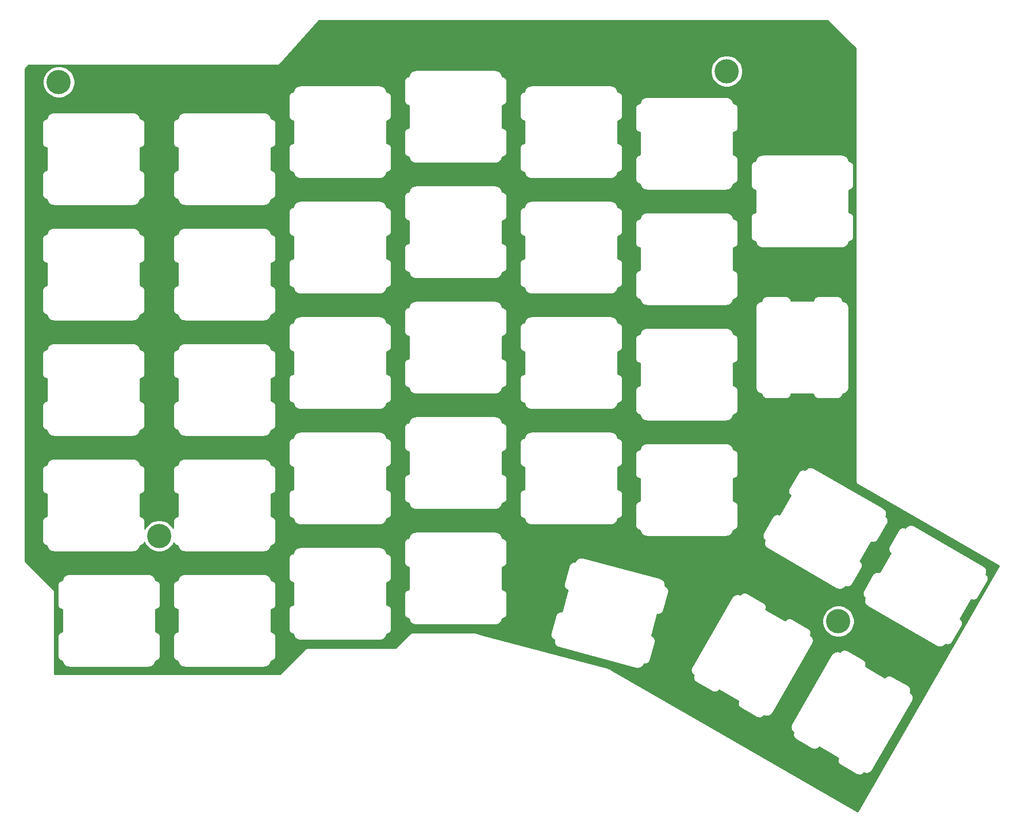
<source format=gbl>
G04 #@! TF.GenerationSoftware,KiCad,Pcbnew,(5.1.5)-3*
G04 #@! TF.CreationDate,2020-05-13T01:52:56+04:00*
G04 #@! TF.ProjectId,redox_rev2_ng-TOP,7265646f-785f-4726-9576-325f6e672d54,2.0 NG*
G04 #@! TF.SameCoordinates,Original*
G04 #@! TF.FileFunction,Copper,L2,Bot*
G04 #@! TF.FilePolarity,Positive*
%FSLAX46Y46*%
G04 Gerber Fmt 4.6, Leading zero omitted, Abs format (unit mm)*
G04 Created by KiCad (PCBNEW (5.1.5)-3) date 2020-05-13 01:52:56*
%MOMM*%
%LPD*%
G04 APERTURE LIST*
%ADD10C,4.000000*%
%ADD11C,0.254000*%
G04 APERTURE END LIST*
D10*
X195839000Y-52200000D03*
X85725000Y-53975000D03*
X102287000Y-128905000D03*
X214249000Y-143002000D03*
D11*
G36*
X217115000Y-48435723D02*
G01*
X217115001Y-64041647D01*
X217120000Y-64092402D01*
X217120001Y-119877534D01*
X217118259Y-119934504D01*
X217125572Y-119978206D01*
X217129913Y-120022283D01*
X217136680Y-120044591D01*
X217140528Y-120067587D01*
X217156223Y-120109016D01*
X217169082Y-120151406D01*
X217180071Y-120171966D01*
X217188331Y-120193768D01*
X217211805Y-120231335D01*
X217232689Y-120270407D01*
X217247481Y-120288431D01*
X217259833Y-120308199D01*
X217290185Y-120340465D01*
X217318290Y-120374711D01*
X217336311Y-120389501D01*
X217352285Y-120406482D01*
X217388345Y-120432204D01*
X217422594Y-120460312D01*
X217472864Y-120487182D01*
X240745036Y-133856302D01*
X217394923Y-174379250D01*
X193231112Y-160444291D01*
X206380481Y-160444291D01*
X206384812Y-160506232D01*
X206388278Y-160568215D01*
X206389807Y-160577657D01*
X206402826Y-160654629D01*
X206419098Y-160714521D01*
X206434541Y-160774668D01*
X206437874Y-160783633D01*
X206465595Y-160856612D01*
X206493212Y-160912247D01*
X206520030Y-160968221D01*
X206525042Y-160976368D01*
X206566410Y-161042571D01*
X206604258Y-161091716D01*
X206641476Y-161141468D01*
X206647974Y-161148485D01*
X206701414Y-161205394D01*
X206748169Y-161246326D01*
X206794267Y-161287833D01*
X206801999Y-161293451D01*
X206802002Y-161293454D01*
X206802004Y-161293455D01*
X206854358Y-161330937D01*
X206850024Y-161340672D01*
X206832070Y-161380299D01*
X206825933Y-161406619D01*
X206821912Y-161418709D01*
X206801490Y-161477354D01*
X206799306Y-161486666D01*
X206790659Y-161524729D01*
X206782882Y-161586300D01*
X206774239Y-161647808D01*
X206773906Y-161657367D01*
X206772817Y-161696383D01*
X206777147Y-161758291D01*
X206780615Y-161820300D01*
X206782144Y-161829741D01*
X206788654Y-161868228D01*
X206804946Y-161928188D01*
X206820372Y-161988267D01*
X206823705Y-161997231D01*
X206837566Y-162033720D01*
X206865161Y-162089309D01*
X206891998Y-162145321D01*
X206897010Y-162153467D01*
X206917694Y-162186568D01*
X206955582Y-162235766D01*
X206992763Y-162285467D01*
X206999261Y-162292485D01*
X207025981Y-162320939D01*
X207072703Y-162361841D01*
X207085706Y-162373548D01*
X207103224Y-162392252D01*
X207124858Y-162407755D01*
X207126584Y-162409009D01*
X207150472Y-162426110D01*
X207185421Y-162451154D01*
X209928379Y-164034798D01*
X209954707Y-164046727D01*
X209955641Y-164047275D01*
X209964351Y-164051226D01*
X209980763Y-164058533D01*
X210020488Y-164076532D01*
X210046817Y-164082671D01*
X210058932Y-164086701D01*
X210117532Y-164107108D01*
X210126843Y-164109292D01*
X210126862Y-164109296D01*
X210126864Y-164109297D01*
X210126866Y-164109297D01*
X210164906Y-164117940D01*
X210226500Y-164125722D01*
X210288003Y-164134364D01*
X210297533Y-164134696D01*
X210297541Y-164134697D01*
X210297561Y-164134697D01*
X210336579Y-164135786D01*
X210398501Y-164131454D01*
X210460492Y-164127988D01*
X210469934Y-164126459D01*
X210508421Y-164119949D01*
X210568344Y-164103668D01*
X210628484Y-164088224D01*
X210637429Y-164084897D01*
X210637433Y-164084896D01*
X210637436Y-164084894D01*
X210637448Y-164084890D01*
X210673936Y-164071028D01*
X210729536Y-164043426D01*
X210785508Y-164016609D01*
X210793654Y-164011597D01*
X210793674Y-164011584D01*
X210793681Y-164011581D01*
X210793687Y-164011576D01*
X210826756Y-163990913D01*
X210875933Y-163953042D01*
X210925682Y-163915823D01*
X210932699Y-163909324D01*
X210961152Y-163882603D01*
X211002018Y-163835919D01*
X211013753Y-163822886D01*
X211032443Y-163805381D01*
X211047931Y-163783768D01*
X211049195Y-163782028D01*
X211049203Y-163782016D01*
X211049208Y-163782011D01*
X211049211Y-163782005D01*
X211061296Y-163765125D01*
X214213691Y-165585162D01*
X214211235Y-165590678D01*
X214193286Y-165630293D01*
X214187148Y-165656615D01*
X214183130Y-165668694D01*
X214162709Y-165727335D01*
X214160525Y-165736646D01*
X214151877Y-165774709D01*
X214144096Y-165836298D01*
X214135454Y-165897788D01*
X214135120Y-165907346D01*
X214134030Y-165946363D01*
X214138361Y-166008293D01*
X214141826Y-166070280D01*
X214143355Y-166079721D01*
X214149864Y-166118208D01*
X214166147Y-166178143D01*
X214181584Y-166238264D01*
X214184917Y-166247228D01*
X214198778Y-166283717D01*
X214226373Y-166339305D01*
X214253205Y-166395310D01*
X214258217Y-166403456D01*
X214278901Y-166436558D01*
X214316782Y-166485749D01*
X214353975Y-166535465D01*
X214360473Y-166542483D01*
X214387193Y-166570937D01*
X214433896Y-166611823D01*
X214446965Y-166623590D01*
X214464441Y-166642249D01*
X214485613Y-166657421D01*
X214487777Y-166658993D01*
X214519513Y-166681714D01*
X214519518Y-166681717D01*
X214546638Y-166701151D01*
X217289592Y-168284799D01*
X217315907Y-168296722D01*
X217316841Y-168297270D01*
X217325551Y-168301221D01*
X217342073Y-168308578D01*
X217381702Y-168326533D01*
X217408019Y-168332669D01*
X217420142Y-168336702D01*
X217478763Y-168357115D01*
X217488075Y-168359299D01*
X217526138Y-168367946D01*
X217587710Y-168375723D01*
X217649200Y-168384365D01*
X217658758Y-168384699D01*
X217697776Y-168385789D01*
X217759709Y-168381458D01*
X217821693Y-168377993D01*
X217831134Y-168376464D01*
X217869621Y-168369955D01*
X217929532Y-168353678D01*
X217989686Y-168338232D01*
X217998630Y-168334906D01*
X217998633Y-168334905D01*
X217998635Y-168334904D01*
X217998651Y-168334898D01*
X218035140Y-168321036D01*
X218090707Y-168293451D01*
X218146732Y-168266608D01*
X218154878Y-168261596D01*
X218187979Y-168240912D01*
X218237177Y-168203024D01*
X218286878Y-168165843D01*
X218293896Y-168159345D01*
X218322350Y-168132625D01*
X218363216Y-168085944D01*
X218374992Y-168072865D01*
X218393661Y-168055380D01*
X218408944Y-168034053D01*
X218410411Y-168032033D01*
X218425080Y-168011544D01*
X218454547Y-168024664D01*
X218474522Y-168033714D01*
X218475263Y-168033887D01*
X218490903Y-168040850D01*
X218549813Y-168060446D01*
X218608446Y-168080864D01*
X218617758Y-168083048D01*
X218693884Y-168100343D01*
X218755478Y-168108124D01*
X218816963Y-168116764D01*
X218826518Y-168117098D01*
X218826521Y-168117098D01*
X218904556Y-168119277D01*
X218966491Y-168114945D01*
X219028473Y-168111480D01*
X219037914Y-168109951D01*
X219114886Y-168096932D01*
X219174829Y-168080646D01*
X219234934Y-168065213D01*
X219243898Y-168061880D01*
X219316876Y-168034158D01*
X219372485Y-168006553D01*
X219428479Y-167979724D01*
X219436626Y-167974713D01*
X219502829Y-167933344D01*
X219552053Y-167895436D01*
X219601730Y-167858272D01*
X219608744Y-167851777D01*
X219608749Y-167851773D01*
X219608753Y-167851768D01*
X219665655Y-167798334D01*
X219706534Y-167751637D01*
X219748087Y-167705488D01*
X219753709Y-167697750D01*
X219796897Y-167637426D01*
X219818587Y-167607158D01*
X226452236Y-156117345D01*
X226464213Y-156090912D01*
X226465403Y-156088883D01*
X226469354Y-156080173D01*
X226484945Y-156045154D01*
X226493970Y-156025236D01*
X226494142Y-156024497D01*
X226501106Y-156008856D01*
X226520707Y-155949931D01*
X226541120Y-155891311D01*
X226543305Y-155881999D01*
X226560600Y-155805872D01*
X226568380Y-155744279D01*
X226577020Y-155682804D01*
X226577354Y-155673246D01*
X226579534Y-155595211D01*
X226575203Y-155533274D01*
X226571737Y-155471286D01*
X226570208Y-155461845D01*
X226557189Y-155384872D01*
X226540907Y-155324946D01*
X226525470Y-155264823D01*
X226522137Y-155255859D01*
X226494415Y-155182881D01*
X226466806Y-155127264D01*
X226439983Y-155071281D01*
X226434972Y-155063135D01*
X226393603Y-154996931D01*
X226355706Y-154947722D01*
X226318533Y-154898031D01*
X226312035Y-154891013D01*
X226258595Y-154834105D01*
X226211860Y-154793191D01*
X226165740Y-154751665D01*
X226158003Y-154746043D01*
X226105656Y-154708567D01*
X226109969Y-154698882D01*
X226127945Y-154659207D01*
X226134083Y-154632884D01*
X226138113Y-154620768D01*
X226158526Y-154562147D01*
X226160710Y-154552835D01*
X226169357Y-154514772D01*
X226177134Y-154453200D01*
X226185776Y-154391710D01*
X226186110Y-154382152D01*
X226187200Y-154343134D01*
X226182871Y-154281226D01*
X226179402Y-154219200D01*
X226177873Y-154209759D01*
X226171363Y-154171273D01*
X226155074Y-154111322D01*
X226139645Y-154051233D01*
X226136312Y-154042269D01*
X226122451Y-154005780D01*
X226094845Y-153950169D01*
X226068016Y-153894174D01*
X226063004Y-153886028D01*
X226042319Y-153852926D01*
X226004446Y-153803748D01*
X225967245Y-153754023D01*
X225960747Y-153747005D01*
X225934027Y-153718552D01*
X225887309Y-153677655D01*
X225874290Y-153665932D01*
X225856793Y-153647251D01*
X225835403Y-153631923D01*
X225833443Y-153630499D01*
X225805707Y-153610643D01*
X225774596Y-153588349D01*
X223031635Y-152004701D01*
X223005315Y-151992775D01*
X223004373Y-151992223D01*
X222995663Y-151988272D01*
X222979150Y-151980921D01*
X222939526Y-151962967D01*
X222913203Y-151956829D01*
X222901093Y-151952801D01*
X222842482Y-151932390D01*
X222833171Y-151930206D01*
X222833152Y-151930202D01*
X222833150Y-151930201D01*
X222833148Y-151930201D01*
X222795108Y-151921558D01*
X222733514Y-151913776D01*
X222672011Y-151905134D01*
X222662481Y-151904802D01*
X222662473Y-151904801D01*
X222662453Y-151904801D01*
X222623435Y-151903712D01*
X222561512Y-151908044D01*
X222499522Y-151911510D01*
X222490081Y-151913039D01*
X222451593Y-151919549D01*
X222391686Y-151935826D01*
X222331530Y-151951274D01*
X222322565Y-151954608D01*
X222286078Y-151968470D01*
X222230505Y-151996060D01*
X222174506Y-152022889D01*
X222166360Y-152027901D01*
X222133258Y-152048585D01*
X222084081Y-152086456D01*
X222034332Y-152123675D01*
X222027315Y-152130174D01*
X221998862Y-152156895D01*
X221957996Y-152203579D01*
X221946241Y-152216635D01*
X221927569Y-152234123D01*
X221912326Y-152255395D01*
X221910818Y-152257470D01*
X221898721Y-152274367D01*
X218746325Y-150454333D01*
X218748774Y-150448833D01*
X218766728Y-150409206D01*
X218772864Y-150382892D01*
X218776893Y-150370780D01*
X218797309Y-150312149D01*
X218799493Y-150302838D01*
X218808140Y-150264776D01*
X218815917Y-150203207D01*
X218824560Y-150141710D01*
X218824894Y-150132152D01*
X218825984Y-150093135D01*
X218821653Y-150031205D01*
X218818188Y-149969218D01*
X218816660Y-149959777D01*
X218810150Y-149921291D01*
X218793869Y-149861365D01*
X218778430Y-149801234D01*
X218775097Y-149792270D01*
X218761236Y-149755781D01*
X218733641Y-149700192D01*
X218706804Y-149644180D01*
X218701792Y-149636034D01*
X218681108Y-149602933D01*
X218643233Y-149553751D01*
X218606031Y-149504025D01*
X218599533Y-149497007D01*
X218572813Y-149468554D01*
X218526089Y-149427652D01*
X218513078Y-149415936D01*
X218495574Y-149397247D01*
X218473946Y-149381748D01*
X218472237Y-149380507D01*
X218445538Y-149361392D01*
X218413376Y-149338345D01*
X215670417Y-147754701D01*
X215644090Y-147742773D01*
X215643155Y-147742224D01*
X215634445Y-147738273D01*
X215618027Y-147730963D01*
X215578307Y-147712967D01*
X215551979Y-147706828D01*
X215539850Y-147702794D01*
X215481231Y-147682383D01*
X215471920Y-147680199D01*
X215433856Y-147671553D01*
X215372264Y-147663775D01*
X215310793Y-147655137D01*
X215301235Y-147654804D01*
X215301227Y-147654804D01*
X215301221Y-147654803D01*
X215301215Y-147654803D01*
X215262217Y-147653715D01*
X215200339Y-147658044D01*
X215138301Y-147661513D01*
X215128860Y-147663042D01*
X215090374Y-147669552D01*
X215030455Y-147685833D01*
X214970313Y-147701277D01*
X214961348Y-147704611D01*
X214924861Y-147718473D01*
X214869263Y-147746075D01*
X214813269Y-147772905D01*
X214805122Y-147777916D01*
X214772021Y-147798602D01*
X214722833Y-147836484D01*
X214673116Y-147873679D01*
X214666099Y-147880178D01*
X214637646Y-147906899D01*
X214596775Y-147953589D01*
X214585069Y-147966590D01*
X214566351Y-147984122D01*
X214550716Y-148005940D01*
X214549594Y-148007485D01*
X214534937Y-148027959D01*
X214505360Y-148014791D01*
X214485493Y-148005789D01*
X214484757Y-148005618D01*
X214469122Y-147998656D01*
X214410195Y-147979053D01*
X214351586Y-147958643D01*
X214342275Y-147956458D01*
X214266148Y-147939161D01*
X214204566Y-147931381D01*
X214143063Y-147922737D01*
X214133504Y-147922403D01*
X214055469Y-147920223D01*
X213993571Y-147924551D01*
X213931553Y-147928018D01*
X213922112Y-147929547D01*
X213845139Y-147942565D01*
X213785203Y-147958849D01*
X213725092Y-147974282D01*
X213716128Y-147977615D01*
X213643148Y-148005336D01*
X213587557Y-148032931D01*
X213531549Y-148059765D01*
X213523403Y-148064776D01*
X213457198Y-148106144D01*
X213407979Y-148144047D01*
X213358291Y-148181217D01*
X213351273Y-148187715D01*
X213294364Y-148241155D01*
X213253468Y-148287870D01*
X213211928Y-148334004D01*
X213206306Y-148341741D01*
X213160861Y-148405216D01*
X213160855Y-148405226D01*
X213141424Y-148432342D01*
X206507781Y-159922158D01*
X206495807Y-159948586D01*
X206494618Y-159950612D01*
X206490666Y-159959322D01*
X206475011Y-159994483D01*
X206466047Y-160014267D01*
X206465876Y-160015000D01*
X206458913Y-160030639D01*
X206439312Y-160089562D01*
X206418898Y-160148181D01*
X206416714Y-160157492D01*
X206399418Y-160233618D01*
X206391637Y-160295207D01*
X206382995Y-160356697D01*
X206382661Y-160366256D01*
X206380481Y-160444291D01*
X193231112Y-160444291D01*
X176879525Y-151014542D01*
X189925472Y-151014542D01*
X189929801Y-151076448D01*
X189933267Y-151138456D01*
X189934796Y-151147898D01*
X189947814Y-151224871D01*
X189964085Y-151284761D01*
X189979533Y-151344928D01*
X189982867Y-151353892D01*
X190010589Y-151426871D01*
X190038196Y-151482486D01*
X190065021Y-151538473D01*
X190070033Y-151546620D01*
X190111401Y-151612823D01*
X190149291Y-151662023D01*
X190186472Y-151711724D01*
X190192970Y-151718742D01*
X190246410Y-151775650D01*
X190293146Y-151816564D01*
X190339259Y-151858085D01*
X190346996Y-151863707D01*
X190399346Y-151901186D01*
X190395028Y-151910885D01*
X190377062Y-151950537D01*
X190370924Y-151976860D01*
X190366896Y-151988970D01*
X190346483Y-152047586D01*
X190344299Y-152056897D01*
X190335651Y-152094960D01*
X190327869Y-152156554D01*
X190319227Y-152218057D01*
X190318895Y-152227587D01*
X190318894Y-152227595D01*
X190318894Y-152227615D01*
X190317805Y-152266633D01*
X190322133Y-152328510D01*
X190325600Y-152390529D01*
X190327129Y-152399971D01*
X190333638Y-152438458D01*
X190349921Y-152498392D01*
X190365362Y-152558526D01*
X190368686Y-152567465D01*
X190368688Y-152567471D01*
X190368696Y-152567491D01*
X190382558Y-152603980D01*
X190410142Y-152659546D01*
X190436981Y-152715564D01*
X190441993Y-152723710D01*
X190462677Y-152756812D01*
X190500532Y-152805968D01*
X190537759Y-152855729D01*
X190544258Y-152862746D01*
X190570979Y-152891200D01*
X190617644Y-152932051D01*
X190630747Y-152943849D01*
X190648216Y-152962500D01*
X190669285Y-152977598D01*
X190671562Y-152979252D01*
X190703300Y-153001974D01*
X190703308Y-153001978D01*
X190730413Y-153021402D01*
X193473371Y-154605049D01*
X193499686Y-154616972D01*
X193500625Y-154617523D01*
X193509335Y-154621474D01*
X193525832Y-154628819D01*
X193565480Y-154646783D01*
X193591801Y-154652920D01*
X193603922Y-154656952D01*
X193662542Y-154677365D01*
X193671847Y-154679547D01*
X193671849Y-154679548D01*
X193671851Y-154679548D01*
X193671854Y-154679549D01*
X193709917Y-154688196D01*
X193771489Y-154695973D01*
X193832979Y-154704615D01*
X193842537Y-154704949D01*
X193881555Y-154706039D01*
X193943506Y-154701707D01*
X194005486Y-154698241D01*
X194014928Y-154696712D01*
X194053415Y-154690202D01*
X194113363Y-154673914D01*
X194173457Y-154658484D01*
X194182421Y-154655151D01*
X194182427Y-154655149D01*
X194182429Y-154655148D01*
X194218910Y-154641290D01*
X194274507Y-154613691D01*
X194330516Y-154586855D01*
X194338662Y-154581843D01*
X194371764Y-154561159D01*
X194420948Y-154523280D01*
X194470668Y-154486084D01*
X194477685Y-154479585D01*
X194506139Y-154452864D01*
X194546990Y-154406199D01*
X194558781Y-154393103D01*
X194577440Y-154375627D01*
X194592611Y-154354456D01*
X194594191Y-154352281D01*
X194606291Y-154335380D01*
X197758685Y-156155416D01*
X197756229Y-156160934D01*
X197738281Y-156200547D01*
X197732144Y-156226866D01*
X197728130Y-156238933D01*
X197707705Y-156297584D01*
X197705521Y-156306896D01*
X197696873Y-156344958D01*
X197689092Y-156406543D01*
X197680449Y-156468040D01*
X197680115Y-156477599D01*
X197679025Y-156516616D01*
X197683356Y-156578549D01*
X197686821Y-156640533D01*
X197688350Y-156649974D01*
X197694859Y-156688461D01*
X197711133Y-156748362D01*
X197726575Y-156808507D01*
X197729909Y-156817472D01*
X197743769Y-156853960D01*
X197771364Y-156909553D01*
X197798199Y-156965562D01*
X197803211Y-156973708D01*
X197823895Y-157006810D01*
X197861776Y-157056001D01*
X197898969Y-157105717D01*
X197905467Y-157112735D01*
X197932187Y-157141189D01*
X197978890Y-157182075D01*
X197991976Y-157193857D01*
X198009433Y-157212496D01*
X198030249Y-157227412D01*
X198032771Y-157229245D01*
X198064507Y-157251966D01*
X198064537Y-157251983D01*
X198091630Y-157271398D01*
X200834585Y-158855047D01*
X200860901Y-158866971D01*
X200861834Y-158867518D01*
X200870544Y-158871469D01*
X200887033Y-158878811D01*
X200926694Y-158896781D01*
X200953014Y-158902918D01*
X200965124Y-158906946D01*
X201023740Y-158927359D01*
X201033051Y-158929543D01*
X201071114Y-158938191D01*
X201132703Y-158945972D01*
X201194193Y-158954614D01*
X201203748Y-158954948D01*
X201203751Y-158954948D01*
X201242769Y-158956038D01*
X201304702Y-158951707D01*
X201366686Y-158948242D01*
X201376127Y-158946713D01*
X201414614Y-158940204D01*
X201474549Y-158923921D01*
X201534670Y-158908484D01*
X201543634Y-158905151D01*
X201580123Y-158891290D01*
X201635711Y-158863695D01*
X201691716Y-158836863D01*
X201699862Y-158831851D01*
X201732964Y-158811167D01*
X201782155Y-158773286D01*
X201831871Y-158736093D01*
X201838889Y-158729595D01*
X201867343Y-158702875D01*
X201908209Y-158656194D01*
X201920007Y-158643091D01*
X201938649Y-158625631D01*
X201953653Y-158604694D01*
X201955404Y-158602283D01*
X201970073Y-158581793D01*
X201999534Y-158594910D01*
X202019515Y-158603963D01*
X202020255Y-158604136D01*
X202035893Y-158611098D01*
X202094804Y-158630695D01*
X202153440Y-158651114D01*
X202162745Y-158653296D01*
X202162747Y-158653297D01*
X202162749Y-158653297D01*
X202162752Y-158653298D01*
X202238878Y-158670593D01*
X202300453Y-158678371D01*
X202361948Y-158687014D01*
X202371506Y-158687348D01*
X202449542Y-158689528D01*
X202511446Y-158685199D01*
X202573456Y-158681733D01*
X202582898Y-158680204D01*
X202659871Y-158667186D01*
X202719761Y-158650915D01*
X202779928Y-158635467D01*
X202788892Y-158632133D01*
X202861871Y-158604411D01*
X202917486Y-158576804D01*
X202973473Y-158549979D01*
X202981620Y-158544967D01*
X203047823Y-158503599D01*
X203097023Y-158465709D01*
X203146724Y-158428528D01*
X203153742Y-158422030D01*
X203210650Y-158368590D01*
X203251564Y-158321854D01*
X203293085Y-158275741D01*
X203298707Y-158268004D01*
X203344152Y-158204528D01*
X203344186Y-158204469D01*
X203363580Y-158177405D01*
X209997229Y-146687593D01*
X210009205Y-146661162D01*
X210010394Y-146659135D01*
X210014345Y-146650425D01*
X210029941Y-146615395D01*
X210038963Y-146595484D01*
X210039135Y-146594746D01*
X210046098Y-146579107D01*
X210065695Y-146520196D01*
X210086114Y-146461560D01*
X210088298Y-146452248D01*
X210105593Y-146376122D01*
X210113371Y-146314547D01*
X210122014Y-146253052D01*
X210122348Y-146243494D01*
X210124528Y-146165458D01*
X210120199Y-146103556D01*
X210116733Y-146041544D01*
X210115204Y-146032102D01*
X210102186Y-145955128D01*
X210085912Y-145895228D01*
X210070467Y-145835072D01*
X210067133Y-145826108D01*
X210039411Y-145753129D01*
X210011802Y-145697511D01*
X209984978Y-145641526D01*
X209979967Y-145633380D01*
X209938598Y-145567176D01*
X209900701Y-145517967D01*
X209863528Y-145468276D01*
X209857030Y-145461258D01*
X209803590Y-145404350D01*
X209756835Y-145363419D01*
X209710741Y-145321915D01*
X209703004Y-145316293D01*
X209703001Y-145316290D01*
X209702995Y-145316286D01*
X209650654Y-145278813D01*
X209654929Y-145269211D01*
X209672938Y-145229464D01*
X209679077Y-145203138D01*
X209683104Y-145191030D01*
X209703517Y-145132414D01*
X209705701Y-145123103D01*
X209714349Y-145085040D01*
X209722131Y-145023446D01*
X209730773Y-144961943D01*
X209731105Y-144952413D01*
X209731106Y-144952405D01*
X209731106Y-144952385D01*
X209732195Y-144913367D01*
X209727867Y-144851490D01*
X209724400Y-144789471D01*
X209722871Y-144780030D01*
X209716362Y-144741542D01*
X209700084Y-144681625D01*
X209684638Y-144621473D01*
X209681304Y-144612509D01*
X209667442Y-144576019D01*
X209639850Y-144520439D01*
X209613019Y-144464436D01*
X209608007Y-144456290D01*
X209587323Y-144423188D01*
X209549468Y-144374032D01*
X209512241Y-144324271D01*
X209505743Y-144317254D01*
X209479021Y-144288800D01*
X209432339Y-144247934D01*
X209419261Y-144236158D01*
X209401784Y-144217499D01*
X209380678Y-144202375D01*
X209378438Y-144200747D01*
X209346700Y-144178026D01*
X209319586Y-144158596D01*
X206866789Y-142742475D01*
X211614000Y-142742475D01*
X211614000Y-143261525D01*
X211715261Y-143770601D01*
X211913893Y-144250141D01*
X212202262Y-144681715D01*
X212569285Y-145048738D01*
X213000859Y-145337107D01*
X213480399Y-145535739D01*
X213989475Y-145637000D01*
X214508525Y-145637000D01*
X215017601Y-145535739D01*
X215497141Y-145337107D01*
X215928715Y-145048738D01*
X216295738Y-144681715D01*
X216584107Y-144250141D01*
X216782739Y-143770601D01*
X216884000Y-143261525D01*
X216884000Y-142742475D01*
X216782739Y-142233399D01*
X216584107Y-141753859D01*
X216295738Y-141322285D01*
X215928715Y-140955262D01*
X215497141Y-140666893D01*
X215017601Y-140468261D01*
X214508525Y-140367000D01*
X213989475Y-140367000D01*
X213480399Y-140468261D01*
X213000859Y-140666893D01*
X212569285Y-140955262D01*
X212202262Y-141322285D01*
X211913893Y-141753859D01*
X211715261Y-142233399D01*
X211614000Y-142742475D01*
X206866789Y-142742475D01*
X206576628Y-142574951D01*
X206550313Y-142563028D01*
X206549374Y-142562477D01*
X206540664Y-142558525D01*
X206524072Y-142551138D01*
X206484519Y-142533217D01*
X206458200Y-142527080D01*
X206446078Y-142523048D01*
X206387458Y-142502635D01*
X206378153Y-142500453D01*
X206378151Y-142500452D01*
X206378149Y-142500452D01*
X206378146Y-142500451D01*
X206340083Y-142491804D01*
X206278511Y-142484027D01*
X206217021Y-142475385D01*
X206207462Y-142475051D01*
X206168445Y-142473961D01*
X206106492Y-142478293D01*
X206044514Y-142481759D01*
X206035073Y-142483288D01*
X205996585Y-142489798D01*
X205936645Y-142506084D01*
X205876543Y-142521516D01*
X205867579Y-142524849D01*
X205831090Y-142538710D01*
X205775479Y-142566316D01*
X205719484Y-142593145D01*
X205711338Y-142598157D01*
X205678236Y-142618842D01*
X205629076Y-142656701D01*
X205579332Y-142693916D01*
X205572315Y-142700414D01*
X205543861Y-142727136D01*
X205502995Y-142773818D01*
X205491219Y-142786896D01*
X205472560Y-142804373D01*
X205457441Y-142825471D01*
X205455808Y-142827719D01*
X205443709Y-142844619D01*
X202291314Y-141024585D01*
X202293737Y-141019143D01*
X202311720Y-140979454D01*
X202317858Y-140953129D01*
X202321878Y-140941043D01*
X202342295Y-140882416D01*
X202344479Y-140873104D01*
X202353127Y-140835043D01*
X202360904Y-140773485D01*
X202369551Y-140711960D01*
X202369885Y-140702402D01*
X202370975Y-140663384D01*
X202366644Y-140601451D01*
X202363179Y-140539467D01*
X202361651Y-140530026D01*
X202355141Y-140491540D01*
X202338870Y-140431648D01*
X202323425Y-140371493D01*
X202320092Y-140362529D01*
X202306231Y-140326040D01*
X202278636Y-140270447D01*
X202251801Y-140214438D01*
X202246789Y-140206292D01*
X202226105Y-140173190D01*
X202188224Y-140123999D01*
X202151031Y-140074283D01*
X202144533Y-140067265D01*
X202117813Y-140038811D01*
X202071091Y-139997909D01*
X202058029Y-139986147D01*
X202040567Y-139967503D01*
X202019651Y-139952515D01*
X202017229Y-139950755D01*
X202017227Y-139950753D01*
X202017221Y-139950749D01*
X201985492Y-139928033D01*
X201985467Y-139928018D01*
X201958370Y-139908601D01*
X199306898Y-138377771D01*
X218233962Y-138377771D01*
X218238291Y-138439677D01*
X218241760Y-138501705D01*
X218243289Y-138511146D01*
X218249799Y-138549633D01*
X218266091Y-138609593D01*
X218281517Y-138669672D01*
X218284850Y-138678636D01*
X218298711Y-138715125D01*
X218326310Y-138770722D01*
X218353146Y-138826731D01*
X218358158Y-138834877D01*
X218378842Y-138867979D01*
X218416747Y-138917198D01*
X218453909Y-138966873D01*
X218460407Y-138973891D01*
X218487127Y-139002345D01*
X218533808Y-139043211D01*
X218546899Y-139054998D01*
X218564371Y-139073653D01*
X218585486Y-139088784D01*
X218587719Y-139090406D01*
X218608207Y-139105074D01*
X218595002Y-139134732D01*
X218586038Y-139154516D01*
X218585867Y-139155249D01*
X218578904Y-139170888D01*
X218559298Y-139229825D01*
X218538889Y-139288432D01*
X218536704Y-139297743D01*
X218519408Y-139373870D01*
X218511625Y-139435477D01*
X218502986Y-139496947D01*
X218502652Y-139506506D01*
X218500472Y-139584541D01*
X218504803Y-139646482D01*
X218508269Y-139708465D01*
X218509798Y-139717907D01*
X218522817Y-139794879D01*
X218539080Y-139854736D01*
X218554534Y-139914926D01*
X218557868Y-139923890D01*
X218585590Y-139996869D01*
X218613185Y-140052458D01*
X218640018Y-140108465D01*
X218645030Y-140116611D01*
X218686398Y-140182815D01*
X218724291Y-140232022D01*
X218761472Y-140281722D01*
X218767970Y-140288740D01*
X218821410Y-140345648D01*
X218868146Y-140386562D01*
X218914259Y-140428083D01*
X218921996Y-140433705D01*
X218985472Y-140479150D01*
X218985504Y-140479169D01*
X219012594Y-140498581D01*
X230502406Y-147132228D01*
X230528839Y-147144204D01*
X230530861Y-147145391D01*
X230539571Y-147149343D01*
X230574639Y-147164956D01*
X230594515Y-147173962D01*
X230595252Y-147174134D01*
X230610887Y-147181095D01*
X230669803Y-147200694D01*
X230728432Y-147221111D01*
X230737743Y-147223296D01*
X230813870Y-147240592D01*
X230875477Y-147248375D01*
X230936947Y-147257014D01*
X230946505Y-147257348D01*
X231024541Y-147259528D01*
X231086480Y-147255197D01*
X231148465Y-147251731D01*
X231157907Y-147250202D01*
X231234879Y-147237183D01*
X231294736Y-147220920D01*
X231354926Y-147205466D01*
X231363890Y-147202132D01*
X231436869Y-147174410D01*
X231492458Y-147146815D01*
X231548465Y-147119982D01*
X231556611Y-147114970D01*
X231622815Y-147073602D01*
X231672022Y-147035709D01*
X231721722Y-146998528D01*
X231728740Y-146992030D01*
X231785648Y-146938590D01*
X231826562Y-146891854D01*
X231868083Y-146845741D01*
X231873705Y-146838004D01*
X231911186Y-146785651D01*
X231920821Y-146789941D01*
X231960539Y-146807937D01*
X231986863Y-146814075D01*
X231998966Y-146818101D01*
X232057606Y-146838520D01*
X232066918Y-146840704D01*
X232104982Y-146849351D01*
X232166552Y-146857127D01*
X232228040Y-146865769D01*
X232237598Y-146866103D01*
X232276616Y-146867193D01*
X232338522Y-146862864D01*
X232400550Y-146859395D01*
X232409991Y-146857866D01*
X232448478Y-146851356D01*
X232508438Y-146835064D01*
X232568517Y-146819638D01*
X232577481Y-146816305D01*
X232613970Y-146802444D01*
X232669567Y-146774845D01*
X232725576Y-146748009D01*
X232733722Y-146742997D01*
X232766824Y-146722313D01*
X232816043Y-146684408D01*
X232865718Y-146647246D01*
X232872736Y-146640748D01*
X232901190Y-146614028D01*
X232942056Y-146567347D01*
X232953836Y-146554264D01*
X232972499Y-146536784D01*
X232987721Y-146515542D01*
X232989251Y-146513436D01*
X233011973Y-146481698D01*
X233031401Y-146454587D01*
X234615048Y-143711629D01*
X234626970Y-143685317D01*
X234627519Y-143684381D01*
X234631470Y-143675671D01*
X234638838Y-143659124D01*
X234656782Y-143619520D01*
X234662918Y-143593203D01*
X234666951Y-143581080D01*
X234687364Y-143522459D01*
X234689548Y-143513147D01*
X234698195Y-143475084D01*
X234705972Y-143413512D01*
X234714614Y-143352022D01*
X234714948Y-143342464D01*
X234716038Y-143303446D01*
X234711707Y-143241513D01*
X234708242Y-143179529D01*
X234706714Y-143170088D01*
X234700204Y-143131602D01*
X234683933Y-143071709D01*
X234668481Y-143011535D01*
X234665147Y-143002571D01*
X234651285Y-142966081D01*
X234623693Y-142910500D01*
X234596857Y-142854490D01*
X234591845Y-142846344D01*
X234571161Y-142813243D01*
X234533273Y-142764045D01*
X234496092Y-142714344D01*
X234489594Y-142707326D01*
X234462874Y-142678872D01*
X234416158Y-142637975D01*
X234403111Y-142626227D01*
X234385628Y-142607561D01*
X234364429Y-142592370D01*
X234362282Y-142590810D01*
X234345380Y-142578710D01*
X236165415Y-139426317D01*
X236170937Y-139428776D01*
X236210541Y-139446720D01*
X236236860Y-139452857D01*
X236248970Y-139456885D01*
X236307586Y-139477298D01*
X236316897Y-139479482D01*
X236354960Y-139488130D01*
X236416549Y-139495911D01*
X236478039Y-139504553D01*
X236487594Y-139504887D01*
X236487597Y-139504887D01*
X236526615Y-139505977D01*
X236588548Y-139501646D01*
X236650532Y-139498181D01*
X236659973Y-139496652D01*
X236698460Y-139490143D01*
X236758352Y-139473871D01*
X236818495Y-139458431D01*
X236827459Y-139455098D01*
X236863949Y-139441238D01*
X236919561Y-139413634D01*
X236975576Y-139386795D01*
X236983722Y-139381783D01*
X237016824Y-139361099D01*
X237066013Y-139323217D01*
X237115709Y-139286041D01*
X237122727Y-139279543D01*
X237151180Y-139252824D01*
X237192044Y-139206147D01*
X237203866Y-139193018D01*
X237222498Y-139175567D01*
X237237417Y-139154748D01*
X237239251Y-139152223D01*
X237261973Y-139120485D01*
X237261987Y-139120460D01*
X237281400Y-139093370D01*
X238865048Y-136350413D01*
X238876970Y-136324101D01*
X238877519Y-136323165D01*
X238881470Y-136314455D01*
X238888838Y-136297908D01*
X238906782Y-136258304D01*
X238912919Y-136231985D01*
X238916946Y-136219879D01*
X238937365Y-136161239D01*
X238939549Y-136151927D01*
X238948196Y-136113863D01*
X238955972Y-136052293D01*
X238964614Y-135990805D01*
X238964948Y-135981247D01*
X238966038Y-135942229D01*
X238961709Y-135880321D01*
X238958240Y-135818295D01*
X238956711Y-135808854D01*
X238950201Y-135770368D01*
X238933912Y-135710417D01*
X238918483Y-135650328D01*
X238915150Y-135641364D01*
X238901289Y-135604875D01*
X238873683Y-135549264D01*
X238846854Y-135493269D01*
X238841842Y-135485123D01*
X238821157Y-135452021D01*
X238783271Y-135402827D01*
X238746091Y-135353127D01*
X238739593Y-135346109D01*
X238712873Y-135317655D01*
X238666157Y-135276758D01*
X238653104Y-135265005D01*
X238635629Y-135246347D01*
X238614586Y-135231267D01*
X238612281Y-135229593D01*
X238591793Y-135214926D01*
X238604956Y-135185361D01*
X238613962Y-135165485D01*
X238614134Y-135164748D01*
X238621095Y-135149113D01*
X238640694Y-135090197D01*
X238661111Y-135031568D01*
X238663296Y-135022257D01*
X238680592Y-134946130D01*
X238688375Y-134884523D01*
X238697014Y-134823053D01*
X238697348Y-134813495D01*
X238699528Y-134735459D01*
X238695197Y-134673522D01*
X238691731Y-134611534D01*
X238690202Y-134602093D01*
X238677183Y-134525120D01*
X238660910Y-134465225D01*
X238645466Y-134405074D01*
X238642132Y-134396110D01*
X238614410Y-134323131D01*
X238586815Y-134267542D01*
X238559982Y-134211535D01*
X238554970Y-134203389D01*
X238513602Y-134137185D01*
X238475721Y-134087994D01*
X238438528Y-134038278D01*
X238432030Y-134031260D01*
X238378590Y-133974352D01*
X238331835Y-133933421D01*
X238285741Y-133891917D01*
X238278004Y-133886295D01*
X238278001Y-133886292D01*
X238277995Y-133886288D01*
X238214528Y-133840850D01*
X238214503Y-133840835D01*
X238187406Y-133821418D01*
X226697593Y-127187772D01*
X226671165Y-127175798D01*
X226669139Y-127174609D01*
X226660429Y-127170657D01*
X226625268Y-127155002D01*
X226605484Y-127146038D01*
X226604751Y-127145867D01*
X226589112Y-127138904D01*
X226530175Y-127119298D01*
X226471568Y-127098889D01*
X226462257Y-127096704D01*
X226386130Y-127079408D01*
X226324523Y-127071625D01*
X226263053Y-127062986D01*
X226253495Y-127062652D01*
X226253494Y-127062652D01*
X226175459Y-127060472D01*
X226113520Y-127064803D01*
X226051534Y-127068269D01*
X226042093Y-127069798D01*
X225965120Y-127082817D01*
X225905245Y-127099085D01*
X225845074Y-127114534D01*
X225836110Y-127117868D01*
X225763131Y-127145590D01*
X225707542Y-127173185D01*
X225651535Y-127200018D01*
X225643389Y-127205030D01*
X225577185Y-127246398D01*
X225527994Y-127284279D01*
X225478278Y-127321472D01*
X225471260Y-127327970D01*
X225414352Y-127381410D01*
X225373421Y-127428165D01*
X225331917Y-127474259D01*
X225326297Y-127481993D01*
X225326292Y-127481999D01*
X225326288Y-127482005D01*
X225288814Y-127534349D01*
X225279095Y-127530022D01*
X225239460Y-127512063D01*
X225213134Y-127505925D01*
X225201058Y-127501908D01*
X225142394Y-127481480D01*
X225133082Y-127479296D01*
X225095018Y-127470649D01*
X225033448Y-127462873D01*
X224971960Y-127454231D01*
X224962401Y-127453897D01*
X224923384Y-127452807D01*
X224861476Y-127457136D01*
X224799450Y-127460605D01*
X224790009Y-127462134D01*
X224751523Y-127468644D01*
X224691572Y-127484933D01*
X224631483Y-127500362D01*
X224622519Y-127503695D01*
X224586030Y-127517556D01*
X224530419Y-127545162D01*
X224474424Y-127571991D01*
X224466278Y-127577003D01*
X224433176Y-127597688D01*
X224383982Y-127635574D01*
X224334282Y-127672754D01*
X224327264Y-127679252D01*
X224298810Y-127705972D01*
X224257913Y-127752688D01*
X224246171Y-127765729D01*
X224227500Y-127783216D01*
X224212271Y-127804468D01*
X224210748Y-127806564D01*
X224189618Y-127836080D01*
X224168597Y-127865414D01*
X222584952Y-130608372D01*
X222573032Y-130634679D01*
X222572481Y-130635619D01*
X222568530Y-130644328D01*
X222561150Y-130660905D01*
X222543218Y-130700481D01*
X222537081Y-130726802D01*
X222533058Y-130738896D01*
X222512636Y-130797541D01*
X222510452Y-130806853D01*
X222501805Y-130844916D01*
X222494028Y-130906488D01*
X222485386Y-130967978D01*
X222485052Y-130977537D01*
X222483962Y-131016554D01*
X222488293Y-131078487D01*
X222491758Y-131140471D01*
X222493287Y-131149912D01*
X222499796Y-131188399D01*
X222516073Y-131248310D01*
X222531519Y-131308464D01*
X222534853Y-131317429D01*
X222548715Y-131353918D01*
X222576300Y-131409485D01*
X222603143Y-131465510D01*
X222608155Y-131473656D01*
X222628839Y-131506757D01*
X222666727Y-131555955D01*
X222703908Y-131605656D01*
X222710406Y-131612674D01*
X222737126Y-131641128D01*
X222783807Y-131681994D01*
X222796891Y-131693775D01*
X222814372Y-131712439D01*
X222835644Y-131727683D01*
X222837718Y-131729189D01*
X222854620Y-131741290D01*
X221034586Y-134893683D01*
X221029034Y-134891212D01*
X220989458Y-134873280D01*
X220963139Y-134867143D01*
X220951055Y-134863123D01*
X220892414Y-134842702D01*
X220883103Y-134840518D01*
X220845040Y-134831870D01*
X220783451Y-134824089D01*
X220721961Y-134815447D01*
X220712406Y-134815113D01*
X220712402Y-134815113D01*
X220673385Y-134814023D01*
X220611452Y-134818354D01*
X220549468Y-134821819D01*
X220540027Y-134823347D01*
X220501541Y-134829857D01*
X220441640Y-134846131D01*
X220381506Y-134861569D01*
X220372541Y-134864902D01*
X220336051Y-134878762D01*
X220280425Y-134906373D01*
X220224424Y-134933205D01*
X220216278Y-134938217D01*
X220183176Y-134958902D01*
X220134027Y-134996753D01*
X220084291Y-135033959D01*
X220077273Y-135040457D01*
X220048819Y-135067176D01*
X220007922Y-135113891D01*
X219996143Y-135126973D01*
X219977501Y-135144433D01*
X219962559Y-135165285D01*
X219960748Y-135167777D01*
X219938027Y-135199515D01*
X219938017Y-135199533D01*
X219918599Y-135226630D01*
X218334952Y-137969588D01*
X218323032Y-137995895D01*
X218322481Y-137996835D01*
X218318530Y-138005544D01*
X218311150Y-138022121D01*
X218293218Y-138061697D01*
X218287081Y-138088016D01*
X218283063Y-138100097D01*
X218262635Y-138158761D01*
X218260451Y-138168073D01*
X218251804Y-138206137D01*
X218244028Y-138267707D01*
X218235386Y-138329195D01*
X218235052Y-138338754D01*
X218233962Y-138377771D01*
X199306898Y-138377771D01*
X199215414Y-138324953D01*
X199189103Y-138313032D01*
X199188166Y-138312482D01*
X199179457Y-138308531D01*
X199162905Y-138301162D01*
X199123304Y-138283219D01*
X199096985Y-138277082D01*
X199084901Y-138273062D01*
X199026260Y-138252641D01*
X199016949Y-138250457D01*
X198978886Y-138241809D01*
X198917297Y-138234028D01*
X198855807Y-138225386D01*
X198846252Y-138225052D01*
X198846248Y-138225052D01*
X198807231Y-138223962D01*
X198745298Y-138228293D01*
X198683314Y-138231758D01*
X198673873Y-138233286D01*
X198635387Y-138239796D01*
X198575461Y-138256077D01*
X198515330Y-138271516D01*
X198506366Y-138274849D01*
X198469877Y-138288710D01*
X198414289Y-138316305D01*
X198358284Y-138343137D01*
X198350138Y-138348149D01*
X198317036Y-138368833D01*
X198267859Y-138406704D01*
X198218129Y-138443907D01*
X198211111Y-138450405D01*
X198182657Y-138477125D01*
X198141760Y-138523841D01*
X198129995Y-138536907D01*
X198111351Y-138554369D01*
X198096397Y-138575237D01*
X198094595Y-138577717D01*
X198079926Y-138598207D01*
X198050395Y-138585059D01*
X198030484Y-138576037D01*
X198029746Y-138575865D01*
X198014107Y-138568902D01*
X197955196Y-138549305D01*
X197896560Y-138528886D01*
X197887255Y-138526704D01*
X197887253Y-138526703D01*
X197887251Y-138526703D01*
X197887248Y-138526702D01*
X197811122Y-138509407D01*
X197749547Y-138501629D01*
X197688052Y-138492986D01*
X197678493Y-138492652D01*
X197600458Y-138490472D01*
X197538553Y-138494801D01*
X197476544Y-138498267D01*
X197467102Y-138499796D01*
X197390128Y-138512814D01*
X197330229Y-138529087D01*
X197270072Y-138544533D01*
X197261108Y-138547867D01*
X197188129Y-138575589D01*
X197132511Y-138603198D01*
X197076526Y-138630022D01*
X197068380Y-138635033D01*
X197002176Y-138676402D01*
X196952967Y-138714299D01*
X196903276Y-138751472D01*
X196896258Y-138757970D01*
X196839350Y-138811410D01*
X196798419Y-138858165D01*
X196756915Y-138904259D01*
X196751295Y-138911993D01*
X196751290Y-138911999D01*
X196751286Y-138912005D01*
X196705848Y-138975472D01*
X196705818Y-138975524D01*
X196686419Y-139002595D01*
X190052771Y-150492408D01*
X190040795Y-150518839D01*
X190039606Y-150520866D01*
X190035655Y-150529575D01*
X190020033Y-150564662D01*
X190011037Y-150584517D01*
X190010865Y-150585253D01*
X190003902Y-150600893D01*
X189984305Y-150659804D01*
X189963886Y-150718440D01*
X189961702Y-150727752D01*
X189944407Y-150803878D01*
X189936629Y-150865453D01*
X189927986Y-150926948D01*
X189927652Y-150936507D01*
X189925472Y-151014542D01*
X176879525Y-151014542D01*
X176500508Y-150795968D01*
X176452249Y-150766087D01*
X176410503Y-150750466D01*
X176369927Y-150732106D01*
X176314715Y-150719261D01*
X155727598Y-145245231D01*
X166803370Y-145245231D01*
X166803670Y-145254790D01*
X166805169Y-145293795D01*
X166813600Y-145355334D01*
X166821158Y-145416900D01*
X166823309Y-145426219D01*
X166823314Y-145426240D01*
X166823315Y-145426247D01*
X166823317Y-145426253D01*
X166832354Y-145464190D01*
X166852565Y-145522892D01*
X166871965Y-145581893D01*
X166875885Y-145590617D01*
X166892134Y-145626107D01*
X166923353Y-145679746D01*
X166953838Y-145733847D01*
X166959378Y-145741643D01*
X166982211Y-145773302D01*
X167023283Y-145819889D01*
X167063669Y-145867009D01*
X167070618Y-145873581D01*
X167099164Y-145900202D01*
X167148516Y-145937935D01*
X167197290Y-145976315D01*
X167205365Y-145981399D01*
X167205368Y-145981402D01*
X167205371Y-145981404D01*
X167205383Y-145981411D01*
X167238557Y-146001980D01*
X167294290Y-146029402D01*
X167309902Y-146037358D01*
X167331618Y-146050861D01*
X167356008Y-146060041D01*
X167358496Y-146060996D01*
X167382092Y-146069865D01*
X167377033Y-146101811D01*
X167373475Y-146123360D01*
X167373500Y-146124117D01*
X167370823Y-146141018D01*
X167367141Y-146202974D01*
X167362593Y-146264920D01*
X167362893Y-146274479D01*
X167365890Y-146352489D01*
X167374321Y-146414035D01*
X167381883Y-146475622D01*
X167384034Y-146484941D01*
X167402126Y-146560881D01*
X167422337Y-146619577D01*
X167441729Y-146678559D01*
X167445650Y-146687283D01*
X167478146Y-146758263D01*
X167509383Y-146811933D01*
X167539852Y-146866008D01*
X167545393Y-146873804D01*
X167591057Y-146937121D01*
X167632115Y-146983692D01*
X167672521Y-147030835D01*
X167679470Y-147037406D01*
X167736564Y-147090647D01*
X167785878Y-147128350D01*
X167834672Y-147166748D01*
X167842765Y-147171845D01*
X167909113Y-147212983D01*
X167964851Y-147240410D01*
X168020141Y-147268581D01*
X168029070Y-147272009D01*
X168102146Y-147299476D01*
X168102160Y-147299480D01*
X168133366Y-147311225D01*
X180948586Y-150745053D01*
X180977221Y-150749780D01*
X180979477Y-150750402D01*
X180988913Y-150751964D01*
X181026686Y-150757947D01*
X181048358Y-150761525D01*
X181049118Y-150761500D01*
X181066018Y-150764177D01*
X181127976Y-150767859D01*
X181189920Y-150772407D01*
X181199479Y-150772107D01*
X181277489Y-150769110D01*
X181339035Y-150760679D01*
X181400622Y-150753117D01*
X181409941Y-150750966D01*
X181485881Y-150732874D01*
X181544577Y-150712663D01*
X181603559Y-150693271D01*
X181612283Y-150689350D01*
X181683263Y-150656854D01*
X181736933Y-150625617D01*
X181791008Y-150595148D01*
X181798804Y-150589607D01*
X181862121Y-150543943D01*
X181908692Y-150502885D01*
X181955835Y-150462479D01*
X181962406Y-150455530D01*
X182015647Y-150398436D01*
X182053376Y-150349089D01*
X182091748Y-150300328D01*
X182096845Y-150292235D01*
X182137983Y-150225887D01*
X182165410Y-150170149D01*
X182193581Y-150114859D01*
X182197009Y-150105930D01*
X182219660Y-150045667D01*
X182230216Y-150047339D01*
X182273102Y-150054419D01*
X182300109Y-150053535D01*
X182312865Y-150054293D01*
X182374772Y-150058838D01*
X182384331Y-150058538D01*
X182423336Y-150057039D01*
X182484841Y-150048613D01*
X182546458Y-150041047D01*
X182555777Y-150038895D01*
X182555782Y-150038894D01*
X182555788Y-150038893D01*
X182555794Y-150038891D01*
X182593748Y-150029849D01*
X182652462Y-150009632D01*
X182711434Y-149990242D01*
X182720158Y-149986322D01*
X182755648Y-149970073D01*
X182809287Y-149938854D01*
X182863388Y-149908369D01*
X182871184Y-149902829D01*
X182902843Y-149879996D01*
X182949412Y-149838940D01*
X182996559Y-149798529D01*
X183003131Y-149791580D01*
X183029751Y-149763033D01*
X183067445Y-149713729D01*
X183105847Y-149664930D01*
X183110944Y-149656837D01*
X183131512Y-149623663D01*
X183158941Y-149567921D01*
X183166898Y-149552305D01*
X183180400Y-149530591D01*
X183189531Y-149506332D01*
X183190543Y-149503695D01*
X183204276Y-149467157D01*
X183204278Y-149467151D01*
X183216021Y-149435950D01*
X184035777Y-146376579D01*
X184040482Y-146348081D01*
X184040772Y-146347028D01*
X184042334Y-146337592D01*
X184045173Y-146319670D01*
X184052249Y-146276807D01*
X184051365Y-146249800D01*
X184052123Y-146237047D01*
X184056668Y-146175138D01*
X184056368Y-146165579D01*
X184054869Y-146126575D01*
X184046439Y-146065046D01*
X184038879Y-146003465D01*
X184036728Y-145994145D01*
X184027683Y-145956176D01*
X184007476Y-145897485D01*
X183988077Y-145838483D01*
X183984163Y-145829775D01*
X183984161Y-145829770D01*
X183984156Y-145829760D01*
X183967907Y-145794268D01*
X183936679Y-145740612D01*
X183906195Y-145686514D01*
X183900662Y-145678730D01*
X183900659Y-145678724D01*
X183900654Y-145678718D01*
X183877821Y-145647060D01*
X183836780Y-145600508D01*
X183796369Y-145553360D01*
X183789420Y-145546789D01*
X183789413Y-145546783D01*
X183789410Y-145546779D01*
X183789406Y-145546776D01*
X183760873Y-145520168D01*
X183711575Y-145482476D01*
X183662749Y-145444055D01*
X183654673Y-145438971D01*
X183654670Y-145438968D01*
X183654667Y-145438966D01*
X183654655Y-145438959D01*
X183621481Y-145418391D01*
X183565784Y-145390986D01*
X183550131Y-145383010D01*
X183528420Y-145369509D01*
X183504053Y-145360338D01*
X183501547Y-145359376D01*
X183482076Y-145352057D01*
X184424195Y-141836021D01*
X184430202Y-141836973D01*
X184473065Y-141844049D01*
X184500072Y-141843165D01*
X184512827Y-141843923D01*
X184574734Y-141848468D01*
X184584293Y-141848168D01*
X184623298Y-141846669D01*
X184684840Y-141838238D01*
X184746407Y-141830679D01*
X184755726Y-141828528D01*
X184755743Y-141828524D01*
X184755750Y-141828523D01*
X184755757Y-141828521D01*
X184793696Y-141819483D01*
X184852421Y-141799264D01*
X184911389Y-141779876D01*
X184920113Y-141775956D01*
X184955604Y-141759707D01*
X185009260Y-141728479D01*
X185063358Y-141697995D01*
X185071142Y-141692462D01*
X185071148Y-141692459D01*
X185071155Y-141692453D01*
X185102812Y-141669621D01*
X185149399Y-141628549D01*
X185196511Y-141588169D01*
X185203083Y-141581220D01*
X185203089Y-141581213D01*
X185203093Y-141581210D01*
X185203096Y-141581206D01*
X185229704Y-141552674D01*
X185267437Y-141503322D01*
X185305817Y-141454548D01*
X185310913Y-141446455D01*
X185331482Y-141413281D01*
X185358902Y-141357553D01*
X185366866Y-141341924D01*
X185380361Y-141320222D01*
X185389484Y-141295984D01*
X185390496Y-141293347D01*
X185404230Y-141256810D01*
X185404236Y-141256789D01*
X185415982Y-141225580D01*
X186235739Y-138166210D01*
X186240444Y-138137712D01*
X186240734Y-138136659D01*
X186242296Y-138127223D01*
X186245135Y-138109301D01*
X186252211Y-138066438D01*
X186251327Y-138039431D01*
X186252085Y-138026678D01*
X186256630Y-137964769D01*
X186256330Y-137955210D01*
X186254831Y-137916206D01*
X186246401Y-137854676D01*
X186238842Y-137793100D01*
X186236691Y-137783780D01*
X186227646Y-137745810D01*
X186207443Y-137687133D01*
X186188036Y-137628107D01*
X186184115Y-137619383D01*
X186167866Y-137583893D01*
X186136646Y-137530253D01*
X186106163Y-137476154D01*
X186100622Y-137468357D01*
X186077789Y-137436698D01*
X186036748Y-137390146D01*
X185996331Y-137342990D01*
X185989382Y-137336419D01*
X185960835Y-137309798D01*
X185911537Y-137272106D01*
X185862711Y-137233685D01*
X185854635Y-137228601D01*
X185854632Y-137228598D01*
X185854629Y-137228596D01*
X185854617Y-137228589D01*
X185821443Y-137208021D01*
X185765741Y-137180613D01*
X185750098Y-137172642D01*
X185728382Y-137159139D01*
X185703992Y-137149959D01*
X185701504Y-137149004D01*
X185677907Y-137140134D01*
X185682950Y-137108295D01*
X185686525Y-137086641D01*
X185686500Y-137085882D01*
X185689177Y-137068982D01*
X185692858Y-137007029D01*
X185697407Y-136945081D01*
X185697107Y-136935521D01*
X185694110Y-136857512D01*
X185685679Y-136795964D01*
X185678117Y-136734378D01*
X185675966Y-136725059D01*
X185657874Y-136649118D01*
X185637666Y-136590433D01*
X185618271Y-136531440D01*
X185614350Y-136522717D01*
X185581853Y-136451737D01*
X185550617Y-136398067D01*
X185520147Y-136343992D01*
X185514607Y-136336196D01*
X185468942Y-136272879D01*
X185427904Y-136226330D01*
X185387479Y-136179165D01*
X185380530Y-136172594D01*
X185323436Y-136119353D01*
X185274122Y-136081650D01*
X185225328Y-136043252D01*
X185217235Y-136038156D01*
X185217231Y-136038153D01*
X185217227Y-136038151D01*
X185150887Y-135997017D01*
X185095176Y-135969604D01*
X185039859Y-135941419D01*
X185030930Y-135937991D01*
X184957855Y-135910524D01*
X184957847Y-135910522D01*
X184926634Y-135898774D01*
X172111413Y-132464947D01*
X172082781Y-132460220D01*
X172080523Y-132459598D01*
X172071087Y-132458035D01*
X172033213Y-132452037D01*
X172011641Y-132448475D01*
X172010883Y-132448500D01*
X171993982Y-132445823D01*
X171932031Y-132442142D01*
X171870081Y-132437593D01*
X171860521Y-132437893D01*
X171782512Y-132440890D01*
X171720975Y-132449320D01*
X171659378Y-132456883D01*
X171650059Y-132459034D01*
X171574118Y-132477126D01*
X171515433Y-132497334D01*
X171456440Y-132516729D01*
X171447717Y-132520650D01*
X171376737Y-132553147D01*
X171323067Y-132584383D01*
X171268992Y-132614853D01*
X171261196Y-132620393D01*
X171197879Y-132666058D01*
X171151330Y-132707096D01*
X171104165Y-132747521D01*
X171097594Y-132754470D01*
X171044353Y-132811564D01*
X171006650Y-132860878D01*
X170968252Y-132909672D01*
X170963156Y-132917765D01*
X170963153Y-132917769D01*
X170963151Y-132917773D01*
X170922017Y-132984113D01*
X170894604Y-133039824D01*
X170866419Y-133095141D01*
X170862991Y-133104070D01*
X170840340Y-133164333D01*
X170829757Y-133162657D01*
X170786897Y-133155581D01*
X170759891Y-133156465D01*
X170747137Y-133155707D01*
X170685228Y-133151162D01*
X170675669Y-133151462D01*
X170636665Y-133152961D01*
X170575164Y-133161387D01*
X170513543Y-133168953D01*
X170504223Y-133171105D01*
X170504217Y-133171106D01*
X170504209Y-133171108D01*
X170466252Y-133180151D01*
X170407582Y-133200353D01*
X170348566Y-133219757D01*
X170339842Y-133223678D01*
X170304352Y-133239927D01*
X170250712Y-133271147D01*
X170196613Y-133301630D01*
X170188816Y-133307171D01*
X170157157Y-133330004D01*
X170110588Y-133371060D01*
X170063441Y-133411471D01*
X170056869Y-133418420D01*
X170030249Y-133446967D01*
X169992542Y-133496287D01*
X169954153Y-133545070D01*
X169949056Y-133553163D01*
X169928487Y-133586337D01*
X169901076Y-133642044D01*
X169893106Y-133657686D01*
X169879599Y-133679408D01*
X169870423Y-133703787D01*
X169869457Y-133706304D01*
X169856084Y-133741885D01*
X169843978Y-133774050D01*
X169024223Y-136833422D01*
X169019519Y-136861917D01*
X169019228Y-136862972D01*
X169017666Y-136872407D01*
X169014827Y-136890335D01*
X169007751Y-136933194D01*
X169008635Y-136960200D01*
X169007877Y-136972955D01*
X169003332Y-137034862D01*
X169003632Y-137044421D01*
X169005131Y-137083426D01*
X169013562Y-137144968D01*
X169021121Y-137206535D01*
X169023272Y-137215854D01*
X169023276Y-137215871D01*
X169023277Y-137215878D01*
X169023279Y-137215885D01*
X169032317Y-137253824D01*
X169052536Y-137312549D01*
X169071924Y-137371517D01*
X169075844Y-137380241D01*
X169092093Y-137415732D01*
X169123321Y-137469388D01*
X169153805Y-137523486D01*
X169159338Y-137531270D01*
X169159341Y-137531276D01*
X169159345Y-137531280D01*
X169159346Y-137531282D01*
X169182179Y-137562940D01*
X169223251Y-137609527D01*
X169263631Y-137656639D01*
X169270580Y-137663211D01*
X169270587Y-137663217D01*
X169270590Y-137663221D01*
X169270594Y-137663224D01*
X169299126Y-137689832D01*
X169348478Y-137727565D01*
X169397252Y-137765945D01*
X169405327Y-137771029D01*
X169405330Y-137771032D01*
X169405333Y-137771034D01*
X169405345Y-137771041D01*
X169438519Y-137791610D01*
X169494247Y-137819030D01*
X169509868Y-137826990D01*
X169531580Y-137840491D01*
X169555960Y-137849667D01*
X169558453Y-137850624D01*
X169577924Y-137857943D01*
X168635805Y-141373979D01*
X168629771Y-141373023D01*
X168586934Y-141365951D01*
X168559928Y-141366835D01*
X168547175Y-141366077D01*
X168485266Y-141361532D01*
X168475707Y-141361832D01*
X168436703Y-141363331D01*
X168375174Y-141371761D01*
X168313593Y-141379321D01*
X168304273Y-141381472D01*
X168304253Y-141381477D01*
X168304251Y-141381477D01*
X168304249Y-141381478D01*
X168266304Y-141390517D01*
X168207613Y-141410724D01*
X168148611Y-141430123D01*
X168139903Y-141434037D01*
X168139898Y-141434039D01*
X168139888Y-141434044D01*
X168104396Y-141450293D01*
X168050740Y-141481521D01*
X167996642Y-141512005D01*
X167988858Y-141517538D01*
X167988852Y-141517541D01*
X167988848Y-141517545D01*
X167988846Y-141517546D01*
X167957188Y-141540379D01*
X167910636Y-141581420D01*
X167863488Y-141621831D01*
X167856917Y-141628780D01*
X167856911Y-141628787D01*
X167856907Y-141628790D01*
X167856904Y-141628794D01*
X167830296Y-141657327D01*
X167792604Y-141706625D01*
X167754183Y-141755451D01*
X167749087Y-141763545D01*
X167728519Y-141796719D01*
X167701114Y-141852416D01*
X167693140Y-141868065D01*
X167679638Y-141889778D01*
X167670466Y-141914148D01*
X167669504Y-141916653D01*
X167655770Y-141953190D01*
X167655767Y-141953201D01*
X167644017Y-141984420D01*
X166824261Y-145043791D01*
X166819557Y-145072286D01*
X166819266Y-145073341D01*
X166817704Y-145082776D01*
X166814859Y-145100737D01*
X166807789Y-145143563D01*
X166808673Y-145170569D01*
X166807915Y-145183324D01*
X166803370Y-145245231D01*
X155727598Y-145245231D01*
X154365497Y-144883054D01*
X154312283Y-144866912D01*
X154266788Y-144862431D01*
X154221701Y-144855076D01*
X154166179Y-144857000D01*
X144051628Y-144857000D01*
X144017999Y-144853688D01*
X143984370Y-144857000D01*
X143984353Y-144857000D01*
X143883717Y-144866912D01*
X143754594Y-144906081D01*
X143635593Y-144969688D01*
X143607523Y-144992725D01*
X143558993Y-145032553D01*
X143531289Y-145055289D01*
X143509842Y-145081422D01*
X141194264Y-147397000D01*
X126779638Y-147397000D01*
X126745999Y-147393687D01*
X126712360Y-147397000D01*
X126712353Y-147397000D01*
X126624766Y-147405627D01*
X126611716Y-147406912D01*
X126572547Y-147418794D01*
X126482594Y-147446081D01*
X126363593Y-147509688D01*
X126327237Y-147539525D01*
X126285423Y-147573840D01*
X126285417Y-147573846D01*
X126259289Y-147595289D01*
X126237846Y-147621417D01*
X122144264Y-151715000D01*
X85013000Y-151715000D01*
X85013000Y-138209639D01*
X85016313Y-138176000D01*
X85013000Y-138142361D01*
X85013000Y-138142353D01*
X85003088Y-138041717D01*
X84981113Y-137969276D01*
X84963919Y-137912593D01*
X84938136Y-137864358D01*
X84900312Y-137793593D01*
X84865572Y-137751263D01*
X84836160Y-137715424D01*
X84836154Y-137715418D01*
X84814710Y-137689289D01*
X84788582Y-137667846D01*
X84162090Y-137041354D01*
X85495000Y-137041354D01*
X85495001Y-140208647D01*
X85497832Y-140237386D01*
X85497824Y-140238477D01*
X85498757Y-140247995D01*
X85500659Y-140266093D01*
X85504913Y-140309283D01*
X85512756Y-140335139D01*
X85515324Y-140347649D01*
X85526954Y-140408616D01*
X85529718Y-140417772D01*
X85541260Y-140455059D01*
X85565330Y-140512320D01*
X85588575Y-140569855D01*
X85593064Y-140578298D01*
X85593066Y-140578303D01*
X85593069Y-140578308D01*
X85611630Y-140612636D01*
X85646332Y-140664085D01*
X85680352Y-140716071D01*
X85686397Y-140723483D01*
X85711278Y-140753558D01*
X85755338Y-140797310D01*
X85798769Y-140841659D01*
X85806138Y-140847755D01*
X85836387Y-140872425D01*
X85888100Y-140906782D01*
X85939319Y-140941853D01*
X85947732Y-140946402D01*
X85982196Y-140964727D01*
X86039606Y-140988390D01*
X86096659Y-141012843D01*
X86105795Y-141015672D01*
X86143162Y-141026954D01*
X86204085Y-141039017D01*
X86221246Y-141042665D01*
X86245717Y-141050088D01*
X86271605Y-141052638D01*
X86274308Y-141052922D01*
X86295001Y-141054951D01*
X86295000Y-144695019D01*
X86289065Y-144695642D01*
X86245717Y-144699912D01*
X86219849Y-144707759D01*
X86207346Y-144710326D01*
X86146385Y-144721954D01*
X86137229Y-144724718D01*
X86099941Y-144736260D01*
X86042691Y-144760325D01*
X85985145Y-144783575D01*
X85976700Y-144788065D01*
X85942364Y-144806630D01*
X85890915Y-144841332D01*
X85838929Y-144875352D01*
X85831517Y-144881397D01*
X85801442Y-144906278D01*
X85757690Y-144950339D01*
X85713341Y-144993769D01*
X85707245Y-145001138D01*
X85682575Y-145031387D01*
X85648218Y-145083100D01*
X85613147Y-145134319D01*
X85608598Y-145142732D01*
X85590273Y-145177196D01*
X85566610Y-145234606D01*
X85542157Y-145291659D01*
X85539328Y-145300795D01*
X85528046Y-145338162D01*
X85515983Y-145399085D01*
X85512334Y-145416249D01*
X85504912Y-145440718D01*
X85502363Y-145466601D01*
X85502078Y-145469309D01*
X85498269Y-145508155D01*
X85498269Y-145508164D01*
X85495000Y-145541354D01*
X85495001Y-148708647D01*
X85497832Y-148737386D01*
X85497824Y-148738477D01*
X85498757Y-148747995D01*
X85500659Y-148766093D01*
X85504913Y-148809283D01*
X85512756Y-148835139D01*
X85515324Y-148847649D01*
X85526954Y-148908616D01*
X85529718Y-148917772D01*
X85541260Y-148955059D01*
X85565330Y-149012320D01*
X85588575Y-149069855D01*
X85593064Y-149078298D01*
X85593066Y-149078303D01*
X85593069Y-149078308D01*
X85611630Y-149112636D01*
X85646332Y-149164085D01*
X85680352Y-149216071D01*
X85686397Y-149223483D01*
X85711278Y-149253558D01*
X85755338Y-149297310D01*
X85798769Y-149341659D01*
X85806138Y-149347755D01*
X85836387Y-149372425D01*
X85888100Y-149406782D01*
X85939319Y-149441853D01*
X85947732Y-149446402D01*
X85982196Y-149464727D01*
X86039606Y-149488390D01*
X86096659Y-149512843D01*
X86105795Y-149515672D01*
X86143162Y-149526954D01*
X86204085Y-149539017D01*
X86221246Y-149542665D01*
X86245717Y-149550088D01*
X86271605Y-149552638D01*
X86274308Y-149552922D01*
X86299391Y-149555381D01*
X86302761Y-149587440D01*
X86304912Y-149609282D01*
X86305133Y-149610010D01*
X86306922Y-149627033D01*
X86319416Y-149687900D01*
X86331041Y-149748836D01*
X86333803Y-149757984D01*
X86333804Y-149757991D01*
X86333807Y-149757997D01*
X86356890Y-149832567D01*
X86380942Y-149889784D01*
X86404205Y-149947362D01*
X86408695Y-149955807D01*
X86445825Y-150024478D01*
X86480564Y-150075981D01*
X86514538Y-150127899D01*
X86520582Y-150135311D01*
X86570343Y-150195462D01*
X86614398Y-150239211D01*
X86657837Y-150283569D01*
X86665207Y-150289666D01*
X86725704Y-150339006D01*
X86777422Y-150373367D01*
X86828643Y-150408439D01*
X86837056Y-150412988D01*
X86905985Y-150449638D01*
X86963398Y-150473302D01*
X87020445Y-150497752D01*
X87029581Y-150500581D01*
X87104315Y-150523145D01*
X87165238Y-150535208D01*
X87225950Y-150548113D01*
X87235461Y-150549113D01*
X87313156Y-150556731D01*
X87313163Y-150556731D01*
X87346353Y-150560000D01*
X100613647Y-150560000D01*
X100642536Y-150557155D01*
X100644876Y-150557171D01*
X100654394Y-150556238D01*
X100692425Y-150552241D01*
X100714283Y-150550088D01*
X100715012Y-150549867D01*
X100732033Y-150548078D01*
X100792900Y-150535584D01*
X100853836Y-150523959D01*
X100862984Y-150521197D01*
X100862991Y-150521196D01*
X100862997Y-150521193D01*
X100937567Y-150498110D01*
X100994784Y-150474058D01*
X101052362Y-150450795D01*
X101060807Y-150446305D01*
X101129478Y-150409175D01*
X101180981Y-150374436D01*
X101232899Y-150340462D01*
X101240311Y-150334418D01*
X101300462Y-150284657D01*
X101344211Y-150240602D01*
X101388569Y-150197163D01*
X101394666Y-150189793D01*
X101444006Y-150129296D01*
X101478367Y-150077578D01*
X101513439Y-150026357D01*
X101517988Y-150017944D01*
X101554638Y-149949015D01*
X101578302Y-149891602D01*
X101602752Y-149834555D01*
X101605581Y-149825419D01*
X101628145Y-149750685D01*
X101640208Y-149689762D01*
X101653113Y-149629050D01*
X101654113Y-149619539D01*
X101660395Y-149555465D01*
X101670942Y-149554357D01*
X101714283Y-149550088D01*
X101740150Y-149542241D01*
X101752649Y-149539676D01*
X101813616Y-149528046D01*
X101822772Y-149525282D01*
X101860059Y-149513740D01*
X101917320Y-149489670D01*
X101974855Y-149466425D01*
X101983298Y-149461936D01*
X101983303Y-149461934D01*
X101983309Y-149461930D01*
X102017636Y-149443370D01*
X102069085Y-149408668D01*
X102121071Y-149374648D01*
X102128483Y-149368603D01*
X102158558Y-149343722D01*
X102202310Y-149299662D01*
X102246659Y-149256231D01*
X102252755Y-149248862D01*
X102277425Y-149218613D01*
X102311782Y-149166900D01*
X102346853Y-149115681D01*
X102351402Y-149107268D01*
X102369727Y-149072804D01*
X102393390Y-149015394D01*
X102417843Y-148958341D01*
X102420672Y-148949205D01*
X102431954Y-148911838D01*
X102444017Y-148850915D01*
X102447665Y-148833754D01*
X102455088Y-148809283D01*
X102457638Y-148783395D01*
X102457922Y-148780692D01*
X102461731Y-148741845D01*
X102461731Y-148741837D01*
X102465000Y-148708647D01*
X102465000Y-145541353D01*
X102462168Y-145512604D01*
X102462176Y-145511523D01*
X102461243Y-145502005D01*
X102459358Y-145484065D01*
X102455088Y-145440717D01*
X102447241Y-145414849D01*
X102444674Y-145402346D01*
X102433046Y-145341385D01*
X102430282Y-145332229D01*
X102418740Y-145294941D01*
X102394675Y-145237691D01*
X102371425Y-145180145D01*
X102366935Y-145171700D01*
X102348370Y-145137364D01*
X102313665Y-145085910D01*
X102279648Y-145033929D01*
X102273603Y-145026517D01*
X102248722Y-144996442D01*
X102204661Y-144952690D01*
X102161231Y-144908341D01*
X102153862Y-144902245D01*
X102123613Y-144877575D01*
X102071900Y-144843218D01*
X102020681Y-144808147D01*
X102012268Y-144803598D01*
X101977804Y-144785273D01*
X101920394Y-144761610D01*
X101863341Y-144737157D01*
X101854205Y-144734328D01*
X101816838Y-144723046D01*
X101755915Y-144710983D01*
X101738754Y-144707335D01*
X101714283Y-144699912D01*
X101688384Y-144697361D01*
X101685691Y-144697078D01*
X101665000Y-144695049D01*
X101665000Y-141054981D01*
X101670942Y-141054357D01*
X101714283Y-141050088D01*
X101740150Y-141042241D01*
X101752649Y-141039676D01*
X101813616Y-141028046D01*
X101822772Y-141025282D01*
X101860059Y-141013740D01*
X101917320Y-140989670D01*
X101974855Y-140966425D01*
X101983298Y-140961936D01*
X101983303Y-140961934D01*
X101983309Y-140961930D01*
X102017636Y-140943370D01*
X102069085Y-140908668D01*
X102121071Y-140874648D01*
X102128483Y-140868603D01*
X102158558Y-140843722D01*
X102202310Y-140799662D01*
X102246659Y-140756231D01*
X102252755Y-140748862D01*
X102277425Y-140718613D01*
X102311787Y-140666893D01*
X102346853Y-140615681D01*
X102351402Y-140607268D01*
X102369727Y-140572804D01*
X102393390Y-140515394D01*
X102417843Y-140458341D01*
X102420672Y-140449205D01*
X102431954Y-140411838D01*
X102444017Y-140350915D01*
X102447665Y-140333754D01*
X102455088Y-140309283D01*
X102457638Y-140283395D01*
X102457922Y-140280692D01*
X102461731Y-140241845D01*
X102461731Y-140241837D01*
X102465000Y-140208647D01*
X102465000Y-137041354D01*
X104545000Y-137041354D01*
X104545001Y-140208647D01*
X104547832Y-140237386D01*
X104547824Y-140238477D01*
X104548757Y-140247995D01*
X104550659Y-140266093D01*
X104554913Y-140309283D01*
X104562756Y-140335139D01*
X104565324Y-140347649D01*
X104576954Y-140408616D01*
X104579718Y-140417772D01*
X104591260Y-140455059D01*
X104615330Y-140512320D01*
X104638575Y-140569855D01*
X104643064Y-140578298D01*
X104643066Y-140578303D01*
X104643069Y-140578308D01*
X104661630Y-140612636D01*
X104696332Y-140664085D01*
X104730352Y-140716071D01*
X104736397Y-140723483D01*
X104761278Y-140753558D01*
X104805338Y-140797310D01*
X104848769Y-140841659D01*
X104856138Y-140847755D01*
X104886387Y-140872425D01*
X104938100Y-140906782D01*
X104989319Y-140941853D01*
X104997732Y-140946402D01*
X105032196Y-140964727D01*
X105089606Y-140988390D01*
X105146659Y-141012843D01*
X105155795Y-141015672D01*
X105193162Y-141026954D01*
X105254085Y-141039017D01*
X105271246Y-141042665D01*
X105295717Y-141050088D01*
X105321605Y-141052638D01*
X105324308Y-141052922D01*
X105345001Y-141054951D01*
X105345000Y-144695019D01*
X105339065Y-144695642D01*
X105295717Y-144699912D01*
X105269849Y-144707759D01*
X105257346Y-144710326D01*
X105196385Y-144721954D01*
X105187229Y-144724718D01*
X105149941Y-144736260D01*
X105092691Y-144760325D01*
X105035145Y-144783575D01*
X105026700Y-144788065D01*
X104992364Y-144806630D01*
X104940915Y-144841332D01*
X104888929Y-144875352D01*
X104881517Y-144881397D01*
X104851442Y-144906278D01*
X104807690Y-144950339D01*
X104763341Y-144993769D01*
X104757245Y-145001138D01*
X104732575Y-145031387D01*
X104698218Y-145083100D01*
X104663147Y-145134319D01*
X104658598Y-145142732D01*
X104640273Y-145177196D01*
X104616610Y-145234606D01*
X104592157Y-145291659D01*
X104589328Y-145300795D01*
X104578046Y-145338162D01*
X104565983Y-145399085D01*
X104562334Y-145416249D01*
X104554912Y-145440718D01*
X104552363Y-145466601D01*
X104552078Y-145469309D01*
X104548269Y-145508155D01*
X104548269Y-145508164D01*
X104545000Y-145541354D01*
X104545001Y-148708647D01*
X104547832Y-148737386D01*
X104547824Y-148738477D01*
X104548757Y-148747995D01*
X104550659Y-148766093D01*
X104554913Y-148809283D01*
X104562756Y-148835139D01*
X104565324Y-148847649D01*
X104576954Y-148908616D01*
X104579718Y-148917772D01*
X104591260Y-148955059D01*
X104615330Y-149012320D01*
X104638575Y-149069855D01*
X104643064Y-149078298D01*
X104643066Y-149078303D01*
X104643069Y-149078308D01*
X104661630Y-149112636D01*
X104696332Y-149164085D01*
X104730352Y-149216071D01*
X104736397Y-149223483D01*
X104761278Y-149253558D01*
X104805338Y-149297310D01*
X104848769Y-149341659D01*
X104856138Y-149347755D01*
X104886387Y-149372425D01*
X104938100Y-149406782D01*
X104989319Y-149441853D01*
X104997732Y-149446402D01*
X105032196Y-149464727D01*
X105089606Y-149488390D01*
X105146659Y-149512843D01*
X105155795Y-149515672D01*
X105193162Y-149526954D01*
X105254085Y-149539017D01*
X105271246Y-149542665D01*
X105295717Y-149550088D01*
X105321605Y-149552638D01*
X105324308Y-149552922D01*
X105349391Y-149555381D01*
X105352761Y-149587440D01*
X105354912Y-149609282D01*
X105355133Y-149610010D01*
X105356922Y-149627033D01*
X105369416Y-149687900D01*
X105381041Y-149748836D01*
X105383803Y-149757984D01*
X105383804Y-149757991D01*
X105383807Y-149757997D01*
X105406890Y-149832567D01*
X105430942Y-149889784D01*
X105454205Y-149947362D01*
X105458695Y-149955807D01*
X105495825Y-150024478D01*
X105530564Y-150075981D01*
X105564538Y-150127899D01*
X105570582Y-150135311D01*
X105620343Y-150195462D01*
X105664398Y-150239211D01*
X105707837Y-150283569D01*
X105715207Y-150289666D01*
X105775704Y-150339006D01*
X105827422Y-150373367D01*
X105878643Y-150408439D01*
X105887056Y-150412988D01*
X105955985Y-150449638D01*
X106013398Y-150473302D01*
X106070445Y-150497752D01*
X106079581Y-150500581D01*
X106154315Y-150523145D01*
X106215238Y-150535208D01*
X106275950Y-150548113D01*
X106285461Y-150549113D01*
X106363156Y-150556731D01*
X106363163Y-150556731D01*
X106396353Y-150560000D01*
X119663647Y-150560000D01*
X119692536Y-150557155D01*
X119694876Y-150557171D01*
X119704394Y-150556238D01*
X119742425Y-150552241D01*
X119764283Y-150550088D01*
X119765012Y-150549867D01*
X119782033Y-150548078D01*
X119842900Y-150535584D01*
X119903836Y-150523959D01*
X119912984Y-150521197D01*
X119912991Y-150521196D01*
X119912997Y-150521193D01*
X119987567Y-150498110D01*
X120044784Y-150474058D01*
X120102362Y-150450795D01*
X120110807Y-150446305D01*
X120179478Y-150409175D01*
X120230981Y-150374436D01*
X120282899Y-150340462D01*
X120290311Y-150334418D01*
X120350462Y-150284657D01*
X120394211Y-150240602D01*
X120438569Y-150197163D01*
X120444666Y-150189793D01*
X120494006Y-150129296D01*
X120528367Y-150077578D01*
X120563439Y-150026357D01*
X120567988Y-150017944D01*
X120604638Y-149949015D01*
X120628302Y-149891602D01*
X120652752Y-149834555D01*
X120655581Y-149825419D01*
X120678145Y-149750685D01*
X120690208Y-149689762D01*
X120703113Y-149629050D01*
X120704113Y-149619539D01*
X120710395Y-149555465D01*
X120720942Y-149554357D01*
X120764283Y-149550088D01*
X120790150Y-149542241D01*
X120802649Y-149539676D01*
X120863616Y-149528046D01*
X120872772Y-149525282D01*
X120910059Y-149513740D01*
X120967320Y-149489670D01*
X121024855Y-149466425D01*
X121033298Y-149461936D01*
X121033303Y-149461934D01*
X121033309Y-149461930D01*
X121067636Y-149443370D01*
X121119085Y-149408668D01*
X121171071Y-149374648D01*
X121178483Y-149368603D01*
X121208558Y-149343722D01*
X121252310Y-149299662D01*
X121296659Y-149256231D01*
X121302755Y-149248862D01*
X121327425Y-149218613D01*
X121361782Y-149166900D01*
X121396853Y-149115681D01*
X121401402Y-149107268D01*
X121419727Y-149072804D01*
X121443390Y-149015394D01*
X121467843Y-148958341D01*
X121470672Y-148949205D01*
X121481954Y-148911838D01*
X121494017Y-148850915D01*
X121497665Y-148833754D01*
X121505088Y-148809283D01*
X121507638Y-148783395D01*
X121507922Y-148780692D01*
X121511731Y-148741845D01*
X121511731Y-148741837D01*
X121515000Y-148708647D01*
X121515000Y-145541353D01*
X121512168Y-145512604D01*
X121512176Y-145511523D01*
X121511243Y-145502005D01*
X121509358Y-145484065D01*
X121505088Y-145440717D01*
X121497241Y-145414849D01*
X121494674Y-145402346D01*
X121483046Y-145341385D01*
X121480282Y-145332229D01*
X121468740Y-145294941D01*
X121444675Y-145237691D01*
X121421425Y-145180145D01*
X121416935Y-145171700D01*
X121398370Y-145137364D01*
X121363665Y-145085910D01*
X121329648Y-145033929D01*
X121323603Y-145026517D01*
X121298722Y-144996442D01*
X121254661Y-144952690D01*
X121211231Y-144908341D01*
X121203862Y-144902245D01*
X121173613Y-144877575D01*
X121121900Y-144843218D01*
X121070681Y-144808147D01*
X121062268Y-144803598D01*
X121027804Y-144785273D01*
X120970394Y-144761610D01*
X120913341Y-144737157D01*
X120904205Y-144734328D01*
X120866838Y-144723046D01*
X120805915Y-144710983D01*
X120788754Y-144707335D01*
X120764283Y-144699912D01*
X120738384Y-144697361D01*
X120735691Y-144697078D01*
X120715000Y-144695049D01*
X120715000Y-141054981D01*
X120720942Y-141054357D01*
X120764283Y-141050088D01*
X120790150Y-141042241D01*
X120802649Y-141039676D01*
X120863616Y-141028046D01*
X120872772Y-141025282D01*
X120910059Y-141013740D01*
X120967320Y-140989670D01*
X121024855Y-140966425D01*
X121033298Y-140961936D01*
X121033303Y-140961934D01*
X121033309Y-140961930D01*
X121067636Y-140943370D01*
X121119085Y-140908668D01*
X121171071Y-140874648D01*
X121178483Y-140868603D01*
X121208558Y-140843722D01*
X121252310Y-140799662D01*
X121296659Y-140756231D01*
X121302755Y-140748862D01*
X121327425Y-140718613D01*
X121361787Y-140666893D01*
X121396853Y-140615681D01*
X121401402Y-140607268D01*
X121419727Y-140572804D01*
X121443390Y-140515394D01*
X121467843Y-140458341D01*
X121470672Y-140449205D01*
X121481954Y-140411838D01*
X121494017Y-140350915D01*
X121497665Y-140333754D01*
X121505088Y-140309283D01*
X121507638Y-140283395D01*
X121507922Y-140280692D01*
X121511731Y-140241845D01*
X121511731Y-140241837D01*
X121515000Y-140208647D01*
X121515000Y-137041353D01*
X121512168Y-137012604D01*
X121512176Y-137011523D01*
X121511243Y-137002005D01*
X121509358Y-136984065D01*
X121505088Y-136940717D01*
X121497241Y-136914849D01*
X121494674Y-136902346D01*
X121483046Y-136841385D01*
X121480282Y-136832229D01*
X121468740Y-136794941D01*
X121444675Y-136737691D01*
X121421425Y-136680145D01*
X121416935Y-136671700D01*
X121398370Y-136637364D01*
X121363665Y-136585910D01*
X121329648Y-136533929D01*
X121323603Y-136526517D01*
X121298722Y-136496442D01*
X121254661Y-136452690D01*
X121211231Y-136408341D01*
X121203862Y-136402245D01*
X121173613Y-136377575D01*
X121121900Y-136343218D01*
X121070681Y-136308147D01*
X121062268Y-136303598D01*
X121027804Y-136285273D01*
X120970394Y-136261610D01*
X120913341Y-136237157D01*
X120904205Y-136234328D01*
X120866838Y-136223046D01*
X120805915Y-136210983D01*
X120788754Y-136207335D01*
X120764283Y-136199912D01*
X120738384Y-136197361D01*
X120735691Y-136197078D01*
X120710609Y-136194619D01*
X120707242Y-136162583D01*
X120705088Y-136140717D01*
X120704867Y-136139988D01*
X120703078Y-136122968D01*
X120690588Y-136062121D01*
X120678959Y-136001163D01*
X120676195Y-135992007D01*
X120653110Y-135917433D01*
X120629063Y-135860227D01*
X120605795Y-135802638D01*
X120601305Y-135794193D01*
X120564175Y-135725522D01*
X120529451Y-135674042D01*
X120495462Y-135622101D01*
X120489418Y-135614689D01*
X120439657Y-135554538D01*
X120395582Y-135510770D01*
X120352162Y-135466431D01*
X120344793Y-135460334D01*
X120284296Y-135410994D01*
X120232578Y-135376633D01*
X120181357Y-135341561D01*
X120172944Y-135337012D01*
X120104015Y-135300362D01*
X120046602Y-135276698D01*
X119989555Y-135252248D01*
X119980419Y-135249419D01*
X119905685Y-135226855D01*
X119844777Y-135214795D01*
X119784051Y-135201887D01*
X119774539Y-135200887D01*
X119696845Y-135193269D01*
X119696837Y-135193269D01*
X119663647Y-135190000D01*
X106396353Y-135190000D01*
X106367464Y-135192845D01*
X106365125Y-135192829D01*
X106355606Y-135193762D01*
X106317583Y-135197758D01*
X106295717Y-135199912D01*
X106294988Y-135200133D01*
X106277968Y-135201922D01*
X106217121Y-135214412D01*
X106156163Y-135226041D01*
X106147013Y-135228803D01*
X106147009Y-135228804D01*
X106147006Y-135228805D01*
X106147007Y-135228805D01*
X106072433Y-135251890D01*
X106015227Y-135275937D01*
X105957638Y-135299205D01*
X105949193Y-135303695D01*
X105880522Y-135340825D01*
X105829042Y-135375549D01*
X105777101Y-135409538D01*
X105769689Y-135415582D01*
X105709538Y-135465343D01*
X105665770Y-135509418D01*
X105621431Y-135552838D01*
X105615334Y-135560207D01*
X105565994Y-135620704D01*
X105531633Y-135672422D01*
X105496561Y-135723643D01*
X105492012Y-135732056D01*
X105455362Y-135800985D01*
X105431698Y-135858398D01*
X105407248Y-135915445D01*
X105404419Y-135924581D01*
X105381855Y-135999315D01*
X105369795Y-136060223D01*
X105356887Y-136120949D01*
X105355887Y-136130461D01*
X105349604Y-136194535D01*
X105339065Y-136195642D01*
X105295717Y-136199912D01*
X105269849Y-136207759D01*
X105257346Y-136210326D01*
X105196385Y-136221954D01*
X105187229Y-136224718D01*
X105149941Y-136236260D01*
X105092691Y-136260325D01*
X105035145Y-136283575D01*
X105026700Y-136288065D01*
X104992364Y-136306630D01*
X104940915Y-136341332D01*
X104888929Y-136375352D01*
X104881517Y-136381397D01*
X104851442Y-136406278D01*
X104807690Y-136450339D01*
X104763341Y-136493769D01*
X104757245Y-136501138D01*
X104732575Y-136531387D01*
X104698218Y-136583100D01*
X104663147Y-136634319D01*
X104658598Y-136642732D01*
X104640273Y-136677196D01*
X104616610Y-136734606D01*
X104592157Y-136791659D01*
X104589328Y-136800795D01*
X104578046Y-136838162D01*
X104565983Y-136899085D01*
X104562334Y-136916249D01*
X104554912Y-136940718D01*
X104552363Y-136966601D01*
X104552078Y-136969309D01*
X104548269Y-137008155D01*
X104548269Y-137008164D01*
X104545000Y-137041354D01*
X102465000Y-137041354D01*
X102465000Y-137041353D01*
X102462168Y-137012604D01*
X102462176Y-137011523D01*
X102461243Y-137002005D01*
X102459358Y-136984065D01*
X102455088Y-136940717D01*
X102447241Y-136914849D01*
X102444674Y-136902346D01*
X102433046Y-136841385D01*
X102430282Y-136832229D01*
X102418740Y-136794941D01*
X102394675Y-136737691D01*
X102371425Y-136680145D01*
X102366935Y-136671700D01*
X102348370Y-136637364D01*
X102313665Y-136585910D01*
X102279648Y-136533929D01*
X102273603Y-136526517D01*
X102248722Y-136496442D01*
X102204661Y-136452690D01*
X102161231Y-136408341D01*
X102153862Y-136402245D01*
X102123613Y-136377575D01*
X102071900Y-136343218D01*
X102020681Y-136308147D01*
X102012268Y-136303598D01*
X101977804Y-136285273D01*
X101920394Y-136261610D01*
X101863341Y-136237157D01*
X101854205Y-136234328D01*
X101816838Y-136223046D01*
X101755915Y-136210983D01*
X101738754Y-136207335D01*
X101714283Y-136199912D01*
X101688384Y-136197361D01*
X101685691Y-136197078D01*
X101660609Y-136194619D01*
X101657242Y-136162583D01*
X101655088Y-136140717D01*
X101654867Y-136139988D01*
X101653078Y-136122968D01*
X101640588Y-136062121D01*
X101628959Y-136001163D01*
X101626195Y-135992007D01*
X101603110Y-135917433D01*
X101579063Y-135860227D01*
X101555795Y-135802638D01*
X101551305Y-135794193D01*
X101514175Y-135725522D01*
X101479451Y-135674042D01*
X101445462Y-135622101D01*
X101439418Y-135614689D01*
X101389657Y-135554538D01*
X101345582Y-135510770D01*
X101302162Y-135466431D01*
X101294793Y-135460334D01*
X101234296Y-135410994D01*
X101182578Y-135376633D01*
X101131357Y-135341561D01*
X101122944Y-135337012D01*
X101054015Y-135300362D01*
X100996602Y-135276698D01*
X100939555Y-135252248D01*
X100930419Y-135249419D01*
X100855685Y-135226855D01*
X100794777Y-135214795D01*
X100734051Y-135201887D01*
X100724539Y-135200887D01*
X100646845Y-135193269D01*
X100646837Y-135193269D01*
X100613647Y-135190000D01*
X87346353Y-135190000D01*
X87317464Y-135192845D01*
X87315125Y-135192829D01*
X87305606Y-135193762D01*
X87267583Y-135197758D01*
X87245717Y-135199912D01*
X87244988Y-135200133D01*
X87227968Y-135201922D01*
X87167121Y-135214412D01*
X87106163Y-135226041D01*
X87097013Y-135228803D01*
X87097009Y-135228804D01*
X87097006Y-135228805D01*
X87097007Y-135228805D01*
X87022433Y-135251890D01*
X86965227Y-135275937D01*
X86907638Y-135299205D01*
X86899193Y-135303695D01*
X86830522Y-135340825D01*
X86779042Y-135375549D01*
X86727101Y-135409538D01*
X86719689Y-135415582D01*
X86659538Y-135465343D01*
X86615770Y-135509418D01*
X86571431Y-135552838D01*
X86565334Y-135560207D01*
X86515994Y-135620704D01*
X86481633Y-135672422D01*
X86446561Y-135723643D01*
X86442012Y-135732056D01*
X86405362Y-135800985D01*
X86381698Y-135858398D01*
X86357248Y-135915445D01*
X86354419Y-135924581D01*
X86331855Y-135999315D01*
X86319795Y-136060223D01*
X86306887Y-136120949D01*
X86305887Y-136130461D01*
X86299604Y-136194535D01*
X86289065Y-136195642D01*
X86245717Y-136199912D01*
X86219849Y-136207759D01*
X86207346Y-136210326D01*
X86146385Y-136221954D01*
X86137229Y-136224718D01*
X86099941Y-136236260D01*
X86042691Y-136260325D01*
X85985145Y-136283575D01*
X85976700Y-136288065D01*
X85942364Y-136306630D01*
X85890915Y-136341332D01*
X85838929Y-136375352D01*
X85831517Y-136381397D01*
X85801442Y-136406278D01*
X85757690Y-136450339D01*
X85713341Y-136493769D01*
X85707245Y-136501138D01*
X85682575Y-136531387D01*
X85648218Y-136583100D01*
X85613147Y-136634319D01*
X85608598Y-136642732D01*
X85590273Y-136677196D01*
X85566610Y-136734606D01*
X85542157Y-136791659D01*
X85539328Y-136800795D01*
X85528046Y-136838162D01*
X85515983Y-136899085D01*
X85512334Y-136916249D01*
X85504912Y-136940718D01*
X85502363Y-136966601D01*
X85502078Y-136969309D01*
X85498269Y-137008155D01*
X85498269Y-137008164D01*
X85495000Y-137041354D01*
X84162090Y-137041354D01*
X80186992Y-133066256D01*
X80186980Y-132596354D01*
X123595000Y-132596354D01*
X123595001Y-135763647D01*
X123597832Y-135792386D01*
X123597824Y-135793477D01*
X123598757Y-135802995D01*
X123600659Y-135821093D01*
X123604913Y-135864283D01*
X123612756Y-135890139D01*
X123615324Y-135902649D01*
X123626954Y-135963616D01*
X123629718Y-135972772D01*
X123641260Y-136010059D01*
X123665330Y-136067320D01*
X123688575Y-136124855D01*
X123693064Y-136133298D01*
X123693066Y-136133303D01*
X123693069Y-136133308D01*
X123711630Y-136167636D01*
X123746332Y-136219085D01*
X123780352Y-136271071D01*
X123786397Y-136278483D01*
X123811278Y-136308558D01*
X123855338Y-136352310D01*
X123898769Y-136396659D01*
X123906138Y-136402755D01*
X123936387Y-136427425D01*
X123988100Y-136461782D01*
X124039319Y-136496853D01*
X124047732Y-136501402D01*
X124082196Y-136519727D01*
X124139606Y-136543390D01*
X124196659Y-136567843D01*
X124205795Y-136570672D01*
X124243162Y-136581954D01*
X124304085Y-136594017D01*
X124321246Y-136597665D01*
X124345717Y-136605088D01*
X124371605Y-136607638D01*
X124374308Y-136607922D01*
X124395001Y-136609951D01*
X124395000Y-140250019D01*
X124389065Y-140250642D01*
X124345717Y-140254912D01*
X124319849Y-140262759D01*
X124307346Y-140265326D01*
X124246385Y-140276954D01*
X124237229Y-140279718D01*
X124199941Y-140291260D01*
X124142691Y-140315325D01*
X124085145Y-140338575D01*
X124076700Y-140343065D01*
X124042364Y-140361630D01*
X123990915Y-140396332D01*
X123938929Y-140430352D01*
X123931517Y-140436397D01*
X123901442Y-140461278D01*
X123857690Y-140505339D01*
X123813341Y-140548769D01*
X123807245Y-140556138D01*
X123782575Y-140586387D01*
X123748218Y-140638100D01*
X123713147Y-140689319D01*
X123708598Y-140697732D01*
X123690273Y-140732196D01*
X123666610Y-140789606D01*
X123642157Y-140846659D01*
X123639328Y-140855795D01*
X123628046Y-140893162D01*
X123615983Y-140954085D01*
X123612334Y-140971249D01*
X123604912Y-140995718D01*
X123602363Y-141021601D01*
X123602078Y-141024309D01*
X123598269Y-141063155D01*
X123598269Y-141063164D01*
X123595000Y-141096354D01*
X123595001Y-144263647D01*
X123597832Y-144292386D01*
X123597824Y-144293477D01*
X123598757Y-144302995D01*
X123600659Y-144321093D01*
X123604913Y-144364283D01*
X123612756Y-144390139D01*
X123615324Y-144402649D01*
X123626954Y-144463616D01*
X123629718Y-144472772D01*
X123641260Y-144510059D01*
X123665330Y-144567320D01*
X123688575Y-144624855D01*
X123693064Y-144633298D01*
X123693066Y-144633303D01*
X123693069Y-144633308D01*
X123711630Y-144667636D01*
X123746332Y-144719085D01*
X123780352Y-144771071D01*
X123786397Y-144778483D01*
X123811278Y-144808558D01*
X123855338Y-144852310D01*
X123898769Y-144896659D01*
X123906138Y-144902755D01*
X123936387Y-144927425D01*
X123988100Y-144961782D01*
X124039319Y-144996853D01*
X124047732Y-145001402D01*
X124082196Y-145019727D01*
X124139606Y-145043390D01*
X124196659Y-145067843D01*
X124205795Y-145070672D01*
X124243162Y-145081954D01*
X124304085Y-145094017D01*
X124321246Y-145097665D01*
X124345717Y-145105088D01*
X124371605Y-145107638D01*
X124374308Y-145107922D01*
X124399391Y-145110381D01*
X124402761Y-145142440D01*
X124404912Y-145164282D01*
X124405133Y-145165010D01*
X124406922Y-145182033D01*
X124419416Y-145242900D01*
X124431041Y-145303836D01*
X124433803Y-145312984D01*
X124433804Y-145312991D01*
X124433807Y-145312997D01*
X124456890Y-145387567D01*
X124480942Y-145444784D01*
X124504205Y-145502362D01*
X124508695Y-145510807D01*
X124545825Y-145579478D01*
X124580564Y-145630981D01*
X124614538Y-145682899D01*
X124620582Y-145690311D01*
X124670343Y-145750462D01*
X124714398Y-145794211D01*
X124757837Y-145838569D01*
X124765207Y-145844666D01*
X124825704Y-145894006D01*
X124877422Y-145928367D01*
X124928643Y-145963439D01*
X124937056Y-145967988D01*
X125005985Y-146004638D01*
X125063398Y-146028302D01*
X125120445Y-146052752D01*
X125129581Y-146055581D01*
X125204315Y-146078145D01*
X125265238Y-146090208D01*
X125325950Y-146103113D01*
X125335461Y-146104113D01*
X125413156Y-146111731D01*
X125413163Y-146111731D01*
X125446353Y-146115000D01*
X138713647Y-146115000D01*
X138742536Y-146112155D01*
X138744876Y-146112171D01*
X138754394Y-146111238D01*
X138792425Y-146107241D01*
X138814283Y-146105088D01*
X138815012Y-146104867D01*
X138832033Y-146103078D01*
X138892900Y-146090584D01*
X138953836Y-146078959D01*
X138962984Y-146076197D01*
X138962991Y-146076196D01*
X138962997Y-146076193D01*
X139037567Y-146053110D01*
X139094784Y-146029058D01*
X139152362Y-146005795D01*
X139160807Y-146001305D01*
X139229478Y-145964175D01*
X139280981Y-145929436D01*
X139332899Y-145895462D01*
X139340311Y-145889418D01*
X139400462Y-145839657D01*
X139444211Y-145795602D01*
X139488569Y-145752163D01*
X139494666Y-145744793D01*
X139544006Y-145684296D01*
X139578367Y-145632578D01*
X139613439Y-145581357D01*
X139617988Y-145572944D01*
X139654638Y-145504015D01*
X139678302Y-145446602D01*
X139702752Y-145389555D01*
X139705581Y-145380419D01*
X139728145Y-145305685D01*
X139740208Y-145244762D01*
X139753113Y-145184050D01*
X139754113Y-145174539D01*
X139760395Y-145110465D01*
X139770942Y-145109357D01*
X139814283Y-145105088D01*
X139840150Y-145097241D01*
X139852649Y-145094676D01*
X139913616Y-145083046D01*
X139922772Y-145080282D01*
X139960059Y-145068740D01*
X140017320Y-145044670D01*
X140074855Y-145021425D01*
X140083298Y-145016936D01*
X140083303Y-145016934D01*
X140083309Y-145016930D01*
X140117636Y-144998370D01*
X140169085Y-144963668D01*
X140221071Y-144929648D01*
X140228483Y-144923603D01*
X140258558Y-144898722D01*
X140302310Y-144854662D01*
X140346659Y-144811231D01*
X140352755Y-144803862D01*
X140377425Y-144773613D01*
X140411782Y-144721900D01*
X140446853Y-144670681D01*
X140451402Y-144662268D01*
X140469727Y-144627804D01*
X140493390Y-144570394D01*
X140517843Y-144513341D01*
X140520672Y-144504205D01*
X140531954Y-144466838D01*
X140544017Y-144405915D01*
X140547665Y-144388754D01*
X140555088Y-144364283D01*
X140557638Y-144338395D01*
X140557922Y-144335692D01*
X140561731Y-144296845D01*
X140561731Y-144296837D01*
X140565000Y-144263647D01*
X140565000Y-141096353D01*
X140562168Y-141067604D01*
X140562176Y-141066523D01*
X140561243Y-141057005D01*
X140559358Y-141039065D01*
X140555088Y-140995717D01*
X140547241Y-140969849D01*
X140544674Y-140957346D01*
X140533046Y-140896385D01*
X140530282Y-140887229D01*
X140518740Y-140849941D01*
X140494675Y-140792691D01*
X140471425Y-140735145D01*
X140466935Y-140726700D01*
X140448370Y-140692364D01*
X140413665Y-140640910D01*
X140379648Y-140588929D01*
X140373603Y-140581517D01*
X140348722Y-140551442D01*
X140304659Y-140507687D01*
X140261231Y-140463341D01*
X140253862Y-140457245D01*
X140223613Y-140432575D01*
X140171900Y-140398218D01*
X140120681Y-140363147D01*
X140112268Y-140358598D01*
X140077804Y-140340273D01*
X140020394Y-140316610D01*
X139963341Y-140292157D01*
X139954205Y-140289328D01*
X139916838Y-140278046D01*
X139855915Y-140265983D01*
X139838754Y-140262335D01*
X139814283Y-140254912D01*
X139788384Y-140252361D01*
X139785691Y-140252078D01*
X139765000Y-140250049D01*
X139765000Y-136609981D01*
X139770942Y-136609357D01*
X139814283Y-136605088D01*
X139840150Y-136597241D01*
X139852649Y-136594676D01*
X139913616Y-136583046D01*
X139922772Y-136580282D01*
X139960059Y-136568740D01*
X140017320Y-136544670D01*
X140074855Y-136521425D01*
X140083298Y-136516936D01*
X140083303Y-136516934D01*
X140083309Y-136516930D01*
X140117636Y-136498370D01*
X140169085Y-136463668D01*
X140221071Y-136429648D01*
X140228483Y-136423603D01*
X140258558Y-136398722D01*
X140302310Y-136354662D01*
X140346659Y-136311231D01*
X140352755Y-136303862D01*
X140377425Y-136273613D01*
X140411782Y-136221900D01*
X140446853Y-136170681D01*
X140451402Y-136162268D01*
X140469727Y-136127804D01*
X140493390Y-136070394D01*
X140517843Y-136013341D01*
X140520672Y-136004205D01*
X140531954Y-135966838D01*
X140544017Y-135905915D01*
X140547665Y-135888754D01*
X140555088Y-135864283D01*
X140557638Y-135838395D01*
X140557922Y-135835692D01*
X140561731Y-135796845D01*
X140561731Y-135796837D01*
X140565000Y-135763647D01*
X140565000Y-132596353D01*
X140562168Y-132567604D01*
X140562176Y-132566523D01*
X140561243Y-132557005D01*
X140559358Y-132539065D01*
X140555088Y-132495717D01*
X140547241Y-132469849D01*
X140544674Y-132457346D01*
X140533046Y-132396385D01*
X140530282Y-132387229D01*
X140518740Y-132349941D01*
X140494675Y-132292691D01*
X140471425Y-132235145D01*
X140466935Y-132226700D01*
X140448370Y-132192364D01*
X140413665Y-132140910D01*
X140379648Y-132088929D01*
X140373603Y-132081517D01*
X140348722Y-132051442D01*
X140304661Y-132007690D01*
X140261231Y-131963341D01*
X140253862Y-131957245D01*
X140223613Y-131932575D01*
X140171900Y-131898218D01*
X140120681Y-131863147D01*
X140112268Y-131858598D01*
X140077804Y-131840273D01*
X140020394Y-131816610D01*
X139963341Y-131792157D01*
X139954205Y-131789328D01*
X139916838Y-131778046D01*
X139855915Y-131765983D01*
X139838754Y-131762335D01*
X139814283Y-131754912D01*
X139788384Y-131752361D01*
X139785691Y-131752078D01*
X139760609Y-131749619D01*
X139757242Y-131717583D01*
X139755088Y-131695717D01*
X139754867Y-131694988D01*
X139753078Y-131677968D01*
X139740588Y-131617121D01*
X139728959Y-131556163D01*
X139726195Y-131547007D01*
X139703110Y-131472433D01*
X139679063Y-131415227D01*
X139655795Y-131357638D01*
X139651305Y-131349193D01*
X139614175Y-131280522D01*
X139579451Y-131229042D01*
X139545462Y-131177101D01*
X139539418Y-131169689D01*
X139489657Y-131109538D01*
X139445582Y-131065770D01*
X139402162Y-131021431D01*
X139394793Y-131015334D01*
X139334296Y-130965994D01*
X139282578Y-130931633D01*
X139231357Y-130896561D01*
X139222944Y-130892012D01*
X139154015Y-130855362D01*
X139096602Y-130831698D01*
X139039555Y-130807248D01*
X139030419Y-130804419D01*
X138955685Y-130781855D01*
X138894777Y-130769795D01*
X138834051Y-130756887D01*
X138824539Y-130755887D01*
X138746845Y-130748269D01*
X138746837Y-130748269D01*
X138713647Y-130745000D01*
X125446353Y-130745000D01*
X125417464Y-130747845D01*
X125415125Y-130747829D01*
X125405606Y-130748762D01*
X125367583Y-130752758D01*
X125345717Y-130754912D01*
X125344988Y-130755133D01*
X125327968Y-130756922D01*
X125267121Y-130769412D01*
X125206163Y-130781041D01*
X125197013Y-130783803D01*
X125197009Y-130783804D01*
X125197006Y-130783805D01*
X125197007Y-130783805D01*
X125122433Y-130806890D01*
X125065227Y-130830937D01*
X125007638Y-130854205D01*
X124999193Y-130858695D01*
X124930522Y-130895825D01*
X124879042Y-130930549D01*
X124827101Y-130964538D01*
X124819689Y-130970582D01*
X124759538Y-131020343D01*
X124715770Y-131064418D01*
X124671431Y-131107838D01*
X124665334Y-131115207D01*
X124615994Y-131175704D01*
X124581633Y-131227422D01*
X124546561Y-131278643D01*
X124542012Y-131287056D01*
X124505362Y-131355985D01*
X124481698Y-131413398D01*
X124457248Y-131470445D01*
X124454419Y-131479581D01*
X124431855Y-131554315D01*
X124419795Y-131615223D01*
X124406887Y-131675949D01*
X124405887Y-131685461D01*
X124399604Y-131749535D01*
X124389065Y-131750642D01*
X124345717Y-131754912D01*
X124319849Y-131762759D01*
X124307346Y-131765326D01*
X124246385Y-131776954D01*
X124237229Y-131779718D01*
X124199941Y-131791260D01*
X124142691Y-131815325D01*
X124085145Y-131838575D01*
X124076700Y-131843065D01*
X124042364Y-131861630D01*
X123990915Y-131896332D01*
X123938929Y-131930352D01*
X123931517Y-131936397D01*
X123901442Y-131961278D01*
X123857690Y-132005339D01*
X123813341Y-132048769D01*
X123807245Y-132056138D01*
X123782575Y-132086387D01*
X123748218Y-132138100D01*
X123713147Y-132189319D01*
X123708598Y-132197732D01*
X123690273Y-132232196D01*
X123666610Y-132289606D01*
X123642157Y-132346659D01*
X123639328Y-132355795D01*
X123628046Y-132393162D01*
X123615983Y-132454085D01*
X123612334Y-132471249D01*
X123604912Y-132495718D01*
X123602363Y-132521601D01*
X123602078Y-132524309D01*
X123598269Y-132563155D01*
X123598269Y-132563164D01*
X123595000Y-132596354D01*
X80186980Y-132596354D01*
X80186597Y-117991354D01*
X82955000Y-117991354D01*
X82955001Y-121158647D01*
X82957832Y-121187386D01*
X82957824Y-121188477D01*
X82958757Y-121197995D01*
X82960659Y-121216093D01*
X82964913Y-121259283D01*
X82972756Y-121285139D01*
X82975324Y-121297649D01*
X82986954Y-121358616D01*
X82989718Y-121367772D01*
X83001260Y-121405059D01*
X83025330Y-121462320D01*
X83048575Y-121519855D01*
X83053064Y-121528298D01*
X83053066Y-121528303D01*
X83053069Y-121528308D01*
X83071630Y-121562636D01*
X83106332Y-121614085D01*
X83140352Y-121666071D01*
X83146397Y-121673483D01*
X83171278Y-121703558D01*
X83215338Y-121747310D01*
X83258769Y-121791659D01*
X83266138Y-121797755D01*
X83296387Y-121822425D01*
X83348100Y-121856782D01*
X83399319Y-121891853D01*
X83407732Y-121896402D01*
X83442196Y-121914727D01*
X83499606Y-121938390D01*
X83556659Y-121962843D01*
X83565795Y-121965672D01*
X83603162Y-121976954D01*
X83664085Y-121989017D01*
X83681246Y-121992665D01*
X83705717Y-122000088D01*
X83731605Y-122002638D01*
X83734308Y-122002922D01*
X83755001Y-122004951D01*
X83755000Y-125645019D01*
X83749065Y-125645642D01*
X83705717Y-125649912D01*
X83679849Y-125657759D01*
X83667346Y-125660326D01*
X83606385Y-125671954D01*
X83597229Y-125674718D01*
X83559941Y-125686260D01*
X83502691Y-125710325D01*
X83445145Y-125733575D01*
X83436700Y-125738065D01*
X83402364Y-125756630D01*
X83350915Y-125791332D01*
X83298929Y-125825352D01*
X83291517Y-125831397D01*
X83261442Y-125856278D01*
X83217690Y-125900339D01*
X83173341Y-125943769D01*
X83167245Y-125951138D01*
X83142575Y-125981387D01*
X83108218Y-126033100D01*
X83073147Y-126084319D01*
X83068598Y-126092732D01*
X83050273Y-126127196D01*
X83026610Y-126184606D01*
X83002157Y-126241659D01*
X82999328Y-126250795D01*
X82988046Y-126288162D01*
X82975983Y-126349085D01*
X82972334Y-126366249D01*
X82964912Y-126390718D01*
X82962363Y-126416601D01*
X82962078Y-126419309D01*
X82958269Y-126458155D01*
X82958269Y-126458164D01*
X82955000Y-126491354D01*
X82955001Y-129658647D01*
X82957832Y-129687386D01*
X82957824Y-129688477D01*
X82958757Y-129697995D01*
X82960659Y-129716093D01*
X82964913Y-129759283D01*
X82972756Y-129785139D01*
X82975324Y-129797649D01*
X82986954Y-129858616D01*
X82989718Y-129867772D01*
X83001260Y-129905059D01*
X83025330Y-129962320D01*
X83048575Y-130019855D01*
X83053064Y-130028298D01*
X83053066Y-130028303D01*
X83053069Y-130028308D01*
X83071630Y-130062636D01*
X83106332Y-130114085D01*
X83140352Y-130166071D01*
X83146397Y-130173483D01*
X83171278Y-130203558D01*
X83215338Y-130247310D01*
X83258769Y-130291659D01*
X83266138Y-130297755D01*
X83296387Y-130322425D01*
X83348100Y-130356782D01*
X83399319Y-130391853D01*
X83407732Y-130396402D01*
X83442196Y-130414727D01*
X83499606Y-130438390D01*
X83556659Y-130462843D01*
X83565795Y-130465672D01*
X83603162Y-130476954D01*
X83664085Y-130489017D01*
X83681246Y-130492665D01*
X83705717Y-130500088D01*
X83731605Y-130502638D01*
X83734308Y-130502922D01*
X83759391Y-130505381D01*
X83762761Y-130537440D01*
X83764912Y-130559282D01*
X83765133Y-130560010D01*
X83766922Y-130577033D01*
X83779416Y-130637900D01*
X83791041Y-130698836D01*
X83793803Y-130707984D01*
X83793804Y-130707991D01*
X83793807Y-130707997D01*
X83816890Y-130782567D01*
X83840942Y-130839784D01*
X83864205Y-130897362D01*
X83868695Y-130905807D01*
X83905825Y-130974478D01*
X83940564Y-131025981D01*
X83974538Y-131077899D01*
X83980582Y-131085311D01*
X84030343Y-131145462D01*
X84074398Y-131189211D01*
X84117837Y-131233569D01*
X84125207Y-131239666D01*
X84185704Y-131289006D01*
X84237422Y-131323367D01*
X84288643Y-131358439D01*
X84297056Y-131362988D01*
X84365985Y-131399638D01*
X84423398Y-131423302D01*
X84480445Y-131447752D01*
X84489581Y-131450581D01*
X84564315Y-131473145D01*
X84625238Y-131485208D01*
X84685950Y-131498113D01*
X84695461Y-131499113D01*
X84773156Y-131506731D01*
X84773163Y-131506731D01*
X84806353Y-131510000D01*
X98073647Y-131510000D01*
X98102536Y-131507155D01*
X98104876Y-131507171D01*
X98114394Y-131506238D01*
X98152425Y-131502241D01*
X98174283Y-131500088D01*
X98175012Y-131499867D01*
X98192033Y-131498078D01*
X98252900Y-131485584D01*
X98313836Y-131473959D01*
X98322984Y-131471197D01*
X98322991Y-131471196D01*
X98322997Y-131471193D01*
X98397567Y-131448110D01*
X98454784Y-131424058D01*
X98512362Y-131400795D01*
X98520807Y-131396305D01*
X98589478Y-131359175D01*
X98640981Y-131324436D01*
X98692899Y-131290462D01*
X98700311Y-131284418D01*
X98760462Y-131234657D01*
X98804211Y-131190602D01*
X98848569Y-131147163D01*
X98854666Y-131139793D01*
X98904006Y-131079296D01*
X98938367Y-131027578D01*
X98973439Y-130976357D01*
X98977988Y-130967944D01*
X99014638Y-130899015D01*
X99038302Y-130841602D01*
X99062752Y-130784555D01*
X99065581Y-130775419D01*
X99088145Y-130700685D01*
X99100208Y-130639762D01*
X99113113Y-130579050D01*
X99114113Y-130569539D01*
X99120395Y-130505465D01*
X99130942Y-130504357D01*
X99174283Y-130500088D01*
X99200150Y-130492241D01*
X99212649Y-130489676D01*
X99273616Y-130478046D01*
X99282772Y-130475282D01*
X99320059Y-130463740D01*
X99377320Y-130439670D01*
X99434855Y-130416425D01*
X99443298Y-130411936D01*
X99443303Y-130411934D01*
X99443309Y-130411930D01*
X99477636Y-130393370D01*
X99529085Y-130358668D01*
X99581071Y-130324648D01*
X99588483Y-130318603D01*
X99618558Y-130293722D01*
X99662310Y-130249662D01*
X99706659Y-130206231D01*
X99712755Y-130198862D01*
X99737425Y-130168613D01*
X99771782Y-130116900D01*
X99806853Y-130065681D01*
X99811402Y-130057268D01*
X99829727Y-130022804D01*
X99853390Y-129965394D01*
X99863935Y-129940791D01*
X99951893Y-130153141D01*
X100240262Y-130584715D01*
X100607285Y-130951738D01*
X101038859Y-131240107D01*
X101518399Y-131438739D01*
X102027475Y-131540000D01*
X102546525Y-131540000D01*
X103055601Y-131438739D01*
X103535141Y-131240107D01*
X103966715Y-130951738D01*
X104333738Y-130584715D01*
X104622107Y-130153141D01*
X104660478Y-130060505D01*
X104661630Y-130062636D01*
X104696332Y-130114085D01*
X104730352Y-130166071D01*
X104736397Y-130173483D01*
X104761278Y-130203558D01*
X104805338Y-130247310D01*
X104848769Y-130291659D01*
X104856138Y-130297755D01*
X104886387Y-130322425D01*
X104938100Y-130356782D01*
X104989319Y-130391853D01*
X104997732Y-130396402D01*
X105032196Y-130414727D01*
X105089606Y-130438390D01*
X105146659Y-130462843D01*
X105155795Y-130465672D01*
X105193162Y-130476954D01*
X105254085Y-130489017D01*
X105271246Y-130492665D01*
X105295717Y-130500088D01*
X105321605Y-130502638D01*
X105324308Y-130502922D01*
X105349391Y-130505381D01*
X105352761Y-130537440D01*
X105354912Y-130559282D01*
X105355133Y-130560010D01*
X105356922Y-130577033D01*
X105369416Y-130637900D01*
X105381041Y-130698836D01*
X105383803Y-130707984D01*
X105383804Y-130707991D01*
X105383807Y-130707997D01*
X105406890Y-130782567D01*
X105430942Y-130839784D01*
X105454205Y-130897362D01*
X105458695Y-130905807D01*
X105495825Y-130974478D01*
X105530564Y-131025981D01*
X105564538Y-131077899D01*
X105570582Y-131085311D01*
X105620343Y-131145462D01*
X105664398Y-131189211D01*
X105707837Y-131233569D01*
X105715207Y-131239666D01*
X105775704Y-131289006D01*
X105827422Y-131323367D01*
X105878643Y-131358439D01*
X105887056Y-131362988D01*
X105955985Y-131399638D01*
X106013398Y-131423302D01*
X106070445Y-131447752D01*
X106079581Y-131450581D01*
X106154315Y-131473145D01*
X106215238Y-131485208D01*
X106275950Y-131498113D01*
X106285461Y-131499113D01*
X106363156Y-131506731D01*
X106363163Y-131506731D01*
X106396353Y-131510000D01*
X119663647Y-131510000D01*
X119692536Y-131507155D01*
X119694876Y-131507171D01*
X119704394Y-131506238D01*
X119742425Y-131502241D01*
X119764283Y-131500088D01*
X119765012Y-131499867D01*
X119782033Y-131498078D01*
X119842900Y-131485584D01*
X119903836Y-131473959D01*
X119912984Y-131471197D01*
X119912991Y-131471196D01*
X119912997Y-131471193D01*
X119987567Y-131448110D01*
X120044784Y-131424058D01*
X120102362Y-131400795D01*
X120110807Y-131396305D01*
X120179478Y-131359175D01*
X120230981Y-131324436D01*
X120282899Y-131290462D01*
X120290311Y-131284418D01*
X120350462Y-131234657D01*
X120394211Y-131190602D01*
X120438569Y-131147163D01*
X120444666Y-131139793D01*
X120494006Y-131079296D01*
X120528367Y-131027578D01*
X120563439Y-130976357D01*
X120567988Y-130967944D01*
X120604638Y-130899015D01*
X120628302Y-130841602D01*
X120652752Y-130784555D01*
X120655581Y-130775419D01*
X120678145Y-130700685D01*
X120690208Y-130639762D01*
X120703113Y-130579050D01*
X120704113Y-130569539D01*
X120710395Y-130505465D01*
X120720942Y-130504357D01*
X120764283Y-130500088D01*
X120790150Y-130492241D01*
X120802649Y-130489676D01*
X120863616Y-130478046D01*
X120872772Y-130475282D01*
X120910059Y-130463740D01*
X120967320Y-130439670D01*
X121024855Y-130416425D01*
X121033298Y-130411936D01*
X121033303Y-130411934D01*
X121033309Y-130411930D01*
X121067636Y-130393370D01*
X121119085Y-130358668D01*
X121171071Y-130324648D01*
X121178483Y-130318603D01*
X121208558Y-130293722D01*
X121252310Y-130249662D01*
X121296659Y-130206231D01*
X121302755Y-130198862D01*
X121327425Y-130168613D01*
X121361782Y-130116900D01*
X121396853Y-130065681D01*
X121401402Y-130057268D01*
X121401887Y-130056354D01*
X142645000Y-130056354D01*
X142645001Y-133223647D01*
X142647832Y-133252386D01*
X142647824Y-133253477D01*
X142648757Y-133262995D01*
X142650659Y-133281093D01*
X142654913Y-133324283D01*
X142662756Y-133350139D01*
X142665324Y-133362649D01*
X142676954Y-133423616D01*
X142679718Y-133432772D01*
X142691260Y-133470059D01*
X142715330Y-133527320D01*
X142738575Y-133584855D01*
X142743064Y-133593298D01*
X142743066Y-133593303D01*
X142743069Y-133593308D01*
X142761630Y-133627636D01*
X142796332Y-133679085D01*
X142830352Y-133731071D01*
X142836397Y-133738483D01*
X142861278Y-133768558D01*
X142905338Y-133812310D01*
X142948769Y-133856659D01*
X142956138Y-133862755D01*
X142986387Y-133887425D01*
X143038100Y-133921782D01*
X143089319Y-133956853D01*
X143097732Y-133961402D01*
X143132196Y-133979727D01*
X143189606Y-134003390D01*
X143246659Y-134027843D01*
X143255795Y-134030672D01*
X143293162Y-134041954D01*
X143354085Y-134054017D01*
X143371246Y-134057665D01*
X143395717Y-134065088D01*
X143421605Y-134067638D01*
X143424308Y-134067922D01*
X143445001Y-134069951D01*
X143445000Y-137710019D01*
X143439065Y-137710642D01*
X143395717Y-137714912D01*
X143369849Y-137722759D01*
X143357346Y-137725326D01*
X143296385Y-137736954D01*
X143287229Y-137739718D01*
X143249941Y-137751260D01*
X143192691Y-137775325D01*
X143135145Y-137798575D01*
X143126700Y-137803065D01*
X143092364Y-137821630D01*
X143040915Y-137856332D01*
X142988929Y-137890352D01*
X142981517Y-137896397D01*
X142951442Y-137921278D01*
X142907692Y-137965336D01*
X142863341Y-138008769D01*
X142857245Y-138016138D01*
X142832575Y-138046387D01*
X142798218Y-138098100D01*
X142763147Y-138149319D01*
X142758598Y-138157732D01*
X142740273Y-138192196D01*
X142716610Y-138249606D01*
X142692157Y-138306659D01*
X142689328Y-138315795D01*
X142678046Y-138353162D01*
X142665983Y-138414085D01*
X142662334Y-138431249D01*
X142654912Y-138455718D01*
X142652363Y-138481601D01*
X142652078Y-138484309D01*
X142648269Y-138523155D01*
X142648269Y-138523164D01*
X142645000Y-138556354D01*
X142645001Y-141723647D01*
X142647832Y-141752386D01*
X142647824Y-141753477D01*
X142648757Y-141762995D01*
X142650659Y-141781093D01*
X142654913Y-141824283D01*
X142662756Y-141850139D01*
X142665324Y-141862649D01*
X142676954Y-141923616D01*
X142679718Y-141932772D01*
X142691260Y-141970059D01*
X142715330Y-142027320D01*
X142738575Y-142084855D01*
X142743064Y-142093298D01*
X142743066Y-142093303D01*
X142743069Y-142093308D01*
X142761630Y-142127636D01*
X142796332Y-142179085D01*
X142830352Y-142231071D01*
X142836397Y-142238483D01*
X142861278Y-142268558D01*
X142905338Y-142312310D01*
X142948769Y-142356659D01*
X142956138Y-142362755D01*
X142986387Y-142387425D01*
X143038100Y-142421782D01*
X143089319Y-142456853D01*
X143097732Y-142461402D01*
X143132196Y-142479727D01*
X143189606Y-142503390D01*
X143246659Y-142527843D01*
X143255795Y-142530672D01*
X143293162Y-142541954D01*
X143354085Y-142554017D01*
X143371246Y-142557665D01*
X143395717Y-142565088D01*
X143421605Y-142567638D01*
X143424308Y-142567922D01*
X143449391Y-142570381D01*
X143452761Y-142602440D01*
X143454912Y-142624282D01*
X143455133Y-142625010D01*
X143456922Y-142642033D01*
X143469416Y-142702900D01*
X143481041Y-142763836D01*
X143483803Y-142772984D01*
X143483804Y-142772991D01*
X143483807Y-142772997D01*
X143506890Y-142847567D01*
X143530942Y-142904784D01*
X143554205Y-142962362D01*
X143558695Y-142970807D01*
X143595825Y-143039478D01*
X143630564Y-143090981D01*
X143664538Y-143142899D01*
X143670582Y-143150311D01*
X143720343Y-143210462D01*
X143764398Y-143254211D01*
X143807837Y-143298569D01*
X143815207Y-143304666D01*
X143875704Y-143354006D01*
X143927422Y-143388367D01*
X143978643Y-143423439D01*
X143987056Y-143427988D01*
X144055985Y-143464638D01*
X144113398Y-143488302D01*
X144170445Y-143512752D01*
X144179581Y-143515581D01*
X144254315Y-143538145D01*
X144315238Y-143550208D01*
X144375950Y-143563113D01*
X144385461Y-143564113D01*
X144463156Y-143571731D01*
X144463163Y-143571731D01*
X144496353Y-143575000D01*
X157763647Y-143575000D01*
X157792536Y-143572155D01*
X157794876Y-143572171D01*
X157804394Y-143571238D01*
X157842425Y-143567241D01*
X157864283Y-143565088D01*
X157865012Y-143564867D01*
X157882033Y-143563078D01*
X157942900Y-143550584D01*
X158003836Y-143538959D01*
X158012984Y-143536197D01*
X158012991Y-143536196D01*
X158012997Y-143536193D01*
X158087567Y-143513110D01*
X158144784Y-143489058D01*
X158202362Y-143465795D01*
X158210807Y-143461305D01*
X158279478Y-143424175D01*
X158330981Y-143389436D01*
X158382899Y-143355462D01*
X158390311Y-143349418D01*
X158450462Y-143299657D01*
X158494211Y-143255602D01*
X158538569Y-143212163D01*
X158544666Y-143204793D01*
X158594006Y-143144296D01*
X158628367Y-143092578D01*
X158663439Y-143041357D01*
X158667988Y-143032944D01*
X158704638Y-142964015D01*
X158728302Y-142906602D01*
X158752752Y-142849555D01*
X158755581Y-142840419D01*
X158778145Y-142765685D01*
X158790208Y-142704762D01*
X158803113Y-142644050D01*
X158804113Y-142634539D01*
X158810395Y-142570465D01*
X158820942Y-142569357D01*
X158864283Y-142565088D01*
X158890150Y-142557241D01*
X158902649Y-142554676D01*
X158963616Y-142543046D01*
X158972772Y-142540282D01*
X159010059Y-142528740D01*
X159067320Y-142504670D01*
X159124855Y-142481425D01*
X159133298Y-142476936D01*
X159133303Y-142476934D01*
X159133309Y-142476930D01*
X159167636Y-142458370D01*
X159219085Y-142423668D01*
X159271071Y-142389648D01*
X159278483Y-142383603D01*
X159308558Y-142358722D01*
X159352310Y-142314662D01*
X159396659Y-142271231D01*
X159402755Y-142263862D01*
X159427425Y-142233613D01*
X159461782Y-142181900D01*
X159496853Y-142130681D01*
X159501402Y-142122268D01*
X159519727Y-142087804D01*
X159543390Y-142030394D01*
X159567843Y-141973341D01*
X159570672Y-141964205D01*
X159581954Y-141926838D01*
X159594017Y-141865915D01*
X159597665Y-141848754D01*
X159605088Y-141824283D01*
X159607638Y-141798395D01*
X159607922Y-141795692D01*
X159611731Y-141756845D01*
X159611731Y-141756837D01*
X159615000Y-141723647D01*
X159615000Y-138556353D01*
X159612168Y-138527604D01*
X159612176Y-138526523D01*
X159611243Y-138517005D01*
X159609358Y-138499065D01*
X159605088Y-138455717D01*
X159597241Y-138429849D01*
X159594674Y-138417346D01*
X159583046Y-138356385D01*
X159580282Y-138347229D01*
X159568740Y-138309941D01*
X159544654Y-138252641D01*
X159521425Y-138195145D01*
X159516935Y-138186700D01*
X159498370Y-138152364D01*
X159463665Y-138100910D01*
X159429648Y-138048929D01*
X159423603Y-138041517D01*
X159398722Y-138011442D01*
X159354661Y-137967690D01*
X159311231Y-137923341D01*
X159303862Y-137917245D01*
X159273613Y-137892575D01*
X159221900Y-137858218D01*
X159170681Y-137823147D01*
X159162268Y-137818598D01*
X159127804Y-137800273D01*
X159070394Y-137776610D01*
X159013341Y-137752157D01*
X159004205Y-137749328D01*
X158966838Y-137738046D01*
X158905915Y-137725983D01*
X158888754Y-137722335D01*
X158864283Y-137714912D01*
X158838384Y-137712361D01*
X158835691Y-137712078D01*
X158815000Y-137710049D01*
X158815000Y-134069981D01*
X158820942Y-134069357D01*
X158864283Y-134065088D01*
X158890150Y-134057241D01*
X158902649Y-134054676D01*
X158963616Y-134043046D01*
X158972772Y-134040282D01*
X159010059Y-134028740D01*
X159067320Y-134004670D01*
X159124855Y-133981425D01*
X159133298Y-133976936D01*
X159133303Y-133976934D01*
X159133309Y-133976930D01*
X159167636Y-133958370D01*
X159219085Y-133923668D01*
X159271071Y-133889648D01*
X159278483Y-133883603D01*
X159308558Y-133858722D01*
X159352310Y-133814662D01*
X159396659Y-133771231D01*
X159402755Y-133763862D01*
X159427425Y-133733613D01*
X159461782Y-133681900D01*
X159496853Y-133630681D01*
X159501402Y-133622268D01*
X159519727Y-133587804D01*
X159543390Y-133530394D01*
X159567843Y-133473341D01*
X159570672Y-133464205D01*
X159581954Y-133426838D01*
X159594017Y-133365915D01*
X159597665Y-133348754D01*
X159605088Y-133324283D01*
X159607638Y-133298395D01*
X159607922Y-133295692D01*
X159611731Y-133256845D01*
X159611731Y-133256837D01*
X159615000Y-133223647D01*
X159615000Y-130056353D01*
X159612168Y-130027604D01*
X159612176Y-130026523D01*
X159611243Y-130017005D01*
X159609358Y-129999065D01*
X159605088Y-129955717D01*
X159597241Y-129929849D01*
X159594674Y-129917346D01*
X159583046Y-129856385D01*
X159580282Y-129847229D01*
X159568740Y-129809941D01*
X159544675Y-129752691D01*
X159521425Y-129695145D01*
X159516935Y-129686700D01*
X159498370Y-129652364D01*
X159463665Y-129600910D01*
X159429648Y-129548929D01*
X159423603Y-129541517D01*
X159398722Y-129511442D01*
X159354661Y-129467690D01*
X159311231Y-129423341D01*
X159303862Y-129417245D01*
X159273613Y-129392575D01*
X159221900Y-129358218D01*
X159170681Y-129323147D01*
X159162268Y-129318598D01*
X159127804Y-129300273D01*
X159070394Y-129276610D01*
X159013341Y-129252157D01*
X159004205Y-129249328D01*
X158966838Y-129238046D01*
X158905915Y-129225983D01*
X158888754Y-129222335D01*
X158864283Y-129214912D01*
X158838384Y-129212361D01*
X158835691Y-129212078D01*
X158810609Y-129209619D01*
X158807242Y-129177583D01*
X158805088Y-129155717D01*
X158804867Y-129154988D01*
X158803078Y-129137968D01*
X158790588Y-129077121D01*
X158778959Y-129016163D01*
X158776195Y-129007007D01*
X158753110Y-128932433D01*
X158729063Y-128875227D01*
X158705795Y-128817638D01*
X158701305Y-128809193D01*
X158664175Y-128740522D01*
X158629451Y-128689042D01*
X158595462Y-128637101D01*
X158589418Y-128629689D01*
X158539657Y-128569538D01*
X158495582Y-128525770D01*
X158452162Y-128481431D01*
X158444793Y-128475334D01*
X158384296Y-128425994D01*
X158332578Y-128391633D01*
X158281357Y-128356561D01*
X158272944Y-128352012D01*
X158204015Y-128315362D01*
X158146602Y-128291698D01*
X158089555Y-128267248D01*
X158080419Y-128264419D01*
X158005685Y-128241855D01*
X157944777Y-128229795D01*
X157884051Y-128216887D01*
X157874539Y-128215887D01*
X157796845Y-128208269D01*
X157796837Y-128208269D01*
X157763647Y-128205000D01*
X144496353Y-128205000D01*
X144467464Y-128207845D01*
X144465125Y-128207829D01*
X144455606Y-128208762D01*
X144417583Y-128212758D01*
X144395717Y-128214912D01*
X144394988Y-128215133D01*
X144377968Y-128216922D01*
X144317121Y-128229412D01*
X144256163Y-128241041D01*
X144247013Y-128243803D01*
X144247009Y-128243804D01*
X144247006Y-128243805D01*
X144247007Y-128243805D01*
X144172433Y-128266890D01*
X144115227Y-128290937D01*
X144057638Y-128314205D01*
X144049193Y-128318695D01*
X143980522Y-128355825D01*
X143929042Y-128390549D01*
X143877101Y-128424538D01*
X143869689Y-128430582D01*
X143809538Y-128480343D01*
X143765770Y-128524418D01*
X143721431Y-128567838D01*
X143715334Y-128575207D01*
X143665994Y-128635704D01*
X143631633Y-128687422D01*
X143596561Y-128738643D01*
X143592012Y-128747056D01*
X143555362Y-128815985D01*
X143531698Y-128873398D01*
X143507248Y-128930445D01*
X143504419Y-128939581D01*
X143481855Y-129014315D01*
X143469795Y-129075223D01*
X143456887Y-129135949D01*
X143455887Y-129145461D01*
X143449604Y-129209535D01*
X143439065Y-129210642D01*
X143395717Y-129214912D01*
X143369849Y-129222759D01*
X143357346Y-129225326D01*
X143296385Y-129236954D01*
X143287229Y-129239718D01*
X143249941Y-129251260D01*
X143192691Y-129275325D01*
X143135145Y-129298575D01*
X143126700Y-129303065D01*
X143092364Y-129321630D01*
X143040915Y-129356332D01*
X142988929Y-129390352D01*
X142981517Y-129396397D01*
X142951442Y-129421278D01*
X142907690Y-129465339D01*
X142863341Y-129508769D01*
X142857245Y-129516138D01*
X142832575Y-129546387D01*
X142798218Y-129598100D01*
X142763147Y-129649319D01*
X142758598Y-129657732D01*
X142740273Y-129692196D01*
X142716617Y-129749589D01*
X142692157Y-129806659D01*
X142689328Y-129815795D01*
X142678046Y-129853162D01*
X142665983Y-129914085D01*
X142662334Y-129931249D01*
X142654912Y-129955718D01*
X142652363Y-129981601D01*
X142652078Y-129984309D01*
X142648269Y-130023155D01*
X142648269Y-130023164D01*
X142645000Y-130056354D01*
X121401887Y-130056354D01*
X121419727Y-130022804D01*
X121443390Y-129965394D01*
X121467843Y-129908341D01*
X121470672Y-129899205D01*
X121481954Y-129861838D01*
X121494017Y-129800915D01*
X121497665Y-129783754D01*
X121505088Y-129759283D01*
X121507638Y-129733395D01*
X121507922Y-129730692D01*
X121511731Y-129691845D01*
X121511731Y-129691837D01*
X121515000Y-129658647D01*
X121515000Y-126491353D01*
X121512168Y-126462604D01*
X121512176Y-126461523D01*
X121511243Y-126452005D01*
X121509358Y-126434065D01*
X121505088Y-126390717D01*
X121497241Y-126364849D01*
X121494674Y-126352346D01*
X121483046Y-126291385D01*
X121480282Y-126282229D01*
X121468740Y-126244941D01*
X121444675Y-126187691D01*
X121421425Y-126130145D01*
X121416935Y-126121700D01*
X121398370Y-126087364D01*
X121363665Y-126035910D01*
X121329648Y-125983929D01*
X121323603Y-125976517D01*
X121298722Y-125946442D01*
X121254661Y-125902690D01*
X121211231Y-125858341D01*
X121203862Y-125852245D01*
X121173613Y-125827575D01*
X121121900Y-125793218D01*
X121070681Y-125758147D01*
X121062268Y-125753598D01*
X121027804Y-125735273D01*
X120970394Y-125711610D01*
X120913341Y-125687157D01*
X120904205Y-125684328D01*
X120866838Y-125673046D01*
X120805915Y-125660983D01*
X120788754Y-125657335D01*
X120764283Y-125649912D01*
X120738384Y-125647361D01*
X120735691Y-125647078D01*
X120715000Y-125645049D01*
X120715000Y-122004981D01*
X120720942Y-122004357D01*
X120764283Y-122000088D01*
X120790150Y-121992241D01*
X120802649Y-121989676D01*
X120863616Y-121978046D01*
X120872772Y-121975282D01*
X120910059Y-121963740D01*
X120967320Y-121939670D01*
X121024855Y-121916425D01*
X121033298Y-121911936D01*
X121033303Y-121911934D01*
X121033309Y-121911930D01*
X121067636Y-121893370D01*
X121119085Y-121858668D01*
X121171071Y-121824648D01*
X121178483Y-121818603D01*
X121208558Y-121793722D01*
X121252310Y-121749662D01*
X121296659Y-121706231D01*
X121302755Y-121698862D01*
X121327425Y-121668613D01*
X121361782Y-121616900D01*
X121396853Y-121565681D01*
X121401402Y-121557268D01*
X121419727Y-121522804D01*
X121443390Y-121465394D01*
X121467843Y-121408341D01*
X121470672Y-121399205D01*
X121481954Y-121361838D01*
X121494017Y-121300915D01*
X121497665Y-121283754D01*
X121505088Y-121259283D01*
X121507638Y-121233395D01*
X121507922Y-121230692D01*
X121511731Y-121191845D01*
X121511731Y-121191837D01*
X121515000Y-121158647D01*
X121515000Y-117991353D01*
X121512168Y-117962604D01*
X121512176Y-117961523D01*
X121511243Y-117952005D01*
X121509358Y-117934065D01*
X121505088Y-117890717D01*
X121497241Y-117864849D01*
X121494674Y-117852346D01*
X121483046Y-117791385D01*
X121480282Y-117782229D01*
X121468740Y-117744941D01*
X121444675Y-117687691D01*
X121421425Y-117630145D01*
X121416935Y-117621700D01*
X121398370Y-117587364D01*
X121363665Y-117535910D01*
X121329648Y-117483929D01*
X121323603Y-117476517D01*
X121298722Y-117446442D01*
X121254661Y-117402690D01*
X121211231Y-117358341D01*
X121203862Y-117352245D01*
X121173613Y-117327575D01*
X121121900Y-117293218D01*
X121070681Y-117258147D01*
X121062268Y-117253598D01*
X121027804Y-117235273D01*
X120970394Y-117211610D01*
X120913341Y-117187157D01*
X120904205Y-117184328D01*
X120866838Y-117173046D01*
X120805915Y-117160983D01*
X120788754Y-117157335D01*
X120764283Y-117149912D01*
X120738384Y-117147361D01*
X120735691Y-117147078D01*
X120710609Y-117144619D01*
X120707242Y-117112583D01*
X120705088Y-117090717D01*
X120704867Y-117089988D01*
X120703078Y-117072968D01*
X120690588Y-117012121D01*
X120678959Y-116951163D01*
X120676195Y-116942007D01*
X120653110Y-116867433D01*
X120629063Y-116810227D01*
X120605795Y-116752638D01*
X120601305Y-116744193D01*
X120564175Y-116675522D01*
X120529451Y-116624042D01*
X120495462Y-116572101D01*
X120489418Y-116564689D01*
X120439657Y-116504538D01*
X120395582Y-116460770D01*
X120352162Y-116416431D01*
X120344793Y-116410334D01*
X120284296Y-116360994D01*
X120232578Y-116326633D01*
X120181357Y-116291561D01*
X120172944Y-116287012D01*
X120104015Y-116250362D01*
X120046602Y-116226698D01*
X119989555Y-116202248D01*
X119980419Y-116199419D01*
X119905685Y-116176855D01*
X119844777Y-116164795D01*
X119784051Y-116151887D01*
X119774539Y-116150887D01*
X119696845Y-116143269D01*
X119696837Y-116143269D01*
X119663647Y-116140000D01*
X106396353Y-116140000D01*
X106367464Y-116142845D01*
X106365125Y-116142829D01*
X106355606Y-116143762D01*
X106317583Y-116147758D01*
X106295717Y-116149912D01*
X106294988Y-116150133D01*
X106277968Y-116151922D01*
X106217121Y-116164412D01*
X106156163Y-116176041D01*
X106147013Y-116178803D01*
X106147009Y-116178804D01*
X106147006Y-116178805D01*
X106147007Y-116178805D01*
X106072433Y-116201890D01*
X106015227Y-116225937D01*
X105957638Y-116249205D01*
X105949193Y-116253695D01*
X105880522Y-116290825D01*
X105829042Y-116325549D01*
X105777101Y-116359538D01*
X105769689Y-116365582D01*
X105709538Y-116415343D01*
X105665770Y-116459418D01*
X105621431Y-116502838D01*
X105615334Y-116510207D01*
X105565994Y-116570704D01*
X105531633Y-116622422D01*
X105496561Y-116673643D01*
X105492012Y-116682056D01*
X105455362Y-116750985D01*
X105431698Y-116808398D01*
X105407248Y-116865445D01*
X105404419Y-116874581D01*
X105381855Y-116949315D01*
X105369795Y-117010223D01*
X105356887Y-117070949D01*
X105355887Y-117080461D01*
X105349604Y-117144535D01*
X105339065Y-117145642D01*
X105295717Y-117149912D01*
X105269849Y-117157759D01*
X105257346Y-117160326D01*
X105196385Y-117171954D01*
X105187229Y-117174718D01*
X105149941Y-117186260D01*
X105092691Y-117210325D01*
X105035145Y-117233575D01*
X105026700Y-117238065D01*
X104992364Y-117256630D01*
X104940915Y-117291332D01*
X104888929Y-117325352D01*
X104881517Y-117331397D01*
X104851442Y-117356278D01*
X104807690Y-117400339D01*
X104763341Y-117443769D01*
X104757245Y-117451138D01*
X104732575Y-117481387D01*
X104698218Y-117533100D01*
X104663147Y-117584319D01*
X104658598Y-117592732D01*
X104640273Y-117627196D01*
X104616610Y-117684606D01*
X104592157Y-117741659D01*
X104589328Y-117750795D01*
X104578046Y-117788162D01*
X104565983Y-117849085D01*
X104562334Y-117866249D01*
X104554912Y-117890718D01*
X104552363Y-117916601D01*
X104552078Y-117919309D01*
X104548269Y-117958155D01*
X104548269Y-117958164D01*
X104545000Y-117991354D01*
X104545001Y-121158647D01*
X104547832Y-121187386D01*
X104547824Y-121188477D01*
X104548757Y-121197995D01*
X104550659Y-121216093D01*
X104554913Y-121259283D01*
X104562756Y-121285139D01*
X104565324Y-121297649D01*
X104576954Y-121358616D01*
X104579718Y-121367772D01*
X104591260Y-121405059D01*
X104615330Y-121462320D01*
X104638575Y-121519855D01*
X104643064Y-121528298D01*
X104643066Y-121528303D01*
X104643069Y-121528308D01*
X104661630Y-121562636D01*
X104696332Y-121614085D01*
X104730352Y-121666071D01*
X104736397Y-121673483D01*
X104761278Y-121703558D01*
X104805338Y-121747310D01*
X104848769Y-121791659D01*
X104856138Y-121797755D01*
X104886387Y-121822425D01*
X104938100Y-121856782D01*
X104989319Y-121891853D01*
X104997732Y-121896402D01*
X105032196Y-121914727D01*
X105089606Y-121938390D01*
X105146659Y-121962843D01*
X105155795Y-121965672D01*
X105193162Y-121976954D01*
X105254085Y-121989017D01*
X105271246Y-121992665D01*
X105295717Y-122000088D01*
X105321605Y-122002638D01*
X105324308Y-122002922D01*
X105345001Y-122004951D01*
X105345000Y-125645019D01*
X105339065Y-125645642D01*
X105295717Y-125649912D01*
X105269849Y-125657759D01*
X105257346Y-125660326D01*
X105196385Y-125671954D01*
X105187229Y-125674718D01*
X105149941Y-125686260D01*
X105092691Y-125710325D01*
X105035145Y-125733575D01*
X105026700Y-125738065D01*
X104992364Y-125756630D01*
X104940915Y-125791332D01*
X104888929Y-125825352D01*
X104881517Y-125831397D01*
X104851442Y-125856278D01*
X104807690Y-125900339D01*
X104763341Y-125943769D01*
X104757245Y-125951138D01*
X104732575Y-125981387D01*
X104698218Y-126033100D01*
X104663147Y-126084319D01*
X104658598Y-126092732D01*
X104640273Y-126127196D01*
X104616610Y-126184606D01*
X104592157Y-126241659D01*
X104589328Y-126250795D01*
X104578046Y-126288162D01*
X104565983Y-126349085D01*
X104562334Y-126366249D01*
X104554912Y-126390718D01*
X104552363Y-126416601D01*
X104552078Y-126419309D01*
X104548269Y-126458155D01*
X104548269Y-126458164D01*
X104545000Y-126491354D01*
X104545000Y-127541461D01*
X104333738Y-127225285D01*
X103966715Y-126858262D01*
X103535141Y-126569893D01*
X103055601Y-126371261D01*
X102546525Y-126270000D01*
X102027475Y-126270000D01*
X101518399Y-126371261D01*
X101038859Y-126569893D01*
X100607285Y-126858262D01*
X100240262Y-127225285D01*
X99951893Y-127656859D01*
X99925000Y-127721784D01*
X99925000Y-126491353D01*
X99922168Y-126462604D01*
X99922176Y-126461523D01*
X99921243Y-126452005D01*
X99919358Y-126434065D01*
X99915088Y-126390717D01*
X99907241Y-126364849D01*
X99904674Y-126352346D01*
X99893046Y-126291385D01*
X99890282Y-126282229D01*
X99878740Y-126244941D01*
X99854675Y-126187691D01*
X99831425Y-126130145D01*
X99826935Y-126121700D01*
X99808370Y-126087364D01*
X99773665Y-126035910D01*
X99739648Y-125983929D01*
X99733603Y-125976517D01*
X99708722Y-125946442D01*
X99664661Y-125902690D01*
X99621231Y-125858341D01*
X99613862Y-125852245D01*
X99583613Y-125827575D01*
X99531900Y-125793218D01*
X99480681Y-125758147D01*
X99472268Y-125753598D01*
X99437804Y-125735273D01*
X99380394Y-125711610D01*
X99323341Y-125687157D01*
X99314205Y-125684328D01*
X99276838Y-125673046D01*
X99215915Y-125660983D01*
X99198754Y-125657335D01*
X99174283Y-125649912D01*
X99148384Y-125647361D01*
X99145691Y-125647078D01*
X99125000Y-125645049D01*
X99125000Y-122004981D01*
X99130942Y-122004357D01*
X99174283Y-122000088D01*
X99200150Y-121992241D01*
X99212649Y-121989676D01*
X99273616Y-121978046D01*
X99282772Y-121975282D01*
X99320059Y-121963740D01*
X99377320Y-121939670D01*
X99434855Y-121916425D01*
X99443298Y-121911936D01*
X99443303Y-121911934D01*
X99443309Y-121911930D01*
X99477636Y-121893370D01*
X99529085Y-121858668D01*
X99581071Y-121824648D01*
X99588483Y-121818603D01*
X99618558Y-121793722D01*
X99662310Y-121749662D01*
X99706659Y-121706231D01*
X99712755Y-121698862D01*
X99737425Y-121668613D01*
X99771782Y-121616900D01*
X99806853Y-121565681D01*
X99811402Y-121557268D01*
X99829727Y-121522804D01*
X99853390Y-121465394D01*
X99877843Y-121408341D01*
X99880672Y-121399205D01*
X99891954Y-121361838D01*
X99904017Y-121300915D01*
X99907665Y-121283754D01*
X99915088Y-121259283D01*
X99917638Y-121233395D01*
X99917922Y-121230692D01*
X99921731Y-121191845D01*
X99921731Y-121191837D01*
X99925000Y-121158647D01*
X99925000Y-117991353D01*
X99922168Y-117962604D01*
X99922176Y-117961523D01*
X99921243Y-117952005D01*
X99919358Y-117934065D01*
X99915088Y-117890717D01*
X99907241Y-117864849D01*
X99904674Y-117852346D01*
X99893046Y-117791385D01*
X99890282Y-117782229D01*
X99878740Y-117744941D01*
X99854675Y-117687691D01*
X99831425Y-117630145D01*
X99826935Y-117621700D01*
X99808370Y-117587364D01*
X99773665Y-117535910D01*
X99739648Y-117483929D01*
X99733603Y-117476517D01*
X99708722Y-117446442D01*
X99664661Y-117402690D01*
X99621231Y-117358341D01*
X99613862Y-117352245D01*
X99583613Y-117327575D01*
X99531900Y-117293218D01*
X99480681Y-117258147D01*
X99472268Y-117253598D01*
X99437804Y-117235273D01*
X99380394Y-117211610D01*
X99323341Y-117187157D01*
X99314205Y-117184328D01*
X99276838Y-117173046D01*
X99215915Y-117160983D01*
X99198754Y-117157335D01*
X99174283Y-117149912D01*
X99148384Y-117147361D01*
X99145691Y-117147078D01*
X99120609Y-117144619D01*
X99117242Y-117112583D01*
X99115088Y-117090717D01*
X99114867Y-117089988D01*
X99113078Y-117072968D01*
X99100588Y-117012121D01*
X99088959Y-116951163D01*
X99086195Y-116942007D01*
X99063110Y-116867433D01*
X99039063Y-116810227D01*
X99015795Y-116752638D01*
X99011305Y-116744193D01*
X98974175Y-116675522D01*
X98939451Y-116624042D01*
X98905462Y-116572101D01*
X98899418Y-116564689D01*
X98849657Y-116504538D01*
X98805582Y-116460770D01*
X98762162Y-116416431D01*
X98754793Y-116410334D01*
X98694296Y-116360994D01*
X98642578Y-116326633D01*
X98591357Y-116291561D01*
X98582944Y-116287012D01*
X98514015Y-116250362D01*
X98456602Y-116226698D01*
X98399555Y-116202248D01*
X98390419Y-116199419D01*
X98315685Y-116176855D01*
X98254777Y-116164795D01*
X98194051Y-116151887D01*
X98184539Y-116150887D01*
X98106845Y-116143269D01*
X98106837Y-116143269D01*
X98073647Y-116140000D01*
X84806353Y-116140000D01*
X84777464Y-116142845D01*
X84775125Y-116142829D01*
X84765606Y-116143762D01*
X84727583Y-116147758D01*
X84705717Y-116149912D01*
X84704988Y-116150133D01*
X84687968Y-116151922D01*
X84627121Y-116164412D01*
X84566163Y-116176041D01*
X84557013Y-116178803D01*
X84557009Y-116178804D01*
X84557006Y-116178805D01*
X84557007Y-116178805D01*
X84482433Y-116201890D01*
X84425227Y-116225937D01*
X84367638Y-116249205D01*
X84359193Y-116253695D01*
X84290522Y-116290825D01*
X84239042Y-116325549D01*
X84187101Y-116359538D01*
X84179689Y-116365582D01*
X84119538Y-116415343D01*
X84075770Y-116459418D01*
X84031431Y-116502838D01*
X84025334Y-116510207D01*
X83975994Y-116570704D01*
X83941633Y-116622422D01*
X83906561Y-116673643D01*
X83902012Y-116682056D01*
X83865362Y-116750985D01*
X83841698Y-116808398D01*
X83817248Y-116865445D01*
X83814419Y-116874581D01*
X83791855Y-116949315D01*
X83779795Y-117010223D01*
X83766887Y-117070949D01*
X83765887Y-117080461D01*
X83759604Y-117144535D01*
X83749065Y-117145642D01*
X83705717Y-117149912D01*
X83679849Y-117157759D01*
X83667346Y-117160326D01*
X83606385Y-117171954D01*
X83597229Y-117174718D01*
X83559941Y-117186260D01*
X83502691Y-117210325D01*
X83445145Y-117233575D01*
X83436700Y-117238065D01*
X83402364Y-117256630D01*
X83350915Y-117291332D01*
X83298929Y-117325352D01*
X83291517Y-117331397D01*
X83261442Y-117356278D01*
X83217690Y-117400339D01*
X83173341Y-117443769D01*
X83167245Y-117451138D01*
X83142575Y-117481387D01*
X83108218Y-117533100D01*
X83073147Y-117584319D01*
X83068598Y-117592732D01*
X83050273Y-117627196D01*
X83026610Y-117684606D01*
X83002157Y-117741659D01*
X82999328Y-117750795D01*
X82988046Y-117788162D01*
X82975983Y-117849085D01*
X82972334Y-117866249D01*
X82964912Y-117890718D01*
X82962363Y-117916601D01*
X82962078Y-117919309D01*
X82958269Y-117958155D01*
X82958269Y-117958164D01*
X82955000Y-117991354D01*
X80186597Y-117991354D01*
X80186481Y-113546354D01*
X123595000Y-113546354D01*
X123595001Y-116713647D01*
X123597832Y-116742386D01*
X123597824Y-116743477D01*
X123598757Y-116752995D01*
X123600659Y-116771093D01*
X123604913Y-116814283D01*
X123612756Y-116840139D01*
X123615324Y-116852649D01*
X123626954Y-116913616D01*
X123629718Y-116922772D01*
X123641260Y-116960059D01*
X123665330Y-117017320D01*
X123688575Y-117074855D01*
X123693064Y-117083298D01*
X123693066Y-117083303D01*
X123693069Y-117083308D01*
X123711630Y-117117636D01*
X123746332Y-117169085D01*
X123780352Y-117221071D01*
X123786397Y-117228483D01*
X123811278Y-117258558D01*
X123855338Y-117302310D01*
X123898769Y-117346659D01*
X123906138Y-117352755D01*
X123936387Y-117377425D01*
X123988100Y-117411782D01*
X124039319Y-117446853D01*
X124047732Y-117451402D01*
X124082196Y-117469727D01*
X124139606Y-117493390D01*
X124196659Y-117517843D01*
X124205795Y-117520672D01*
X124243162Y-117531954D01*
X124304085Y-117544017D01*
X124321246Y-117547665D01*
X124345717Y-117555088D01*
X124371605Y-117557638D01*
X124374308Y-117557922D01*
X124395001Y-117559951D01*
X124395000Y-121200019D01*
X124389065Y-121200642D01*
X124345717Y-121204912D01*
X124319849Y-121212759D01*
X124307346Y-121215326D01*
X124246385Y-121226954D01*
X124237229Y-121229718D01*
X124199941Y-121241260D01*
X124142691Y-121265325D01*
X124085145Y-121288575D01*
X124076700Y-121293065D01*
X124042364Y-121311630D01*
X123990915Y-121346332D01*
X123938929Y-121380352D01*
X123931517Y-121386397D01*
X123901442Y-121411278D01*
X123857690Y-121455339D01*
X123813341Y-121498769D01*
X123807245Y-121506138D01*
X123782575Y-121536387D01*
X123748218Y-121588100D01*
X123713147Y-121639319D01*
X123708598Y-121647732D01*
X123690273Y-121682196D01*
X123666610Y-121739606D01*
X123642157Y-121796659D01*
X123639328Y-121805795D01*
X123628046Y-121843162D01*
X123615983Y-121904085D01*
X123612334Y-121921249D01*
X123604912Y-121945718D01*
X123602363Y-121971601D01*
X123602078Y-121974309D01*
X123598269Y-122013155D01*
X123598269Y-122013164D01*
X123595000Y-122046354D01*
X123595001Y-125213647D01*
X123597832Y-125242386D01*
X123597824Y-125243477D01*
X123598757Y-125252995D01*
X123600659Y-125271093D01*
X123604913Y-125314283D01*
X123612756Y-125340139D01*
X123615324Y-125352649D01*
X123626954Y-125413616D01*
X123629718Y-125422772D01*
X123641260Y-125460059D01*
X123665330Y-125517320D01*
X123688575Y-125574855D01*
X123693064Y-125583298D01*
X123693066Y-125583303D01*
X123693069Y-125583308D01*
X123711630Y-125617636D01*
X123746332Y-125669085D01*
X123780352Y-125721071D01*
X123786397Y-125728483D01*
X123811278Y-125758558D01*
X123855338Y-125802310D01*
X123898769Y-125846659D01*
X123906138Y-125852755D01*
X123936387Y-125877425D01*
X123988100Y-125911782D01*
X124039319Y-125946853D01*
X124047732Y-125951402D01*
X124082196Y-125969727D01*
X124139606Y-125993390D01*
X124196659Y-126017843D01*
X124205795Y-126020672D01*
X124243162Y-126031954D01*
X124304085Y-126044017D01*
X124321246Y-126047665D01*
X124345717Y-126055088D01*
X124371605Y-126057638D01*
X124374308Y-126057922D01*
X124399391Y-126060381D01*
X124402761Y-126092440D01*
X124404912Y-126114282D01*
X124405133Y-126115010D01*
X124406922Y-126132033D01*
X124419416Y-126192900D01*
X124431041Y-126253836D01*
X124433803Y-126262984D01*
X124433804Y-126262991D01*
X124433807Y-126262997D01*
X124456890Y-126337567D01*
X124480942Y-126394784D01*
X124504205Y-126452362D01*
X124508695Y-126460807D01*
X124545825Y-126529478D01*
X124580564Y-126580981D01*
X124614538Y-126632899D01*
X124620582Y-126640311D01*
X124670343Y-126700462D01*
X124714398Y-126744211D01*
X124757837Y-126788569D01*
X124765207Y-126794666D01*
X124825704Y-126844006D01*
X124877422Y-126878367D01*
X124928643Y-126913439D01*
X124937056Y-126917988D01*
X125005985Y-126954638D01*
X125063398Y-126978302D01*
X125120445Y-127002752D01*
X125129581Y-127005581D01*
X125204315Y-127028145D01*
X125265238Y-127040208D01*
X125325950Y-127053113D01*
X125335461Y-127054113D01*
X125413156Y-127061731D01*
X125413163Y-127061731D01*
X125446353Y-127065000D01*
X138713647Y-127065000D01*
X138742536Y-127062155D01*
X138744876Y-127062171D01*
X138754394Y-127061238D01*
X138792425Y-127057241D01*
X138814283Y-127055088D01*
X138815012Y-127054867D01*
X138832033Y-127053078D01*
X138892900Y-127040584D01*
X138953836Y-127028959D01*
X138962984Y-127026197D01*
X138962991Y-127026196D01*
X138962997Y-127026193D01*
X139037567Y-127003110D01*
X139094784Y-126979058D01*
X139152362Y-126955795D01*
X139160807Y-126951305D01*
X139229478Y-126914175D01*
X139280981Y-126879436D01*
X139332899Y-126845462D01*
X139340311Y-126839418D01*
X139400462Y-126789657D01*
X139444211Y-126745602D01*
X139488569Y-126702163D01*
X139494666Y-126694793D01*
X139544006Y-126634296D01*
X139578367Y-126582578D01*
X139613439Y-126531357D01*
X139617988Y-126522944D01*
X139654638Y-126454015D01*
X139678302Y-126396602D01*
X139702752Y-126339555D01*
X139705581Y-126330419D01*
X139728145Y-126255685D01*
X139740208Y-126194762D01*
X139753113Y-126134050D01*
X139754113Y-126124539D01*
X139760395Y-126060465D01*
X139770942Y-126059357D01*
X139814283Y-126055088D01*
X139840150Y-126047241D01*
X139852649Y-126044676D01*
X139913616Y-126033046D01*
X139922772Y-126030282D01*
X139960059Y-126018740D01*
X140017320Y-125994670D01*
X140074855Y-125971425D01*
X140083298Y-125966936D01*
X140083303Y-125966934D01*
X140083309Y-125966930D01*
X140117636Y-125948370D01*
X140169085Y-125913668D01*
X140221071Y-125879648D01*
X140228483Y-125873603D01*
X140258558Y-125848722D01*
X140302310Y-125804662D01*
X140346659Y-125761231D01*
X140352755Y-125753862D01*
X140377425Y-125723613D01*
X140411782Y-125671900D01*
X140446853Y-125620681D01*
X140451402Y-125612268D01*
X140469727Y-125577804D01*
X140493390Y-125520394D01*
X140517843Y-125463341D01*
X140520672Y-125454205D01*
X140531954Y-125416838D01*
X140544017Y-125355915D01*
X140547665Y-125338754D01*
X140555088Y-125314283D01*
X140557638Y-125288395D01*
X140557922Y-125285692D01*
X140561731Y-125246845D01*
X140561731Y-125246837D01*
X140565000Y-125213647D01*
X140565000Y-122046353D01*
X140562168Y-122017604D01*
X140562176Y-122016523D01*
X140561243Y-122007005D01*
X140559358Y-121989065D01*
X140555088Y-121945717D01*
X140547241Y-121919849D01*
X140544674Y-121907346D01*
X140533046Y-121846385D01*
X140530282Y-121837229D01*
X140518740Y-121799941D01*
X140494675Y-121742691D01*
X140471425Y-121685145D01*
X140466935Y-121676700D01*
X140448370Y-121642364D01*
X140413665Y-121590910D01*
X140379648Y-121538929D01*
X140373603Y-121531517D01*
X140348722Y-121501442D01*
X140304658Y-121457686D01*
X140261231Y-121413341D01*
X140253862Y-121407245D01*
X140223613Y-121382575D01*
X140171900Y-121348218D01*
X140120681Y-121313147D01*
X140112268Y-121308598D01*
X140077804Y-121290273D01*
X140020394Y-121266610D01*
X139963341Y-121242157D01*
X139954205Y-121239328D01*
X139916838Y-121228046D01*
X139855915Y-121215983D01*
X139838754Y-121212335D01*
X139814283Y-121204912D01*
X139788384Y-121202361D01*
X139785691Y-121202078D01*
X139765000Y-121200049D01*
X139765000Y-117559981D01*
X139770942Y-117559357D01*
X139814283Y-117555088D01*
X139840150Y-117547241D01*
X139852649Y-117544676D01*
X139913616Y-117533046D01*
X139922772Y-117530282D01*
X139960059Y-117518740D01*
X140017320Y-117494670D01*
X140074855Y-117471425D01*
X140083298Y-117466936D01*
X140083303Y-117466934D01*
X140083309Y-117466930D01*
X140117636Y-117448370D01*
X140169085Y-117413668D01*
X140221071Y-117379648D01*
X140228483Y-117373603D01*
X140258558Y-117348722D01*
X140302310Y-117304662D01*
X140346659Y-117261231D01*
X140352755Y-117253862D01*
X140377425Y-117223613D01*
X140411782Y-117171900D01*
X140446853Y-117120681D01*
X140451402Y-117112268D01*
X140469727Y-117077804D01*
X140493390Y-117020394D01*
X140517843Y-116963341D01*
X140520672Y-116954205D01*
X140531954Y-116916838D01*
X140544017Y-116855915D01*
X140547665Y-116838754D01*
X140555088Y-116814283D01*
X140557638Y-116788395D01*
X140557922Y-116785692D01*
X140561731Y-116746845D01*
X140561731Y-116746837D01*
X140565000Y-116713647D01*
X140565000Y-113546353D01*
X140562168Y-113517604D01*
X140562176Y-113516523D01*
X140561243Y-113507005D01*
X140559358Y-113489065D01*
X140555088Y-113445717D01*
X140547241Y-113419849D01*
X140544674Y-113407346D01*
X140533046Y-113346385D01*
X140530282Y-113337229D01*
X140518740Y-113299941D01*
X140494675Y-113242691D01*
X140471425Y-113185145D01*
X140466935Y-113176700D01*
X140448370Y-113142364D01*
X140413665Y-113090910D01*
X140379648Y-113038929D01*
X140373603Y-113031517D01*
X140348722Y-113001442D01*
X140304661Y-112957690D01*
X140261231Y-112913341D01*
X140253862Y-112907245D01*
X140223613Y-112882575D01*
X140171900Y-112848218D01*
X140120681Y-112813147D01*
X140112268Y-112808598D01*
X140077804Y-112790273D01*
X140020394Y-112766610D01*
X139963341Y-112742157D01*
X139954205Y-112739328D01*
X139916838Y-112728046D01*
X139855915Y-112715983D01*
X139838754Y-112712335D01*
X139814283Y-112704912D01*
X139788384Y-112702361D01*
X139785691Y-112702078D01*
X139760609Y-112699619D01*
X139757242Y-112667583D01*
X139755088Y-112645717D01*
X139754867Y-112644988D01*
X139753078Y-112627968D01*
X139740588Y-112567121D01*
X139728959Y-112506163D01*
X139726195Y-112497007D01*
X139703110Y-112422433D01*
X139679063Y-112365227D01*
X139655795Y-112307638D01*
X139651305Y-112299193D01*
X139614175Y-112230522D01*
X139579451Y-112179042D01*
X139545462Y-112127101D01*
X139539418Y-112119689D01*
X139489657Y-112059538D01*
X139445582Y-112015770D01*
X139402162Y-111971431D01*
X139394793Y-111965334D01*
X139334296Y-111915994D01*
X139282578Y-111881633D01*
X139231357Y-111846561D01*
X139222944Y-111842012D01*
X139154015Y-111805362D01*
X139096602Y-111781698D01*
X139039555Y-111757248D01*
X139030419Y-111754419D01*
X138955685Y-111731855D01*
X138894777Y-111719795D01*
X138834051Y-111706887D01*
X138824539Y-111705887D01*
X138746845Y-111698269D01*
X138746837Y-111698269D01*
X138713647Y-111695000D01*
X125446353Y-111695000D01*
X125417464Y-111697845D01*
X125415125Y-111697829D01*
X125405606Y-111698762D01*
X125367583Y-111702758D01*
X125345717Y-111704912D01*
X125344988Y-111705133D01*
X125327968Y-111706922D01*
X125267121Y-111719412D01*
X125206163Y-111731041D01*
X125197013Y-111733803D01*
X125197009Y-111733804D01*
X125197006Y-111733805D01*
X125197007Y-111733805D01*
X125122433Y-111756890D01*
X125065227Y-111780937D01*
X125007638Y-111804205D01*
X124999193Y-111808695D01*
X124930522Y-111845825D01*
X124879042Y-111880549D01*
X124827101Y-111914538D01*
X124819689Y-111920582D01*
X124759538Y-111970343D01*
X124715770Y-112014418D01*
X124671431Y-112057838D01*
X124665334Y-112065207D01*
X124615994Y-112125704D01*
X124581633Y-112177422D01*
X124546561Y-112228643D01*
X124542012Y-112237056D01*
X124505362Y-112305985D01*
X124481698Y-112363398D01*
X124457248Y-112420445D01*
X124454419Y-112429581D01*
X124431855Y-112504315D01*
X124419795Y-112565223D01*
X124406887Y-112625949D01*
X124405887Y-112635461D01*
X124399604Y-112699535D01*
X124389065Y-112700642D01*
X124345717Y-112704912D01*
X124319849Y-112712759D01*
X124307346Y-112715326D01*
X124246385Y-112726954D01*
X124237229Y-112729718D01*
X124199941Y-112741260D01*
X124142691Y-112765325D01*
X124085145Y-112788575D01*
X124076700Y-112793065D01*
X124042364Y-112811630D01*
X123990915Y-112846332D01*
X123938929Y-112880352D01*
X123931517Y-112886397D01*
X123901442Y-112911278D01*
X123857690Y-112955339D01*
X123813341Y-112998769D01*
X123807245Y-113006138D01*
X123782575Y-113036387D01*
X123748218Y-113088100D01*
X123713147Y-113139319D01*
X123708598Y-113147732D01*
X123690273Y-113182196D01*
X123666610Y-113239606D01*
X123642157Y-113296659D01*
X123639328Y-113305795D01*
X123628046Y-113343162D01*
X123615983Y-113404085D01*
X123612334Y-113421249D01*
X123604912Y-113445718D01*
X123602363Y-113471601D01*
X123602078Y-113474309D01*
X123598269Y-113513155D01*
X123598269Y-113513164D01*
X123595000Y-113546354D01*
X80186481Y-113546354D01*
X80186097Y-98941354D01*
X82955000Y-98941354D01*
X82955001Y-102108647D01*
X82957832Y-102137386D01*
X82957824Y-102138477D01*
X82958757Y-102147995D01*
X82960659Y-102166093D01*
X82964913Y-102209283D01*
X82972756Y-102235139D01*
X82975324Y-102247649D01*
X82986954Y-102308616D01*
X82989718Y-102317772D01*
X83001260Y-102355059D01*
X83025330Y-102412320D01*
X83048575Y-102469855D01*
X83053064Y-102478298D01*
X83053066Y-102478303D01*
X83053069Y-102478308D01*
X83071630Y-102512636D01*
X83106332Y-102564085D01*
X83140352Y-102616071D01*
X83146397Y-102623483D01*
X83171278Y-102653558D01*
X83215338Y-102697310D01*
X83258769Y-102741659D01*
X83266138Y-102747755D01*
X83296387Y-102772425D01*
X83348100Y-102806782D01*
X83399319Y-102841853D01*
X83407732Y-102846402D01*
X83442196Y-102864727D01*
X83499606Y-102888390D01*
X83556659Y-102912843D01*
X83565795Y-102915672D01*
X83603162Y-102926954D01*
X83664085Y-102939017D01*
X83681246Y-102942665D01*
X83705717Y-102950088D01*
X83731605Y-102952638D01*
X83734308Y-102952922D01*
X83755001Y-102954951D01*
X83755000Y-106595019D01*
X83749065Y-106595642D01*
X83705717Y-106599912D01*
X83679849Y-106607759D01*
X83667346Y-106610326D01*
X83606385Y-106621954D01*
X83597229Y-106624718D01*
X83559941Y-106636260D01*
X83502691Y-106660325D01*
X83445145Y-106683575D01*
X83436700Y-106688065D01*
X83402364Y-106706630D01*
X83350915Y-106741332D01*
X83298929Y-106775352D01*
X83291517Y-106781397D01*
X83261442Y-106806278D01*
X83217690Y-106850339D01*
X83173341Y-106893769D01*
X83167245Y-106901138D01*
X83142575Y-106931387D01*
X83108218Y-106983100D01*
X83073147Y-107034319D01*
X83068598Y-107042732D01*
X83050273Y-107077196D01*
X83026610Y-107134606D01*
X83002157Y-107191659D01*
X82999328Y-107200795D01*
X82988046Y-107238162D01*
X82975983Y-107299085D01*
X82972334Y-107316249D01*
X82964912Y-107340718D01*
X82962363Y-107366601D01*
X82962078Y-107369309D01*
X82958269Y-107408155D01*
X82958269Y-107408164D01*
X82955000Y-107441354D01*
X82955001Y-110608647D01*
X82957832Y-110637386D01*
X82957824Y-110638477D01*
X82958757Y-110647995D01*
X82960659Y-110666093D01*
X82964913Y-110709283D01*
X82972756Y-110735139D01*
X82975324Y-110747649D01*
X82986954Y-110808616D01*
X82989718Y-110817772D01*
X83001260Y-110855059D01*
X83025330Y-110912320D01*
X83048575Y-110969855D01*
X83053064Y-110978298D01*
X83053066Y-110978303D01*
X83053069Y-110978308D01*
X83071630Y-111012636D01*
X83106332Y-111064085D01*
X83140352Y-111116071D01*
X83146397Y-111123483D01*
X83171278Y-111153558D01*
X83215338Y-111197310D01*
X83258769Y-111241659D01*
X83266138Y-111247755D01*
X83296387Y-111272425D01*
X83348100Y-111306782D01*
X83399319Y-111341853D01*
X83407732Y-111346402D01*
X83442196Y-111364727D01*
X83499606Y-111388390D01*
X83556659Y-111412843D01*
X83565795Y-111415672D01*
X83603162Y-111426954D01*
X83664085Y-111439017D01*
X83681246Y-111442665D01*
X83705717Y-111450088D01*
X83731605Y-111452638D01*
X83734308Y-111452922D01*
X83759391Y-111455381D01*
X83762761Y-111487440D01*
X83764912Y-111509282D01*
X83765133Y-111510010D01*
X83766922Y-111527033D01*
X83779416Y-111587900D01*
X83791041Y-111648836D01*
X83793803Y-111657984D01*
X83793804Y-111657991D01*
X83793807Y-111657997D01*
X83816890Y-111732567D01*
X83840942Y-111789784D01*
X83864205Y-111847362D01*
X83868695Y-111855807D01*
X83905825Y-111924478D01*
X83940564Y-111975981D01*
X83974538Y-112027899D01*
X83980582Y-112035311D01*
X84030343Y-112095462D01*
X84074398Y-112139211D01*
X84117837Y-112183569D01*
X84125207Y-112189666D01*
X84185704Y-112239006D01*
X84237422Y-112273367D01*
X84288643Y-112308439D01*
X84297056Y-112312988D01*
X84365985Y-112349638D01*
X84423398Y-112373302D01*
X84480445Y-112397752D01*
X84489581Y-112400581D01*
X84564315Y-112423145D01*
X84625238Y-112435208D01*
X84685950Y-112448113D01*
X84695461Y-112449113D01*
X84773156Y-112456731D01*
X84773163Y-112456731D01*
X84806353Y-112460000D01*
X98073647Y-112460000D01*
X98102536Y-112457155D01*
X98104876Y-112457171D01*
X98114394Y-112456238D01*
X98152425Y-112452241D01*
X98174283Y-112450088D01*
X98175012Y-112449867D01*
X98192033Y-112448078D01*
X98252900Y-112435584D01*
X98313836Y-112423959D01*
X98322984Y-112421197D01*
X98322991Y-112421196D01*
X98322997Y-112421193D01*
X98397567Y-112398110D01*
X98454784Y-112374058D01*
X98512362Y-112350795D01*
X98520807Y-112346305D01*
X98589478Y-112309175D01*
X98640981Y-112274436D01*
X98692899Y-112240462D01*
X98700311Y-112234418D01*
X98760462Y-112184657D01*
X98804211Y-112140602D01*
X98848569Y-112097163D01*
X98854666Y-112089793D01*
X98904006Y-112029296D01*
X98938367Y-111977578D01*
X98973439Y-111926357D01*
X98977988Y-111917944D01*
X99014638Y-111849015D01*
X99038302Y-111791602D01*
X99062752Y-111734555D01*
X99065581Y-111725419D01*
X99088145Y-111650685D01*
X99100208Y-111589762D01*
X99113113Y-111529050D01*
X99114113Y-111519539D01*
X99120395Y-111455465D01*
X99130942Y-111454357D01*
X99174283Y-111450088D01*
X99200150Y-111442241D01*
X99212649Y-111439676D01*
X99273616Y-111428046D01*
X99282772Y-111425282D01*
X99320059Y-111413740D01*
X99377320Y-111389670D01*
X99434855Y-111366425D01*
X99443298Y-111361936D01*
X99443303Y-111361934D01*
X99443309Y-111361930D01*
X99477636Y-111343370D01*
X99529085Y-111308668D01*
X99581071Y-111274648D01*
X99588483Y-111268603D01*
X99618558Y-111243722D01*
X99662310Y-111199662D01*
X99706659Y-111156231D01*
X99712755Y-111148862D01*
X99737425Y-111118613D01*
X99771782Y-111066900D01*
X99806853Y-111015681D01*
X99811402Y-111007268D01*
X99829727Y-110972804D01*
X99853390Y-110915394D01*
X99877843Y-110858341D01*
X99880672Y-110849205D01*
X99891954Y-110811838D01*
X99904017Y-110750915D01*
X99907665Y-110733754D01*
X99915088Y-110709283D01*
X99917638Y-110683395D01*
X99917922Y-110680692D01*
X99921731Y-110641845D01*
X99921731Y-110641837D01*
X99925000Y-110608647D01*
X99925000Y-107441353D01*
X99922168Y-107412604D01*
X99922176Y-107411523D01*
X99921243Y-107402005D01*
X99919358Y-107384065D01*
X99915088Y-107340717D01*
X99907241Y-107314849D01*
X99904674Y-107302346D01*
X99893046Y-107241385D01*
X99890282Y-107232229D01*
X99878740Y-107194941D01*
X99854675Y-107137691D01*
X99831425Y-107080145D01*
X99826935Y-107071700D01*
X99808370Y-107037364D01*
X99773665Y-106985910D01*
X99739648Y-106933929D01*
X99733603Y-106926517D01*
X99708722Y-106896442D01*
X99664661Y-106852690D01*
X99621231Y-106808341D01*
X99613862Y-106802245D01*
X99583613Y-106777575D01*
X99531900Y-106743218D01*
X99480681Y-106708147D01*
X99472268Y-106703598D01*
X99437804Y-106685273D01*
X99380394Y-106661610D01*
X99323341Y-106637157D01*
X99314205Y-106634328D01*
X99276838Y-106623046D01*
X99215915Y-106610983D01*
X99198754Y-106607335D01*
X99174283Y-106599912D01*
X99148384Y-106597361D01*
X99145691Y-106597078D01*
X99125000Y-106595049D01*
X99125000Y-102954981D01*
X99130942Y-102954357D01*
X99174283Y-102950088D01*
X99200150Y-102942241D01*
X99212649Y-102939676D01*
X99273616Y-102928046D01*
X99282772Y-102925282D01*
X99320059Y-102913740D01*
X99377320Y-102889670D01*
X99434855Y-102866425D01*
X99443298Y-102861936D01*
X99443303Y-102861934D01*
X99443309Y-102861930D01*
X99477636Y-102843370D01*
X99529085Y-102808668D01*
X99581071Y-102774648D01*
X99588483Y-102768603D01*
X99618558Y-102743722D01*
X99662310Y-102699662D01*
X99706659Y-102656231D01*
X99712755Y-102648862D01*
X99737425Y-102618613D01*
X99771782Y-102566900D01*
X99806853Y-102515681D01*
X99811402Y-102507268D01*
X99829727Y-102472804D01*
X99853390Y-102415394D01*
X99877843Y-102358341D01*
X99880672Y-102349205D01*
X99891954Y-102311838D01*
X99904017Y-102250915D01*
X99907665Y-102233754D01*
X99915088Y-102209283D01*
X99917638Y-102183395D01*
X99917922Y-102180692D01*
X99921731Y-102141845D01*
X99921731Y-102141837D01*
X99925000Y-102108647D01*
X99925000Y-98941354D01*
X104545000Y-98941354D01*
X104545001Y-102108647D01*
X104547832Y-102137386D01*
X104547824Y-102138477D01*
X104548757Y-102147995D01*
X104550659Y-102166093D01*
X104554913Y-102209283D01*
X104562756Y-102235139D01*
X104565324Y-102247649D01*
X104576954Y-102308616D01*
X104579718Y-102317772D01*
X104591260Y-102355059D01*
X104615330Y-102412320D01*
X104638575Y-102469855D01*
X104643064Y-102478298D01*
X104643066Y-102478303D01*
X104643069Y-102478308D01*
X104661630Y-102512636D01*
X104696332Y-102564085D01*
X104730352Y-102616071D01*
X104736397Y-102623483D01*
X104761278Y-102653558D01*
X104805338Y-102697310D01*
X104848769Y-102741659D01*
X104856138Y-102747755D01*
X104886387Y-102772425D01*
X104938100Y-102806782D01*
X104989319Y-102841853D01*
X104997732Y-102846402D01*
X105032196Y-102864727D01*
X105089606Y-102888390D01*
X105146659Y-102912843D01*
X105155795Y-102915672D01*
X105193162Y-102926954D01*
X105254085Y-102939017D01*
X105271246Y-102942665D01*
X105295717Y-102950088D01*
X105321605Y-102952638D01*
X105324308Y-102952922D01*
X105345001Y-102954951D01*
X105345000Y-106595019D01*
X105339065Y-106595642D01*
X105295717Y-106599912D01*
X105269849Y-106607759D01*
X105257346Y-106610326D01*
X105196385Y-106621954D01*
X105187229Y-106624718D01*
X105149941Y-106636260D01*
X105092691Y-106660325D01*
X105035145Y-106683575D01*
X105026700Y-106688065D01*
X104992364Y-106706630D01*
X104940915Y-106741332D01*
X104888929Y-106775352D01*
X104881517Y-106781397D01*
X104851442Y-106806278D01*
X104807690Y-106850339D01*
X104763341Y-106893769D01*
X104757245Y-106901138D01*
X104732575Y-106931387D01*
X104698218Y-106983100D01*
X104663147Y-107034319D01*
X104658598Y-107042732D01*
X104640273Y-107077196D01*
X104616610Y-107134606D01*
X104592157Y-107191659D01*
X104589328Y-107200795D01*
X104578046Y-107238162D01*
X104565983Y-107299085D01*
X104562334Y-107316249D01*
X104554912Y-107340718D01*
X104552363Y-107366601D01*
X104552078Y-107369309D01*
X104548269Y-107408155D01*
X104548269Y-107408164D01*
X104545000Y-107441354D01*
X104545001Y-110608647D01*
X104547832Y-110637386D01*
X104547824Y-110638477D01*
X104548757Y-110647995D01*
X104550659Y-110666093D01*
X104554913Y-110709283D01*
X104562756Y-110735139D01*
X104565324Y-110747649D01*
X104576954Y-110808616D01*
X104579718Y-110817772D01*
X104591260Y-110855059D01*
X104615330Y-110912320D01*
X104638575Y-110969855D01*
X104643064Y-110978298D01*
X104643066Y-110978303D01*
X104643069Y-110978308D01*
X104661630Y-111012636D01*
X104696332Y-111064085D01*
X104730352Y-111116071D01*
X104736397Y-111123483D01*
X104761278Y-111153558D01*
X104805338Y-111197310D01*
X104848769Y-111241659D01*
X104856138Y-111247755D01*
X104886387Y-111272425D01*
X104938100Y-111306782D01*
X104989319Y-111341853D01*
X104997732Y-111346402D01*
X105032196Y-111364727D01*
X105089606Y-111388390D01*
X105146659Y-111412843D01*
X105155795Y-111415672D01*
X105193162Y-111426954D01*
X105254085Y-111439017D01*
X105271246Y-111442665D01*
X105295717Y-111450088D01*
X105321605Y-111452638D01*
X105324308Y-111452922D01*
X105349391Y-111455381D01*
X105352761Y-111487440D01*
X105354912Y-111509282D01*
X105355133Y-111510010D01*
X105356922Y-111527033D01*
X105369416Y-111587900D01*
X105381041Y-111648836D01*
X105383803Y-111657984D01*
X105383804Y-111657991D01*
X105383807Y-111657997D01*
X105406890Y-111732567D01*
X105430942Y-111789784D01*
X105454205Y-111847362D01*
X105458695Y-111855807D01*
X105495825Y-111924478D01*
X105530564Y-111975981D01*
X105564538Y-112027899D01*
X105570582Y-112035311D01*
X105620343Y-112095462D01*
X105664398Y-112139211D01*
X105707837Y-112183569D01*
X105715207Y-112189666D01*
X105775704Y-112239006D01*
X105827422Y-112273367D01*
X105878643Y-112308439D01*
X105887056Y-112312988D01*
X105955985Y-112349638D01*
X106013398Y-112373302D01*
X106070445Y-112397752D01*
X106079581Y-112400581D01*
X106154315Y-112423145D01*
X106215238Y-112435208D01*
X106275950Y-112448113D01*
X106285461Y-112449113D01*
X106363156Y-112456731D01*
X106363163Y-112456731D01*
X106396353Y-112460000D01*
X119663647Y-112460000D01*
X119692536Y-112457155D01*
X119694876Y-112457171D01*
X119704394Y-112456238D01*
X119742425Y-112452241D01*
X119764283Y-112450088D01*
X119765012Y-112449867D01*
X119782033Y-112448078D01*
X119842900Y-112435584D01*
X119903836Y-112423959D01*
X119912984Y-112421197D01*
X119912991Y-112421196D01*
X119912997Y-112421193D01*
X119987567Y-112398110D01*
X120044784Y-112374058D01*
X120102362Y-112350795D01*
X120110807Y-112346305D01*
X120179478Y-112309175D01*
X120230981Y-112274436D01*
X120282899Y-112240462D01*
X120290311Y-112234418D01*
X120350462Y-112184657D01*
X120394211Y-112140602D01*
X120438569Y-112097163D01*
X120444666Y-112089793D01*
X120494006Y-112029296D01*
X120528367Y-111977578D01*
X120563439Y-111926357D01*
X120567988Y-111917944D01*
X120604638Y-111849015D01*
X120628302Y-111791602D01*
X120652752Y-111734555D01*
X120655581Y-111725419D01*
X120678145Y-111650685D01*
X120690208Y-111589762D01*
X120703113Y-111529050D01*
X120704113Y-111519539D01*
X120710395Y-111455465D01*
X120720942Y-111454357D01*
X120764283Y-111450088D01*
X120790150Y-111442241D01*
X120802649Y-111439676D01*
X120863616Y-111428046D01*
X120872772Y-111425282D01*
X120910059Y-111413740D01*
X120967320Y-111389670D01*
X121024855Y-111366425D01*
X121033298Y-111361936D01*
X121033303Y-111361934D01*
X121033309Y-111361930D01*
X121067636Y-111343370D01*
X121119085Y-111308668D01*
X121171071Y-111274648D01*
X121178483Y-111268603D01*
X121208558Y-111243722D01*
X121252310Y-111199662D01*
X121296659Y-111156231D01*
X121302755Y-111148862D01*
X121327425Y-111118613D01*
X121361782Y-111066900D01*
X121396853Y-111015681D01*
X121401402Y-111007268D01*
X121401887Y-111006354D01*
X142645000Y-111006354D01*
X142645001Y-114173647D01*
X142647832Y-114202386D01*
X142647824Y-114203477D01*
X142648757Y-114212995D01*
X142650659Y-114231093D01*
X142654913Y-114274283D01*
X142662756Y-114300139D01*
X142665324Y-114312649D01*
X142676954Y-114373616D01*
X142679718Y-114382772D01*
X142691260Y-114420059D01*
X142715330Y-114477320D01*
X142738575Y-114534855D01*
X142743064Y-114543298D01*
X142743066Y-114543303D01*
X142743069Y-114543308D01*
X142761630Y-114577636D01*
X142796332Y-114629085D01*
X142830352Y-114681071D01*
X142836397Y-114688483D01*
X142861278Y-114718558D01*
X142905338Y-114762310D01*
X142948769Y-114806659D01*
X142956138Y-114812755D01*
X142986387Y-114837425D01*
X143038100Y-114871782D01*
X143089319Y-114906853D01*
X143097732Y-114911402D01*
X143132196Y-114929727D01*
X143189606Y-114953390D01*
X143246659Y-114977843D01*
X143255795Y-114980672D01*
X143293162Y-114991954D01*
X143354085Y-115004017D01*
X143371246Y-115007665D01*
X143395717Y-115015088D01*
X143421605Y-115017638D01*
X143424308Y-115017922D01*
X143445001Y-115019951D01*
X143445000Y-118660019D01*
X143439065Y-118660642D01*
X143395717Y-118664912D01*
X143369849Y-118672759D01*
X143357346Y-118675326D01*
X143296385Y-118686954D01*
X143287229Y-118689718D01*
X143249941Y-118701260D01*
X143192691Y-118725325D01*
X143135145Y-118748575D01*
X143126700Y-118753065D01*
X143092364Y-118771630D01*
X143040915Y-118806332D01*
X142988929Y-118840352D01*
X142981517Y-118846397D01*
X142951442Y-118871278D01*
X142907690Y-118915339D01*
X142863341Y-118958769D01*
X142857245Y-118966138D01*
X142832575Y-118996387D01*
X142798218Y-119048100D01*
X142763147Y-119099319D01*
X142758598Y-119107732D01*
X142740273Y-119142196D01*
X142716610Y-119199606D01*
X142692157Y-119256659D01*
X142689328Y-119265795D01*
X142678046Y-119303162D01*
X142665983Y-119364085D01*
X142662334Y-119381249D01*
X142654912Y-119405718D01*
X142652363Y-119431601D01*
X142652078Y-119434309D01*
X142648269Y-119473155D01*
X142648269Y-119473164D01*
X142645000Y-119506354D01*
X142645001Y-122673647D01*
X142647832Y-122702386D01*
X142647824Y-122703477D01*
X142648757Y-122712995D01*
X142650659Y-122731093D01*
X142654913Y-122774283D01*
X142662756Y-122800139D01*
X142665324Y-122812649D01*
X142676954Y-122873616D01*
X142679718Y-122882772D01*
X142691260Y-122920059D01*
X142715330Y-122977320D01*
X142738575Y-123034855D01*
X142743064Y-123043298D01*
X142743066Y-123043303D01*
X142743069Y-123043308D01*
X142761630Y-123077636D01*
X142796332Y-123129085D01*
X142830352Y-123181071D01*
X142836397Y-123188483D01*
X142861278Y-123218558D01*
X142905338Y-123262310D01*
X142948769Y-123306659D01*
X142956138Y-123312755D01*
X142986387Y-123337425D01*
X143038100Y-123371782D01*
X143089319Y-123406853D01*
X143097732Y-123411402D01*
X143132196Y-123429727D01*
X143189606Y-123453390D01*
X143246659Y-123477843D01*
X143255795Y-123480672D01*
X143293162Y-123491954D01*
X143354085Y-123504017D01*
X143371246Y-123507665D01*
X143395717Y-123515088D01*
X143421605Y-123517638D01*
X143424308Y-123517922D01*
X143449391Y-123520381D01*
X143452761Y-123552440D01*
X143454912Y-123574282D01*
X143455133Y-123575010D01*
X143456922Y-123592033D01*
X143469416Y-123652900D01*
X143481041Y-123713836D01*
X143483803Y-123722984D01*
X143483804Y-123722991D01*
X143483807Y-123722997D01*
X143506890Y-123797567D01*
X143530942Y-123854784D01*
X143554205Y-123912362D01*
X143558695Y-123920807D01*
X143595825Y-123989478D01*
X143630564Y-124040981D01*
X143664538Y-124092899D01*
X143670582Y-124100311D01*
X143720343Y-124160462D01*
X143764398Y-124204211D01*
X143807837Y-124248569D01*
X143815207Y-124254666D01*
X143875704Y-124304006D01*
X143927422Y-124338367D01*
X143978643Y-124373439D01*
X143987056Y-124377988D01*
X144055985Y-124414638D01*
X144113398Y-124438302D01*
X144170445Y-124462752D01*
X144179581Y-124465581D01*
X144254315Y-124488145D01*
X144315238Y-124500208D01*
X144375950Y-124513113D01*
X144385461Y-124514113D01*
X144463156Y-124521731D01*
X144463163Y-124521731D01*
X144496353Y-124525000D01*
X157763647Y-124525000D01*
X157792536Y-124522155D01*
X157794876Y-124522171D01*
X157804394Y-124521238D01*
X157842425Y-124517241D01*
X157864283Y-124515088D01*
X157865012Y-124514867D01*
X157882033Y-124513078D01*
X157942900Y-124500584D01*
X158003836Y-124488959D01*
X158012984Y-124486197D01*
X158012991Y-124486196D01*
X158012997Y-124486193D01*
X158087567Y-124463110D01*
X158144784Y-124439058D01*
X158202362Y-124415795D01*
X158210807Y-124411305D01*
X158279478Y-124374175D01*
X158330981Y-124339436D01*
X158382899Y-124305462D01*
X158390311Y-124299418D01*
X158450462Y-124249657D01*
X158494211Y-124205602D01*
X158538569Y-124162163D01*
X158544666Y-124154793D01*
X158594006Y-124094296D01*
X158628367Y-124042578D01*
X158663439Y-123991357D01*
X158667988Y-123982944D01*
X158704638Y-123914015D01*
X158728302Y-123856602D01*
X158752752Y-123799555D01*
X158755581Y-123790419D01*
X158778145Y-123715685D01*
X158790208Y-123654762D01*
X158803113Y-123594050D01*
X158804113Y-123584539D01*
X158810395Y-123520465D01*
X158820942Y-123519357D01*
X158864283Y-123515088D01*
X158890150Y-123507241D01*
X158902649Y-123504676D01*
X158963616Y-123493046D01*
X158972772Y-123490282D01*
X159010059Y-123478740D01*
X159067320Y-123454670D01*
X159124855Y-123431425D01*
X159133298Y-123426936D01*
X159133303Y-123426934D01*
X159133309Y-123426930D01*
X159167636Y-123408370D01*
X159219085Y-123373668D01*
X159271071Y-123339648D01*
X159278483Y-123333603D01*
X159308558Y-123308722D01*
X159352310Y-123264662D01*
X159396659Y-123221231D01*
X159402755Y-123213862D01*
X159427425Y-123183613D01*
X159461782Y-123131900D01*
X159496853Y-123080681D01*
X159501402Y-123072268D01*
X159519727Y-123037804D01*
X159543390Y-122980394D01*
X159567843Y-122923341D01*
X159570672Y-122914205D01*
X159581954Y-122876838D01*
X159594017Y-122815915D01*
X159597665Y-122798754D01*
X159605088Y-122774283D01*
X159607638Y-122748395D01*
X159607922Y-122745692D01*
X159611731Y-122706845D01*
X159611731Y-122706837D01*
X159615000Y-122673647D01*
X159615000Y-119506353D01*
X159612168Y-119477604D01*
X159612176Y-119476523D01*
X159611243Y-119467005D01*
X159609358Y-119449065D01*
X159605088Y-119405717D01*
X159597241Y-119379849D01*
X159594674Y-119367346D01*
X159583046Y-119306385D01*
X159580282Y-119297229D01*
X159568740Y-119259941D01*
X159544675Y-119202691D01*
X159521425Y-119145145D01*
X159516935Y-119136700D01*
X159498370Y-119102364D01*
X159463665Y-119050910D01*
X159429648Y-118998929D01*
X159423603Y-118991517D01*
X159398722Y-118961442D01*
X159354661Y-118917690D01*
X159311231Y-118873341D01*
X159303862Y-118867245D01*
X159273613Y-118842575D01*
X159221900Y-118808218D01*
X159170681Y-118773147D01*
X159162268Y-118768598D01*
X159127804Y-118750273D01*
X159070394Y-118726610D01*
X159013341Y-118702157D01*
X159004205Y-118699328D01*
X158966838Y-118688046D01*
X158905915Y-118675983D01*
X158888754Y-118672335D01*
X158864283Y-118664912D01*
X158838384Y-118662361D01*
X158835691Y-118662078D01*
X158815000Y-118660049D01*
X158815000Y-115019981D01*
X158820942Y-115019357D01*
X158864283Y-115015088D01*
X158890150Y-115007241D01*
X158902649Y-115004676D01*
X158963616Y-114993046D01*
X158972772Y-114990282D01*
X159010059Y-114978740D01*
X159067320Y-114954670D01*
X159124855Y-114931425D01*
X159133298Y-114926936D01*
X159133303Y-114926934D01*
X159133309Y-114926930D01*
X159167636Y-114908370D01*
X159219085Y-114873668D01*
X159271071Y-114839648D01*
X159278483Y-114833603D01*
X159308558Y-114808722D01*
X159352310Y-114764662D01*
X159396659Y-114721231D01*
X159402755Y-114713862D01*
X159427425Y-114683613D01*
X159461782Y-114631900D01*
X159496853Y-114580681D01*
X159501402Y-114572268D01*
X159519727Y-114537804D01*
X159543390Y-114480394D01*
X159567843Y-114423341D01*
X159570672Y-114414205D01*
X159581954Y-114376838D01*
X159594017Y-114315915D01*
X159597665Y-114298754D01*
X159605088Y-114274283D01*
X159607638Y-114248395D01*
X159607922Y-114245692D01*
X159611731Y-114206845D01*
X159611731Y-114206837D01*
X159615000Y-114173647D01*
X159615000Y-113546354D01*
X161695000Y-113546354D01*
X161695001Y-116713647D01*
X161697832Y-116742386D01*
X161697824Y-116743477D01*
X161698757Y-116752995D01*
X161700659Y-116771093D01*
X161704913Y-116814283D01*
X161712756Y-116840139D01*
X161715324Y-116852649D01*
X161726954Y-116913616D01*
X161729718Y-116922772D01*
X161741260Y-116960059D01*
X161765330Y-117017320D01*
X161788575Y-117074855D01*
X161793064Y-117083298D01*
X161793066Y-117083303D01*
X161793069Y-117083308D01*
X161811630Y-117117636D01*
X161846332Y-117169085D01*
X161880352Y-117221071D01*
X161886397Y-117228483D01*
X161911278Y-117258558D01*
X161955338Y-117302310D01*
X161998769Y-117346659D01*
X162006138Y-117352755D01*
X162036387Y-117377425D01*
X162088100Y-117411782D01*
X162139319Y-117446853D01*
X162147732Y-117451402D01*
X162182196Y-117469727D01*
X162239606Y-117493390D01*
X162296659Y-117517843D01*
X162305795Y-117520672D01*
X162343162Y-117531954D01*
X162404085Y-117544017D01*
X162421246Y-117547665D01*
X162445717Y-117555088D01*
X162471605Y-117557638D01*
X162474308Y-117557922D01*
X162495001Y-117559951D01*
X162495000Y-121200019D01*
X162489065Y-121200642D01*
X162445717Y-121204912D01*
X162419849Y-121212759D01*
X162407346Y-121215326D01*
X162346385Y-121226954D01*
X162337229Y-121229718D01*
X162299941Y-121241260D01*
X162242691Y-121265325D01*
X162185145Y-121288575D01*
X162176700Y-121293065D01*
X162142364Y-121311630D01*
X162090915Y-121346332D01*
X162038929Y-121380352D01*
X162031517Y-121386397D01*
X162001442Y-121411278D01*
X161957690Y-121455339D01*
X161913341Y-121498769D01*
X161907245Y-121506138D01*
X161882575Y-121536387D01*
X161848218Y-121588100D01*
X161813147Y-121639319D01*
X161808598Y-121647732D01*
X161790273Y-121682196D01*
X161766610Y-121739606D01*
X161742157Y-121796659D01*
X161739328Y-121805795D01*
X161728046Y-121843162D01*
X161715983Y-121904085D01*
X161712334Y-121921249D01*
X161704912Y-121945718D01*
X161702363Y-121971601D01*
X161702078Y-121974309D01*
X161698269Y-122013155D01*
X161698269Y-122013164D01*
X161695000Y-122046354D01*
X161695001Y-125213647D01*
X161697832Y-125242386D01*
X161697824Y-125243477D01*
X161698757Y-125252995D01*
X161700659Y-125271093D01*
X161704913Y-125314283D01*
X161712756Y-125340139D01*
X161715324Y-125352649D01*
X161726954Y-125413616D01*
X161729718Y-125422772D01*
X161741260Y-125460059D01*
X161765330Y-125517320D01*
X161788575Y-125574855D01*
X161793064Y-125583298D01*
X161793066Y-125583303D01*
X161793069Y-125583308D01*
X161811630Y-125617636D01*
X161846332Y-125669085D01*
X161880352Y-125721071D01*
X161886397Y-125728483D01*
X161911278Y-125758558D01*
X161955338Y-125802310D01*
X161998769Y-125846659D01*
X162006138Y-125852755D01*
X162036387Y-125877425D01*
X162088100Y-125911782D01*
X162139319Y-125946853D01*
X162147732Y-125951402D01*
X162182196Y-125969727D01*
X162239606Y-125993390D01*
X162296659Y-126017843D01*
X162305795Y-126020672D01*
X162343162Y-126031954D01*
X162404085Y-126044017D01*
X162421246Y-126047665D01*
X162445717Y-126055088D01*
X162471605Y-126057638D01*
X162474308Y-126057922D01*
X162499391Y-126060381D01*
X162502761Y-126092440D01*
X162504912Y-126114282D01*
X162505133Y-126115010D01*
X162506922Y-126132033D01*
X162519416Y-126192900D01*
X162531041Y-126253836D01*
X162533803Y-126262984D01*
X162533804Y-126262991D01*
X162533807Y-126262997D01*
X162556890Y-126337567D01*
X162580942Y-126394784D01*
X162604205Y-126452362D01*
X162608695Y-126460807D01*
X162645825Y-126529478D01*
X162680564Y-126580981D01*
X162714538Y-126632899D01*
X162720582Y-126640311D01*
X162770343Y-126700462D01*
X162814398Y-126744211D01*
X162857837Y-126788569D01*
X162865207Y-126794666D01*
X162925704Y-126844006D01*
X162977422Y-126878367D01*
X163028643Y-126913439D01*
X163037056Y-126917988D01*
X163105985Y-126954638D01*
X163163398Y-126978302D01*
X163220445Y-127002752D01*
X163229581Y-127005581D01*
X163304315Y-127028145D01*
X163365238Y-127040208D01*
X163425950Y-127053113D01*
X163435461Y-127054113D01*
X163513156Y-127061731D01*
X163513163Y-127061731D01*
X163546353Y-127065000D01*
X176813647Y-127065000D01*
X176842536Y-127062155D01*
X176844876Y-127062171D01*
X176854394Y-127061238D01*
X176892425Y-127057241D01*
X176914283Y-127055088D01*
X176915012Y-127054867D01*
X176932033Y-127053078D01*
X176992900Y-127040584D01*
X177053836Y-127028959D01*
X177062984Y-127026197D01*
X177062991Y-127026196D01*
X177062997Y-127026193D01*
X177137567Y-127003110D01*
X177194784Y-126979058D01*
X177252362Y-126955795D01*
X177260807Y-126951305D01*
X177329478Y-126914175D01*
X177380981Y-126879436D01*
X177432899Y-126845462D01*
X177440311Y-126839418D01*
X177500462Y-126789657D01*
X177544211Y-126745602D01*
X177588569Y-126702163D01*
X177594666Y-126694793D01*
X177644006Y-126634296D01*
X177678367Y-126582578D01*
X177713439Y-126531357D01*
X177717988Y-126522944D01*
X177754638Y-126454015D01*
X177778302Y-126396602D01*
X177802752Y-126339555D01*
X177805581Y-126330419D01*
X177828145Y-126255685D01*
X177840208Y-126194762D01*
X177853113Y-126134050D01*
X177854113Y-126124539D01*
X177860395Y-126060465D01*
X177870942Y-126059357D01*
X177914283Y-126055088D01*
X177940150Y-126047241D01*
X177952649Y-126044676D01*
X178013616Y-126033046D01*
X178022772Y-126030282D01*
X178060059Y-126018740D01*
X178117320Y-125994670D01*
X178174855Y-125971425D01*
X178183298Y-125966936D01*
X178183303Y-125966934D01*
X178183309Y-125966930D01*
X178217636Y-125948370D01*
X178269085Y-125913668D01*
X178321071Y-125879648D01*
X178328483Y-125873603D01*
X178358558Y-125848722D01*
X178402310Y-125804662D01*
X178446659Y-125761231D01*
X178452755Y-125753862D01*
X178477425Y-125723613D01*
X178511782Y-125671900D01*
X178546853Y-125620681D01*
X178551402Y-125612268D01*
X178569727Y-125577804D01*
X178593390Y-125520394D01*
X178617843Y-125463341D01*
X178620672Y-125454205D01*
X178631954Y-125416838D01*
X178644017Y-125355915D01*
X178647665Y-125338754D01*
X178655088Y-125314283D01*
X178657638Y-125288395D01*
X178657922Y-125285692D01*
X178661731Y-125246845D01*
X178661731Y-125246837D01*
X178665000Y-125213647D01*
X178665000Y-122046353D01*
X178662168Y-122017604D01*
X178662176Y-122016523D01*
X178661243Y-122007005D01*
X178659358Y-121989065D01*
X178655088Y-121945717D01*
X178647241Y-121919849D01*
X178644674Y-121907346D01*
X178633046Y-121846385D01*
X178630282Y-121837229D01*
X178618740Y-121799941D01*
X178594675Y-121742691D01*
X178571425Y-121685145D01*
X178566935Y-121676700D01*
X178548370Y-121642364D01*
X178513665Y-121590910D01*
X178479648Y-121538929D01*
X178473603Y-121531517D01*
X178448722Y-121501442D01*
X178404658Y-121457686D01*
X178361231Y-121413341D01*
X178353862Y-121407245D01*
X178323613Y-121382575D01*
X178271900Y-121348218D01*
X178220681Y-121313147D01*
X178212268Y-121308598D01*
X178177804Y-121290273D01*
X178120394Y-121266610D01*
X178063341Y-121242157D01*
X178054205Y-121239328D01*
X178016838Y-121228046D01*
X177955915Y-121215983D01*
X177938754Y-121212335D01*
X177914283Y-121204912D01*
X177888384Y-121202361D01*
X177885691Y-121202078D01*
X177865000Y-121200049D01*
X177865000Y-117559981D01*
X177870942Y-117559357D01*
X177914283Y-117555088D01*
X177940150Y-117547241D01*
X177952649Y-117544676D01*
X178013616Y-117533046D01*
X178022772Y-117530282D01*
X178060059Y-117518740D01*
X178117320Y-117494670D01*
X178174855Y-117471425D01*
X178183298Y-117466936D01*
X178183303Y-117466934D01*
X178183309Y-117466930D01*
X178217636Y-117448370D01*
X178269085Y-117413668D01*
X178321071Y-117379648D01*
X178328483Y-117373603D01*
X178358558Y-117348722D01*
X178402310Y-117304662D01*
X178446659Y-117261231D01*
X178452755Y-117253862D01*
X178477425Y-117223613D01*
X178511782Y-117171900D01*
X178546853Y-117120681D01*
X178551402Y-117112268D01*
X178569727Y-117077804D01*
X178593390Y-117020394D01*
X178617843Y-116963341D01*
X178620672Y-116954205D01*
X178631954Y-116916838D01*
X178644017Y-116855915D01*
X178647665Y-116838754D01*
X178655088Y-116814283D01*
X178657638Y-116788395D01*
X178657922Y-116785692D01*
X178661731Y-116746845D01*
X178661731Y-116746837D01*
X178665000Y-116713647D01*
X178665000Y-115451354D01*
X180745000Y-115451354D01*
X180745001Y-118618647D01*
X180747832Y-118647386D01*
X180747824Y-118648477D01*
X180748757Y-118657995D01*
X180750659Y-118676093D01*
X180754913Y-118719283D01*
X180762756Y-118745139D01*
X180765324Y-118757649D01*
X180776954Y-118818616D01*
X180779718Y-118827772D01*
X180791260Y-118865059D01*
X180815330Y-118922320D01*
X180838575Y-118979855D01*
X180843064Y-118988298D01*
X180843066Y-118988303D01*
X180843069Y-118988308D01*
X180861630Y-119022636D01*
X180896332Y-119074085D01*
X180930352Y-119126071D01*
X180936397Y-119133483D01*
X180961278Y-119163558D01*
X181005338Y-119207310D01*
X181048769Y-119251659D01*
X181056138Y-119257755D01*
X181086387Y-119282425D01*
X181138100Y-119316782D01*
X181189319Y-119351853D01*
X181197732Y-119356402D01*
X181232196Y-119374727D01*
X181289606Y-119398390D01*
X181346659Y-119422843D01*
X181355795Y-119425672D01*
X181393162Y-119436954D01*
X181454085Y-119449017D01*
X181471246Y-119452665D01*
X181495717Y-119460088D01*
X181521605Y-119462638D01*
X181524308Y-119462922D01*
X181545001Y-119464951D01*
X181545000Y-123105019D01*
X181539065Y-123105642D01*
X181495717Y-123109912D01*
X181469849Y-123117759D01*
X181457346Y-123120326D01*
X181396385Y-123131954D01*
X181387229Y-123134718D01*
X181349941Y-123146260D01*
X181292691Y-123170325D01*
X181235145Y-123193575D01*
X181226700Y-123198065D01*
X181192364Y-123216630D01*
X181140915Y-123251332D01*
X181088929Y-123285352D01*
X181081517Y-123291397D01*
X181051442Y-123316278D01*
X181007690Y-123360339D01*
X180963341Y-123403769D01*
X180957245Y-123411138D01*
X180932575Y-123441387D01*
X180898218Y-123493100D01*
X180863147Y-123544319D01*
X180858598Y-123552732D01*
X180840273Y-123587196D01*
X180816610Y-123644606D01*
X180792157Y-123701659D01*
X180789328Y-123710795D01*
X180778046Y-123748162D01*
X180765983Y-123809085D01*
X180762334Y-123826249D01*
X180754912Y-123850718D01*
X180752363Y-123876601D01*
X180752078Y-123879309D01*
X180748269Y-123918155D01*
X180748269Y-123918164D01*
X180745000Y-123951354D01*
X180745001Y-127118647D01*
X180747832Y-127147386D01*
X180747824Y-127148477D01*
X180748757Y-127157995D01*
X180750659Y-127176093D01*
X180754913Y-127219283D01*
X180762756Y-127245139D01*
X180765324Y-127257649D01*
X180776954Y-127318616D01*
X180779718Y-127327772D01*
X180791260Y-127365059D01*
X180815330Y-127422320D01*
X180838575Y-127479855D01*
X180843064Y-127488298D01*
X180843066Y-127488303D01*
X180843069Y-127488308D01*
X180861630Y-127522636D01*
X180896332Y-127574085D01*
X180930352Y-127626071D01*
X180936397Y-127633483D01*
X180961278Y-127663558D01*
X181005338Y-127707310D01*
X181048769Y-127751659D01*
X181056138Y-127757755D01*
X181086387Y-127782425D01*
X181138100Y-127816782D01*
X181189319Y-127851853D01*
X181197732Y-127856402D01*
X181232196Y-127874727D01*
X181289606Y-127898390D01*
X181346659Y-127922843D01*
X181355795Y-127925672D01*
X181393162Y-127936954D01*
X181454085Y-127949017D01*
X181471246Y-127952665D01*
X181495717Y-127960088D01*
X181521605Y-127962638D01*
X181524308Y-127962922D01*
X181549391Y-127965381D01*
X181552761Y-127997440D01*
X181554912Y-128019282D01*
X181555133Y-128020010D01*
X181556922Y-128037033D01*
X181569416Y-128097900D01*
X181581041Y-128158836D01*
X181583803Y-128167984D01*
X181583804Y-128167991D01*
X181583807Y-128167997D01*
X181606890Y-128242567D01*
X181630942Y-128299784D01*
X181654205Y-128357362D01*
X181658695Y-128365807D01*
X181695825Y-128434478D01*
X181730564Y-128485981D01*
X181764538Y-128537899D01*
X181770582Y-128545311D01*
X181820343Y-128605462D01*
X181864398Y-128649211D01*
X181907837Y-128693569D01*
X181915207Y-128699666D01*
X181975704Y-128749006D01*
X182027422Y-128783367D01*
X182078643Y-128818439D01*
X182087056Y-128822988D01*
X182155985Y-128859638D01*
X182213398Y-128883302D01*
X182270445Y-128907752D01*
X182279581Y-128910581D01*
X182354315Y-128933145D01*
X182415238Y-128945208D01*
X182475950Y-128958113D01*
X182485461Y-128959113D01*
X182563156Y-128966731D01*
X182563163Y-128966731D01*
X182596353Y-128970000D01*
X195863647Y-128970000D01*
X195892536Y-128967155D01*
X195894876Y-128967171D01*
X195904394Y-128966238D01*
X195942425Y-128962241D01*
X195964283Y-128960088D01*
X195965012Y-128959867D01*
X195982033Y-128958078D01*
X196042900Y-128945584D01*
X196103836Y-128933959D01*
X196112984Y-128931197D01*
X196112991Y-128931196D01*
X196112997Y-128931193D01*
X196187567Y-128908110D01*
X196244784Y-128884058D01*
X196302362Y-128860795D01*
X196310807Y-128856305D01*
X196317343Y-128852771D01*
X201723962Y-128852771D01*
X201728291Y-128914677D01*
X201731760Y-128976705D01*
X201733289Y-128986146D01*
X201739799Y-129024633D01*
X201756091Y-129084593D01*
X201771517Y-129144672D01*
X201774850Y-129153636D01*
X201788711Y-129190125D01*
X201816310Y-129245722D01*
X201843146Y-129301731D01*
X201848158Y-129309877D01*
X201868842Y-129342979D01*
X201906747Y-129392198D01*
X201943909Y-129441873D01*
X201950407Y-129448891D01*
X201977127Y-129477345D01*
X202023808Y-129518211D01*
X202036899Y-129529998D01*
X202054371Y-129548653D01*
X202075486Y-129563784D01*
X202077719Y-129565406D01*
X202098207Y-129580074D01*
X202085002Y-129609732D01*
X202076038Y-129629516D01*
X202075867Y-129630249D01*
X202068904Y-129645888D01*
X202049300Y-129704820D01*
X202028889Y-129763432D01*
X202026704Y-129772743D01*
X202009408Y-129848870D01*
X202001625Y-129910477D01*
X201992986Y-129971947D01*
X201992652Y-129981506D01*
X201990472Y-130059541D01*
X201994803Y-130121482D01*
X201998269Y-130183465D01*
X201999798Y-130192907D01*
X202012817Y-130269879D01*
X202029080Y-130329736D01*
X202044534Y-130389926D01*
X202047868Y-130398890D01*
X202075590Y-130471869D01*
X202103185Y-130527458D01*
X202130018Y-130583465D01*
X202135030Y-130591611D01*
X202176398Y-130657815D01*
X202214291Y-130707022D01*
X202251472Y-130756722D01*
X202257970Y-130763740D01*
X202311410Y-130820648D01*
X202358146Y-130861562D01*
X202404259Y-130903083D01*
X202411996Y-130908705D01*
X202475472Y-130954150D01*
X202475504Y-130954169D01*
X202502594Y-130973581D01*
X213992406Y-137607228D01*
X214018839Y-137619204D01*
X214020861Y-137620391D01*
X214029571Y-137624343D01*
X214064639Y-137639956D01*
X214084515Y-137648962D01*
X214085252Y-137649134D01*
X214100887Y-137656095D01*
X214159803Y-137675694D01*
X214218432Y-137696111D01*
X214227743Y-137698296D01*
X214303870Y-137715592D01*
X214365477Y-137723375D01*
X214426947Y-137732014D01*
X214436505Y-137732348D01*
X214514541Y-137734528D01*
X214576480Y-137730197D01*
X214638465Y-137726731D01*
X214647907Y-137725202D01*
X214724879Y-137712183D01*
X214784736Y-137695920D01*
X214844926Y-137680466D01*
X214853890Y-137677132D01*
X214926869Y-137649410D01*
X214982458Y-137621815D01*
X215038465Y-137594982D01*
X215046611Y-137589970D01*
X215112815Y-137548602D01*
X215162022Y-137510709D01*
X215211722Y-137473528D01*
X215218740Y-137467030D01*
X215275648Y-137413590D01*
X215316562Y-137366854D01*
X215358083Y-137320741D01*
X215363705Y-137313004D01*
X215401186Y-137260651D01*
X215410821Y-137264941D01*
X215450539Y-137282937D01*
X215476863Y-137289075D01*
X215488966Y-137293101D01*
X215547606Y-137313520D01*
X215556918Y-137315704D01*
X215594982Y-137324351D01*
X215656552Y-137332127D01*
X215718040Y-137340769D01*
X215727598Y-137341103D01*
X215766616Y-137342193D01*
X215828522Y-137337864D01*
X215890550Y-137334395D01*
X215899991Y-137332866D01*
X215938478Y-137326356D01*
X215998438Y-137310064D01*
X216058517Y-137294638D01*
X216067481Y-137291305D01*
X216103970Y-137277444D01*
X216159567Y-137249845D01*
X216215576Y-137223009D01*
X216223722Y-137217997D01*
X216256824Y-137197313D01*
X216306043Y-137159408D01*
X216355718Y-137122246D01*
X216362736Y-137115748D01*
X216391190Y-137089028D01*
X216432056Y-137042347D01*
X216443836Y-137029264D01*
X216462499Y-137011784D01*
X216477703Y-136990567D01*
X216479251Y-136988436D01*
X216501973Y-136956698D01*
X216521401Y-136929587D01*
X218105048Y-134186629D01*
X218116970Y-134160317D01*
X218117519Y-134159381D01*
X218121470Y-134150671D01*
X218128838Y-134134124D01*
X218146782Y-134094520D01*
X218152918Y-134068203D01*
X218156951Y-134056080D01*
X218177364Y-133997459D01*
X218179548Y-133988147D01*
X218188195Y-133950084D01*
X218195972Y-133888512D01*
X218204614Y-133827022D01*
X218204948Y-133817464D01*
X218206038Y-133778446D01*
X218201707Y-133716513D01*
X218198242Y-133654529D01*
X218196714Y-133645088D01*
X218190204Y-133606602D01*
X218173933Y-133546709D01*
X218158481Y-133486535D01*
X218155147Y-133477571D01*
X218141285Y-133441081D01*
X218113693Y-133385500D01*
X218086857Y-133329490D01*
X218081845Y-133321344D01*
X218061161Y-133288243D01*
X218023273Y-133239045D01*
X217986092Y-133189344D01*
X217979594Y-133182326D01*
X217952874Y-133153872D01*
X217906158Y-133112975D01*
X217893111Y-133101227D01*
X217875628Y-133082561D01*
X217854429Y-133067370D01*
X217852282Y-133065810D01*
X217835380Y-133053710D01*
X219655415Y-129901317D01*
X219660937Y-129903776D01*
X219700541Y-129921720D01*
X219726860Y-129927857D01*
X219738970Y-129931885D01*
X219797586Y-129952298D01*
X219806897Y-129954482D01*
X219844960Y-129963130D01*
X219906549Y-129970911D01*
X219968039Y-129979553D01*
X219977594Y-129979887D01*
X219977597Y-129979887D01*
X220016615Y-129980977D01*
X220078548Y-129976646D01*
X220140532Y-129973181D01*
X220149973Y-129971652D01*
X220188460Y-129965143D01*
X220248352Y-129948871D01*
X220308495Y-129933431D01*
X220317459Y-129930098D01*
X220353949Y-129916238D01*
X220409561Y-129888634D01*
X220465576Y-129861795D01*
X220473722Y-129856783D01*
X220506824Y-129836099D01*
X220556013Y-129798217D01*
X220605709Y-129761041D01*
X220612727Y-129754543D01*
X220641180Y-129727824D01*
X220682044Y-129681147D01*
X220693866Y-129668018D01*
X220712498Y-129650567D01*
X220727417Y-129629748D01*
X220729251Y-129627223D01*
X220751973Y-129595485D01*
X220751987Y-129595460D01*
X220771400Y-129568370D01*
X222355048Y-126825413D01*
X222366970Y-126799101D01*
X222367519Y-126798165D01*
X222371470Y-126789455D01*
X222378838Y-126772908D01*
X222396782Y-126733304D01*
X222402919Y-126706985D01*
X222406946Y-126694879D01*
X222427365Y-126636239D01*
X222429549Y-126626927D01*
X222438196Y-126588863D01*
X222445972Y-126527293D01*
X222454614Y-126465805D01*
X222454948Y-126456247D01*
X222456038Y-126417229D01*
X222451709Y-126355321D01*
X222448240Y-126293295D01*
X222446711Y-126283854D01*
X222440201Y-126245368D01*
X222423912Y-126185417D01*
X222408483Y-126125328D01*
X222405150Y-126116364D01*
X222391289Y-126079875D01*
X222363683Y-126024264D01*
X222336854Y-125968269D01*
X222331842Y-125960123D01*
X222311157Y-125927021D01*
X222273271Y-125877827D01*
X222236091Y-125828127D01*
X222229593Y-125821109D01*
X222202873Y-125792655D01*
X222156157Y-125751758D01*
X222143104Y-125740005D01*
X222125629Y-125721347D01*
X222104586Y-125706267D01*
X222102281Y-125704593D01*
X222081793Y-125689926D01*
X222094956Y-125660361D01*
X222103962Y-125640485D01*
X222104134Y-125639748D01*
X222111095Y-125624113D01*
X222130694Y-125565197D01*
X222151111Y-125506568D01*
X222153296Y-125497257D01*
X222170592Y-125421130D01*
X222178375Y-125359523D01*
X222187014Y-125298053D01*
X222187348Y-125288495D01*
X222189528Y-125210459D01*
X222185197Y-125148522D01*
X222181731Y-125086534D01*
X222180202Y-125077093D01*
X222167183Y-125000120D01*
X222150915Y-124940245D01*
X222135466Y-124880074D01*
X222132132Y-124871110D01*
X222104410Y-124798131D01*
X222076815Y-124742542D01*
X222049982Y-124686535D01*
X222044970Y-124678389D01*
X222003602Y-124612185D01*
X221965721Y-124562994D01*
X221928528Y-124513278D01*
X221922030Y-124506260D01*
X221868590Y-124449352D01*
X221821835Y-124408421D01*
X221775741Y-124366917D01*
X221768004Y-124361295D01*
X221768001Y-124361292D01*
X221767995Y-124361288D01*
X221704528Y-124315850D01*
X221704503Y-124315835D01*
X221677406Y-124296418D01*
X210187593Y-117662772D01*
X210161165Y-117650798D01*
X210159139Y-117649609D01*
X210150429Y-117645657D01*
X210115268Y-117630002D01*
X210095484Y-117621038D01*
X210094751Y-117620867D01*
X210079112Y-117613904D01*
X210020175Y-117594298D01*
X209961568Y-117573889D01*
X209952257Y-117571704D01*
X209876130Y-117554408D01*
X209814523Y-117546625D01*
X209753053Y-117537986D01*
X209743495Y-117537652D01*
X209743494Y-117537652D01*
X209665459Y-117535472D01*
X209603520Y-117539803D01*
X209541534Y-117543269D01*
X209532093Y-117544798D01*
X209455120Y-117557817D01*
X209395245Y-117574085D01*
X209335074Y-117589534D01*
X209326110Y-117592868D01*
X209253131Y-117620590D01*
X209197542Y-117648185D01*
X209141535Y-117675018D01*
X209133389Y-117680030D01*
X209067185Y-117721398D01*
X209017994Y-117759279D01*
X208968278Y-117796472D01*
X208961260Y-117802970D01*
X208904352Y-117856410D01*
X208863421Y-117903165D01*
X208821917Y-117949259D01*
X208816297Y-117956993D01*
X208816292Y-117956999D01*
X208816288Y-117957005D01*
X208778814Y-118009349D01*
X208769095Y-118005022D01*
X208729460Y-117987063D01*
X208703134Y-117980925D01*
X208691058Y-117976908D01*
X208632394Y-117956480D01*
X208623082Y-117954296D01*
X208585018Y-117945649D01*
X208523448Y-117937873D01*
X208461960Y-117929231D01*
X208452401Y-117928897D01*
X208413384Y-117927807D01*
X208351476Y-117932136D01*
X208289450Y-117935605D01*
X208280009Y-117937134D01*
X208241523Y-117943644D01*
X208181572Y-117959933D01*
X208121483Y-117975362D01*
X208112519Y-117978695D01*
X208076030Y-117992556D01*
X208020419Y-118020162D01*
X207964424Y-118046991D01*
X207956278Y-118052003D01*
X207923176Y-118072688D01*
X207873982Y-118110574D01*
X207824282Y-118147754D01*
X207817264Y-118154252D01*
X207788810Y-118180972D01*
X207747913Y-118227688D01*
X207736171Y-118240729D01*
X207717500Y-118258216D01*
X207702271Y-118279468D01*
X207700748Y-118281564D01*
X207679973Y-118310584D01*
X207658597Y-118340414D01*
X206074952Y-121083372D01*
X206063032Y-121109679D01*
X206062481Y-121110619D01*
X206058530Y-121119328D01*
X206051150Y-121135905D01*
X206033218Y-121175481D01*
X206027081Y-121201802D01*
X206023058Y-121213896D01*
X206002636Y-121272541D01*
X206000452Y-121281853D01*
X205991805Y-121319916D01*
X205984028Y-121381488D01*
X205975386Y-121442978D01*
X205975052Y-121452537D01*
X205973962Y-121491554D01*
X205978293Y-121553487D01*
X205981758Y-121615471D01*
X205983287Y-121624912D01*
X205989796Y-121663399D01*
X206006073Y-121723310D01*
X206021519Y-121783464D01*
X206024853Y-121792429D01*
X206038715Y-121828918D01*
X206066300Y-121884485D01*
X206093143Y-121940510D01*
X206098155Y-121948656D01*
X206118839Y-121981757D01*
X206156727Y-122030955D01*
X206193908Y-122080656D01*
X206200406Y-122087674D01*
X206227126Y-122116128D01*
X206273807Y-122156994D01*
X206286891Y-122168775D01*
X206304372Y-122187439D01*
X206325644Y-122202683D01*
X206327718Y-122204189D01*
X206344620Y-122216290D01*
X204524586Y-125368683D01*
X204519034Y-125366212D01*
X204479458Y-125348280D01*
X204453139Y-125342143D01*
X204441055Y-125338123D01*
X204382414Y-125317702D01*
X204373103Y-125315518D01*
X204335040Y-125306870D01*
X204273451Y-125299089D01*
X204211961Y-125290447D01*
X204202406Y-125290113D01*
X204202402Y-125290113D01*
X204163385Y-125289023D01*
X204101452Y-125293354D01*
X204039468Y-125296819D01*
X204030027Y-125298347D01*
X203991541Y-125304857D01*
X203931640Y-125321131D01*
X203871506Y-125336569D01*
X203862541Y-125339902D01*
X203826051Y-125353762D01*
X203770425Y-125381373D01*
X203714424Y-125408205D01*
X203706278Y-125413217D01*
X203673176Y-125433902D01*
X203624027Y-125471753D01*
X203574291Y-125508959D01*
X203567273Y-125515457D01*
X203538819Y-125542176D01*
X203497922Y-125588891D01*
X203486143Y-125601973D01*
X203467501Y-125619433D01*
X203452559Y-125640285D01*
X203450748Y-125642777D01*
X203428027Y-125674515D01*
X203428017Y-125674533D01*
X203408599Y-125701630D01*
X201824952Y-128444588D01*
X201813032Y-128470895D01*
X201812481Y-128471835D01*
X201808530Y-128480544D01*
X201801150Y-128497121D01*
X201783218Y-128536697D01*
X201777081Y-128563016D01*
X201773063Y-128575097D01*
X201752635Y-128633761D01*
X201750451Y-128643073D01*
X201741804Y-128681137D01*
X201734028Y-128742707D01*
X201725386Y-128804195D01*
X201725052Y-128813754D01*
X201723962Y-128852771D01*
X196317343Y-128852771D01*
X196379478Y-128819175D01*
X196430981Y-128784436D01*
X196482899Y-128750462D01*
X196490311Y-128744418D01*
X196550462Y-128694657D01*
X196594211Y-128650602D01*
X196638569Y-128607163D01*
X196644666Y-128599793D01*
X196694006Y-128539296D01*
X196728367Y-128487578D01*
X196763439Y-128436357D01*
X196767988Y-128427944D01*
X196804638Y-128359015D01*
X196828319Y-128301560D01*
X196852752Y-128244555D01*
X196855581Y-128235419D01*
X196878145Y-128160685D01*
X196890208Y-128099762D01*
X196903113Y-128039050D01*
X196904113Y-128029539D01*
X196910395Y-127965465D01*
X196920942Y-127964357D01*
X196964283Y-127960088D01*
X196990150Y-127952241D01*
X197002649Y-127949676D01*
X197063616Y-127938046D01*
X197072772Y-127935282D01*
X197110059Y-127923740D01*
X197167320Y-127899670D01*
X197224855Y-127876425D01*
X197233298Y-127871936D01*
X197233303Y-127871934D01*
X197233309Y-127871930D01*
X197267636Y-127853370D01*
X197319085Y-127818668D01*
X197371071Y-127784648D01*
X197378483Y-127778603D01*
X197408558Y-127753722D01*
X197452310Y-127709662D01*
X197496659Y-127666231D01*
X197502755Y-127658862D01*
X197527425Y-127628613D01*
X197561782Y-127576900D01*
X197596853Y-127525681D01*
X197601402Y-127517268D01*
X197619727Y-127482804D01*
X197643390Y-127425394D01*
X197667843Y-127368341D01*
X197670672Y-127359205D01*
X197681954Y-127321838D01*
X197694017Y-127260915D01*
X197697665Y-127243754D01*
X197705088Y-127219283D01*
X197707638Y-127193395D01*
X197707922Y-127190692D01*
X197711731Y-127151845D01*
X197711731Y-127151837D01*
X197715000Y-127118647D01*
X197715000Y-123951353D01*
X197712168Y-123922604D01*
X197712176Y-123921523D01*
X197711243Y-123912005D01*
X197709358Y-123894065D01*
X197705088Y-123850717D01*
X197697241Y-123824849D01*
X197694674Y-123812346D01*
X197683046Y-123751385D01*
X197680282Y-123742229D01*
X197668740Y-123704941D01*
X197644675Y-123647691D01*
X197621425Y-123590145D01*
X197616935Y-123581700D01*
X197598370Y-123547364D01*
X197563665Y-123495910D01*
X197529648Y-123443929D01*
X197523603Y-123436517D01*
X197498722Y-123406442D01*
X197454661Y-123362690D01*
X197411231Y-123318341D01*
X197403862Y-123312245D01*
X197373613Y-123287575D01*
X197321900Y-123253218D01*
X197270681Y-123218147D01*
X197262268Y-123213598D01*
X197227804Y-123195273D01*
X197170394Y-123171610D01*
X197113341Y-123147157D01*
X197104205Y-123144328D01*
X197066838Y-123133046D01*
X197005915Y-123120983D01*
X196988754Y-123117335D01*
X196964283Y-123109912D01*
X196938384Y-123107361D01*
X196935691Y-123107078D01*
X196915000Y-123105049D01*
X196915000Y-119464981D01*
X196920942Y-119464357D01*
X196964283Y-119460088D01*
X196990150Y-119452241D01*
X197002649Y-119449676D01*
X197063616Y-119438046D01*
X197072772Y-119435282D01*
X197110059Y-119423740D01*
X197167320Y-119399670D01*
X197224855Y-119376425D01*
X197233298Y-119371936D01*
X197233303Y-119371934D01*
X197233309Y-119371930D01*
X197267636Y-119353370D01*
X197319085Y-119318668D01*
X197371071Y-119284648D01*
X197378483Y-119278603D01*
X197408558Y-119253722D01*
X197452310Y-119209662D01*
X197496659Y-119166231D01*
X197502755Y-119158862D01*
X197527425Y-119128613D01*
X197561782Y-119076900D01*
X197596853Y-119025681D01*
X197601402Y-119017268D01*
X197619727Y-118982804D01*
X197643390Y-118925394D01*
X197667843Y-118868341D01*
X197670672Y-118859205D01*
X197681954Y-118821838D01*
X197694017Y-118760915D01*
X197697665Y-118743754D01*
X197705088Y-118719283D01*
X197707638Y-118693395D01*
X197707922Y-118690692D01*
X197711731Y-118651845D01*
X197711731Y-118651837D01*
X197715000Y-118618647D01*
X197715000Y-115451353D01*
X197712168Y-115422604D01*
X197712176Y-115421523D01*
X197711243Y-115412005D01*
X197709358Y-115394065D01*
X197705088Y-115350717D01*
X197697241Y-115324849D01*
X197694674Y-115312346D01*
X197683046Y-115251385D01*
X197680282Y-115242229D01*
X197668740Y-115204941D01*
X197644675Y-115147691D01*
X197621425Y-115090145D01*
X197616935Y-115081700D01*
X197598370Y-115047364D01*
X197563665Y-114995910D01*
X197529648Y-114943929D01*
X197523603Y-114936517D01*
X197498722Y-114906442D01*
X197454661Y-114862690D01*
X197411231Y-114818341D01*
X197403862Y-114812245D01*
X197373613Y-114787575D01*
X197321900Y-114753218D01*
X197270681Y-114718147D01*
X197262268Y-114713598D01*
X197227804Y-114695273D01*
X197170394Y-114671610D01*
X197113341Y-114647157D01*
X197104205Y-114644328D01*
X197066838Y-114633046D01*
X197005915Y-114620983D01*
X196988754Y-114617335D01*
X196964283Y-114609912D01*
X196938384Y-114607361D01*
X196935691Y-114607078D01*
X196910609Y-114604619D01*
X196907242Y-114572583D01*
X196905088Y-114550717D01*
X196904867Y-114549988D01*
X196903078Y-114532968D01*
X196890588Y-114472121D01*
X196878959Y-114411163D01*
X196876195Y-114402007D01*
X196853110Y-114327433D01*
X196829063Y-114270227D01*
X196805795Y-114212638D01*
X196801305Y-114204193D01*
X196764175Y-114135522D01*
X196729451Y-114084042D01*
X196695462Y-114032101D01*
X196689418Y-114024689D01*
X196639657Y-113964538D01*
X196595582Y-113920770D01*
X196552162Y-113876431D01*
X196544793Y-113870334D01*
X196484296Y-113820994D01*
X196432578Y-113786633D01*
X196381357Y-113751561D01*
X196372944Y-113747012D01*
X196304015Y-113710362D01*
X196246602Y-113686698D01*
X196189555Y-113662248D01*
X196180419Y-113659419D01*
X196105685Y-113636855D01*
X196044777Y-113624795D01*
X195984051Y-113611887D01*
X195974539Y-113610887D01*
X195896845Y-113603269D01*
X195896837Y-113603269D01*
X195863647Y-113600000D01*
X182596353Y-113600000D01*
X182567464Y-113602845D01*
X182565125Y-113602829D01*
X182555606Y-113603762D01*
X182517583Y-113607758D01*
X182495717Y-113609912D01*
X182494988Y-113610133D01*
X182477968Y-113611922D01*
X182417121Y-113624412D01*
X182356163Y-113636041D01*
X182347013Y-113638803D01*
X182347009Y-113638804D01*
X182347006Y-113638805D01*
X182347007Y-113638805D01*
X182272433Y-113661890D01*
X182215227Y-113685937D01*
X182157638Y-113709205D01*
X182149193Y-113713695D01*
X182080522Y-113750825D01*
X182029042Y-113785549D01*
X181977101Y-113819538D01*
X181969689Y-113825582D01*
X181909538Y-113875343D01*
X181865770Y-113919418D01*
X181821431Y-113962838D01*
X181815334Y-113970207D01*
X181765994Y-114030704D01*
X181731633Y-114082422D01*
X181696561Y-114133643D01*
X181692012Y-114142056D01*
X181655362Y-114210985D01*
X181631698Y-114268398D01*
X181607248Y-114325445D01*
X181604419Y-114334581D01*
X181581855Y-114409315D01*
X181569795Y-114470223D01*
X181556887Y-114530949D01*
X181555887Y-114540461D01*
X181549604Y-114604535D01*
X181539065Y-114605642D01*
X181495717Y-114609912D01*
X181469849Y-114617759D01*
X181457346Y-114620326D01*
X181396385Y-114631954D01*
X181387229Y-114634718D01*
X181349941Y-114646260D01*
X181292691Y-114670325D01*
X181235145Y-114693575D01*
X181226700Y-114698065D01*
X181192364Y-114716630D01*
X181140915Y-114751332D01*
X181088929Y-114785352D01*
X181081517Y-114791397D01*
X181051442Y-114816278D01*
X181007690Y-114860339D01*
X180963341Y-114903769D01*
X180957245Y-114911138D01*
X180932575Y-114941387D01*
X180898218Y-114993100D01*
X180863147Y-115044319D01*
X180858598Y-115052732D01*
X180840273Y-115087196D01*
X180816610Y-115144606D01*
X180792157Y-115201659D01*
X180789328Y-115210795D01*
X180778046Y-115248162D01*
X180765983Y-115309085D01*
X180762334Y-115326249D01*
X180754912Y-115350718D01*
X180752363Y-115376601D01*
X180752078Y-115379309D01*
X180748269Y-115418155D01*
X180748269Y-115418164D01*
X180745000Y-115451354D01*
X178665000Y-115451354D01*
X178665000Y-113546353D01*
X178662168Y-113517604D01*
X178662176Y-113516523D01*
X178661243Y-113507005D01*
X178659358Y-113489065D01*
X178655088Y-113445717D01*
X178647241Y-113419849D01*
X178644674Y-113407346D01*
X178633046Y-113346385D01*
X178630282Y-113337229D01*
X178618740Y-113299941D01*
X178594675Y-113242691D01*
X178571425Y-113185145D01*
X178566935Y-113176700D01*
X178548370Y-113142364D01*
X178513665Y-113090910D01*
X178479648Y-113038929D01*
X178473603Y-113031517D01*
X178448722Y-113001442D01*
X178404661Y-112957690D01*
X178361231Y-112913341D01*
X178353862Y-112907245D01*
X178323613Y-112882575D01*
X178271900Y-112848218D01*
X178220681Y-112813147D01*
X178212268Y-112808598D01*
X178177804Y-112790273D01*
X178120394Y-112766610D01*
X178063341Y-112742157D01*
X178054205Y-112739328D01*
X178016838Y-112728046D01*
X177955915Y-112715983D01*
X177938754Y-112712335D01*
X177914283Y-112704912D01*
X177888384Y-112702361D01*
X177885691Y-112702078D01*
X177860609Y-112699619D01*
X177857242Y-112667583D01*
X177855088Y-112645717D01*
X177854867Y-112644988D01*
X177853078Y-112627968D01*
X177840588Y-112567121D01*
X177828959Y-112506163D01*
X177826195Y-112497007D01*
X177803110Y-112422433D01*
X177779063Y-112365227D01*
X177755795Y-112307638D01*
X177751305Y-112299193D01*
X177714175Y-112230522D01*
X177679451Y-112179042D01*
X177645462Y-112127101D01*
X177639418Y-112119689D01*
X177589657Y-112059538D01*
X177545582Y-112015770D01*
X177502162Y-111971431D01*
X177494793Y-111965334D01*
X177434296Y-111915994D01*
X177382578Y-111881633D01*
X177331357Y-111846561D01*
X177322944Y-111842012D01*
X177254015Y-111805362D01*
X177196602Y-111781698D01*
X177139555Y-111757248D01*
X177130419Y-111754419D01*
X177055685Y-111731855D01*
X176994777Y-111719795D01*
X176934051Y-111706887D01*
X176924539Y-111705887D01*
X176846845Y-111698269D01*
X176846837Y-111698269D01*
X176813647Y-111695000D01*
X163546353Y-111695000D01*
X163517464Y-111697845D01*
X163515125Y-111697829D01*
X163505606Y-111698762D01*
X163467583Y-111702758D01*
X163445717Y-111704912D01*
X163444988Y-111705133D01*
X163427968Y-111706922D01*
X163367121Y-111719412D01*
X163306163Y-111731041D01*
X163297013Y-111733803D01*
X163297009Y-111733804D01*
X163297006Y-111733805D01*
X163297007Y-111733805D01*
X163222433Y-111756890D01*
X163165227Y-111780937D01*
X163107638Y-111804205D01*
X163099193Y-111808695D01*
X163030522Y-111845825D01*
X162979042Y-111880549D01*
X162927101Y-111914538D01*
X162919689Y-111920582D01*
X162859538Y-111970343D01*
X162815770Y-112014418D01*
X162771431Y-112057838D01*
X162765334Y-112065207D01*
X162715994Y-112125704D01*
X162681633Y-112177422D01*
X162646561Y-112228643D01*
X162642012Y-112237056D01*
X162605362Y-112305985D01*
X162581698Y-112363398D01*
X162557248Y-112420445D01*
X162554419Y-112429581D01*
X162531855Y-112504315D01*
X162519795Y-112565223D01*
X162506887Y-112625949D01*
X162505887Y-112635461D01*
X162499604Y-112699535D01*
X162489065Y-112700642D01*
X162445717Y-112704912D01*
X162419849Y-112712759D01*
X162407346Y-112715326D01*
X162346385Y-112726954D01*
X162337229Y-112729718D01*
X162299941Y-112741260D01*
X162242691Y-112765325D01*
X162185145Y-112788575D01*
X162176700Y-112793065D01*
X162142364Y-112811630D01*
X162090915Y-112846332D01*
X162038929Y-112880352D01*
X162031517Y-112886397D01*
X162001442Y-112911278D01*
X161957690Y-112955339D01*
X161913341Y-112998769D01*
X161907245Y-113006138D01*
X161882575Y-113036387D01*
X161848218Y-113088100D01*
X161813147Y-113139319D01*
X161808598Y-113147732D01*
X161790273Y-113182196D01*
X161766610Y-113239606D01*
X161742157Y-113296659D01*
X161739328Y-113305795D01*
X161728046Y-113343162D01*
X161715983Y-113404085D01*
X161712334Y-113421249D01*
X161704912Y-113445718D01*
X161702363Y-113471601D01*
X161702078Y-113474309D01*
X161698269Y-113513155D01*
X161698269Y-113513164D01*
X161695000Y-113546354D01*
X159615000Y-113546354D01*
X159615000Y-111006353D01*
X159612168Y-110977604D01*
X159612176Y-110976523D01*
X159611243Y-110967005D01*
X159609358Y-110949065D01*
X159605088Y-110905717D01*
X159597241Y-110879849D01*
X159594674Y-110867346D01*
X159583046Y-110806385D01*
X159580282Y-110797229D01*
X159568740Y-110759941D01*
X159544675Y-110702691D01*
X159521425Y-110645145D01*
X159516935Y-110636700D01*
X159498370Y-110602364D01*
X159463665Y-110550910D01*
X159429648Y-110498929D01*
X159423603Y-110491517D01*
X159398722Y-110461442D01*
X159354661Y-110417690D01*
X159311231Y-110373341D01*
X159303862Y-110367245D01*
X159273613Y-110342575D01*
X159221900Y-110308218D01*
X159170681Y-110273147D01*
X159162268Y-110268598D01*
X159127804Y-110250273D01*
X159070394Y-110226610D01*
X159013341Y-110202157D01*
X159004205Y-110199328D01*
X158966838Y-110188046D01*
X158905915Y-110175983D01*
X158888754Y-110172335D01*
X158864283Y-110164912D01*
X158838384Y-110162361D01*
X158835691Y-110162078D01*
X158810609Y-110159619D01*
X158807242Y-110127583D01*
X158805088Y-110105717D01*
X158804867Y-110104988D01*
X158803078Y-110087968D01*
X158790588Y-110027121D01*
X158778959Y-109966163D01*
X158776195Y-109957007D01*
X158753110Y-109882433D01*
X158729063Y-109825227D01*
X158705795Y-109767638D01*
X158701305Y-109759193D01*
X158664175Y-109690522D01*
X158629451Y-109639042D01*
X158595462Y-109587101D01*
X158589418Y-109579689D01*
X158539657Y-109519538D01*
X158495582Y-109475770D01*
X158452162Y-109431431D01*
X158444793Y-109425334D01*
X158384296Y-109375994D01*
X158332578Y-109341633D01*
X158281357Y-109306561D01*
X158272944Y-109302012D01*
X158204015Y-109265362D01*
X158146602Y-109241698D01*
X158089555Y-109217248D01*
X158080419Y-109214419D01*
X158005685Y-109191855D01*
X157944777Y-109179795D01*
X157884051Y-109166887D01*
X157874539Y-109165887D01*
X157796845Y-109158269D01*
X157796837Y-109158269D01*
X157763647Y-109155000D01*
X144496353Y-109155000D01*
X144467464Y-109157845D01*
X144465125Y-109157829D01*
X144455606Y-109158762D01*
X144417583Y-109162758D01*
X144395717Y-109164912D01*
X144394988Y-109165133D01*
X144377968Y-109166922D01*
X144317121Y-109179412D01*
X144256163Y-109191041D01*
X144247013Y-109193803D01*
X144247009Y-109193804D01*
X144247006Y-109193805D01*
X144247007Y-109193805D01*
X144172433Y-109216890D01*
X144115227Y-109240937D01*
X144057638Y-109264205D01*
X144049193Y-109268695D01*
X143980522Y-109305825D01*
X143929042Y-109340549D01*
X143877101Y-109374538D01*
X143869689Y-109380582D01*
X143809538Y-109430343D01*
X143765770Y-109474418D01*
X143721431Y-109517838D01*
X143715334Y-109525207D01*
X143665994Y-109585704D01*
X143631633Y-109637422D01*
X143596561Y-109688643D01*
X143592012Y-109697056D01*
X143555362Y-109765985D01*
X143531698Y-109823398D01*
X143507248Y-109880445D01*
X143504419Y-109889581D01*
X143481855Y-109964315D01*
X143469795Y-110025223D01*
X143456887Y-110085949D01*
X143455887Y-110095461D01*
X143449604Y-110159535D01*
X143439065Y-110160642D01*
X143395717Y-110164912D01*
X143369849Y-110172759D01*
X143357346Y-110175326D01*
X143296385Y-110186954D01*
X143287229Y-110189718D01*
X143249941Y-110201260D01*
X143192691Y-110225325D01*
X143135145Y-110248575D01*
X143126700Y-110253065D01*
X143092364Y-110271630D01*
X143040915Y-110306332D01*
X142988929Y-110340352D01*
X142981517Y-110346397D01*
X142951442Y-110371278D01*
X142907690Y-110415339D01*
X142863341Y-110458769D01*
X142857245Y-110466138D01*
X142832575Y-110496387D01*
X142798218Y-110548100D01*
X142763147Y-110599319D01*
X142758598Y-110607732D01*
X142740273Y-110642196D01*
X142716617Y-110699589D01*
X142692157Y-110756659D01*
X142689328Y-110765795D01*
X142678046Y-110803162D01*
X142665983Y-110864085D01*
X142662334Y-110881249D01*
X142654912Y-110905718D01*
X142652363Y-110931601D01*
X142652078Y-110934309D01*
X142648269Y-110973155D01*
X142648269Y-110973164D01*
X142645000Y-111006354D01*
X121401887Y-111006354D01*
X121419727Y-110972804D01*
X121443390Y-110915394D01*
X121467843Y-110858341D01*
X121470672Y-110849205D01*
X121481954Y-110811838D01*
X121494017Y-110750915D01*
X121497665Y-110733754D01*
X121505088Y-110709283D01*
X121507638Y-110683395D01*
X121507922Y-110680692D01*
X121511731Y-110641845D01*
X121511731Y-110641837D01*
X121515000Y-110608647D01*
X121515000Y-107441353D01*
X121512168Y-107412604D01*
X121512176Y-107411523D01*
X121511243Y-107402005D01*
X121509358Y-107384065D01*
X121505088Y-107340717D01*
X121497241Y-107314849D01*
X121494674Y-107302346D01*
X121483046Y-107241385D01*
X121480282Y-107232229D01*
X121468740Y-107194941D01*
X121444675Y-107137691D01*
X121421425Y-107080145D01*
X12
... [642246 chars truncated]
</source>
